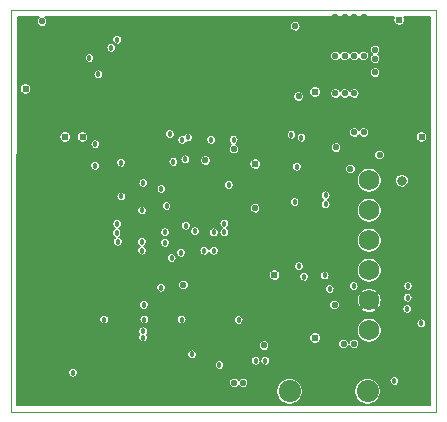
<source format=gbr>
%TF.GenerationSoftware,KiCad,Pcbnew,(5.1.4)-1*%
%TF.CreationDate,2019-10-25T20:45:33-07:00*%
%TF.ProjectId,base,62617365-2e6b-4696-9361-645f70636258,rev?*%
%TF.SameCoordinates,Original*%
%TF.FileFunction,Copper,L3,Inr*%
%TF.FilePolarity,Positive*%
%FSLAX46Y46*%
G04 Gerber Fmt 4.6, Leading zero omitted, Abs format (unit mm)*
G04 Created by KiCad (PCBNEW (5.1.4)-1) date 2019-10-25 20:45:33*
%MOMM*%
%LPD*%
G04 APERTURE LIST*
%ADD10C,0.050000*%
%ADD11C,1.870000*%
%ADD12C,1.727200*%
%ADD13C,0.457000*%
%ADD14C,0.533400*%
%ADD15C,0.609600*%
%ADD16C,0.800000*%
%ADD17C,0.457200*%
%ADD18C,0.127000*%
G04 APERTURE END LIST*
D10*
X166500000Y-93500000D02*
X130500000Y-93500000D01*
X130500000Y-93500000D02*
X130500000Y-127500000D01*
X166500000Y-127500000D02*
X166500000Y-93500000D01*
X130500000Y-127500000D02*
X166500000Y-127500000D01*
D11*
X154091100Y-125776100D03*
X160691100Y-125776100D03*
D12*
X160820100Y-120624600D03*
X160820100Y-118084600D03*
X160820100Y-115544600D03*
X160820100Y-113004600D03*
X160820100Y-110464600D03*
X160820100Y-107924600D03*
D13*
X137629900Y-106685080D03*
D14*
X161709100Y-105765600D03*
X159550100Y-121767600D03*
X158661100Y-121767600D03*
D15*
X156248100Y-121259600D03*
D14*
X159246100Y-106958600D03*
D15*
X156248100Y-100431600D03*
D14*
X158026100Y-105130600D03*
X161328100Y-96875600D03*
X161328100Y-97637600D03*
X159569100Y-100558600D03*
X154851100Y-100812600D03*
X154571100Y-94869600D03*
D15*
X165265100Y-104241600D03*
X163369100Y-94326600D03*
X135089900Y-104241600D03*
D14*
X145094100Y-116771400D03*
X151171100Y-110271400D03*
X146971100Y-106234900D03*
X149380100Y-105270400D03*
D15*
X152809100Y-115938400D03*
X131737100Y-100177600D03*
D13*
X135750000Y-124200000D03*
X141700000Y-120700000D03*
X141675000Y-121225000D03*
X148150000Y-123550000D03*
X149771100Y-119735600D03*
X145834100Y-122656600D03*
X164084000Y-117856000D03*
X164050000Y-118808500D03*
D15*
X151188420Y-106542840D03*
D13*
X141587220Y-110467140D03*
X141597380Y-113865660D03*
X141578895Y-113121979D03*
X139843485Y-109283701D03*
X139827000Y-106420920D03*
D14*
X151930100Y-121894600D03*
X157899100Y-118465600D03*
X156248100Y-104114600D03*
X157969100Y-103860600D03*
X157969100Y-94081600D03*
X160369100Y-100558600D03*
X158769100Y-103860600D03*
X161836100Y-100177600D03*
X159569100Y-94081600D03*
X162725100Y-100177600D03*
X158769100Y-94081600D03*
X160369100Y-94081600D03*
X134150100Y-94462600D03*
D15*
X150142100Y-115938400D03*
D13*
X139900000Y-102800000D03*
X144645889Y-112300000D03*
X157250000Y-118200000D03*
X143200000Y-119650000D03*
X163969700Y-120523000D03*
X136692640Y-124541280D03*
X134790180Y-124513340D03*
X133941820Y-119067580D03*
X135658860Y-118668800D03*
X151048720Y-108198920D03*
X155117800Y-118584980D03*
X142831820Y-110586520D03*
X142524480Y-114081560D03*
X139847320Y-109867700D03*
X139867640Y-107340400D03*
X139849860Y-108242100D03*
X141955520Y-103146860D03*
X146006820Y-101625400D03*
X147198080Y-99661980D03*
X143002000Y-97726500D03*
X162966400Y-124899420D03*
X151218900Y-123182380D03*
X152036780Y-123174760D03*
D14*
X149390100Y-125069600D03*
X150152100Y-125069600D03*
X157969100Y-100558600D03*
X158769100Y-100558600D03*
X160369100Y-103860600D03*
D13*
X143200000Y-117000000D03*
D16*
X163600000Y-107950000D03*
D14*
X159569100Y-103860600D03*
D13*
X145492232Y-104283107D03*
D14*
X160369100Y-97383600D03*
D17*
X157137100Y-109956600D03*
D14*
X159569100Y-97383600D03*
D17*
X157137100Y-109194600D03*
D14*
X158769100Y-97383600D03*
X157969100Y-97383600D03*
D13*
X155100000Y-104300000D03*
X154897921Y-115180563D03*
X157065813Y-115968969D03*
X155321000Y-116078000D03*
X157484823Y-117106610D03*
D15*
X136563100Y-104241600D03*
D14*
X133134100Y-94462600D03*
D17*
X147671100Y-112321400D03*
D13*
X143950000Y-104000000D03*
X144250000Y-106350000D03*
X145000000Y-104500000D03*
X145271100Y-106144400D03*
D17*
X148571100Y-112321400D03*
D13*
X149350000Y-104486308D03*
X147450000Y-104486308D03*
X154700000Y-106750000D03*
D17*
X148571100Y-111571400D03*
D14*
X161328100Y-98780600D03*
D13*
X154250000Y-104050000D03*
D17*
X148950000Y-108300000D03*
D13*
X154521501Y-109747657D03*
D17*
X146871100Y-113871400D03*
X144900000Y-114050000D03*
D13*
X146078722Y-112221278D03*
D17*
X143671100Y-110096400D03*
D13*
X139550000Y-113100000D03*
X137150000Y-97550000D03*
X139450000Y-112350000D03*
X139000000Y-96700000D03*
X139500000Y-111600000D03*
X139500000Y-96000000D03*
D17*
X147671100Y-113871400D03*
D13*
X143231000Y-108650000D03*
X141709219Y-108150000D03*
X143550000Y-113200000D03*
X143550000Y-112300000D03*
X137900000Y-98950000D03*
X137650000Y-104850000D03*
X141800000Y-119700000D03*
X138400000Y-119700000D03*
X144950000Y-119700000D03*
X164119560Y-116855240D03*
X159517080Y-116865400D03*
X145300000Y-111750000D03*
X144100000Y-114500000D03*
X141750000Y-118450000D03*
X165249860Y-120027700D03*
D18*
G36*
X132842652Y-94107470D02*
G01*
X132778970Y-94171152D01*
X132728935Y-94246035D01*
X132694470Y-94329240D01*
X132676900Y-94417570D01*
X132676900Y-94507630D01*
X132694470Y-94595960D01*
X132728935Y-94679165D01*
X132778970Y-94754048D01*
X132842652Y-94817730D01*
X132917535Y-94867765D01*
X133000740Y-94902230D01*
X133089070Y-94919800D01*
X133179130Y-94919800D01*
X133267460Y-94902230D01*
X133350665Y-94867765D01*
X133415311Y-94824570D01*
X154113900Y-94824570D01*
X154113900Y-94914630D01*
X154131470Y-95002960D01*
X154165935Y-95086165D01*
X154215970Y-95161048D01*
X154279652Y-95224730D01*
X154354535Y-95274765D01*
X154437740Y-95309230D01*
X154526070Y-95326800D01*
X154616130Y-95326800D01*
X154704460Y-95309230D01*
X154787665Y-95274765D01*
X154862548Y-95224730D01*
X154926230Y-95161048D01*
X154976265Y-95086165D01*
X155010730Y-95002960D01*
X155028300Y-94914630D01*
X155028300Y-94824570D01*
X155010730Y-94736240D01*
X154976265Y-94653035D01*
X154926230Y-94578152D01*
X154862548Y-94514470D01*
X154787665Y-94464435D01*
X154704460Y-94429970D01*
X154616130Y-94412400D01*
X154526070Y-94412400D01*
X154437740Y-94429970D01*
X154354535Y-94464435D01*
X154279652Y-94514470D01*
X154215970Y-94578152D01*
X154165935Y-94653035D01*
X154131470Y-94736240D01*
X154113900Y-94824570D01*
X133415311Y-94824570D01*
X133425548Y-94817730D01*
X133489230Y-94754048D01*
X133539265Y-94679165D01*
X133573730Y-94595960D01*
X133591300Y-94507630D01*
X133591300Y-94417570D01*
X133573730Y-94329240D01*
X133539265Y-94246035D01*
X133489230Y-94171152D01*
X133425548Y-94107470D01*
X133359742Y-94063500D01*
X162949205Y-94063500D01*
X162930170Y-94091987D01*
X162892834Y-94182126D01*
X162873800Y-94277817D01*
X162873800Y-94375383D01*
X162892834Y-94471074D01*
X162930170Y-94561213D01*
X162984375Y-94642336D01*
X163053364Y-94711325D01*
X163134487Y-94765530D01*
X163224626Y-94802866D01*
X163320317Y-94821900D01*
X163417883Y-94821900D01*
X163513574Y-94802866D01*
X163603713Y-94765530D01*
X163684836Y-94711325D01*
X163753825Y-94642336D01*
X163808030Y-94561213D01*
X163845366Y-94471074D01*
X163864400Y-94375383D01*
X163864400Y-94277817D01*
X163845366Y-94182126D01*
X163808030Y-94091987D01*
X163788995Y-94063500D01*
X165963600Y-94063500D01*
X165963600Y-126911100D01*
X131038648Y-126911100D01*
X131039588Y-125665248D01*
X152965600Y-125665248D01*
X152965600Y-125886952D01*
X153008852Y-126104396D01*
X153093695Y-126309224D01*
X153216867Y-126493565D01*
X153373635Y-126650333D01*
X153557976Y-126773505D01*
X153762804Y-126858348D01*
X153980248Y-126901600D01*
X154201952Y-126901600D01*
X154419396Y-126858348D01*
X154624224Y-126773505D01*
X154808565Y-126650333D01*
X154965333Y-126493565D01*
X155088505Y-126309224D01*
X155173348Y-126104396D01*
X155216600Y-125886952D01*
X155216600Y-125665248D01*
X159565600Y-125665248D01*
X159565600Y-125886952D01*
X159608852Y-126104396D01*
X159693695Y-126309224D01*
X159816867Y-126493565D01*
X159973635Y-126650333D01*
X160157976Y-126773505D01*
X160362804Y-126858348D01*
X160580248Y-126901600D01*
X160801952Y-126901600D01*
X161019396Y-126858348D01*
X161224224Y-126773505D01*
X161408565Y-126650333D01*
X161565333Y-126493565D01*
X161688505Y-126309224D01*
X161773348Y-126104396D01*
X161816600Y-125886952D01*
X161816600Y-125665248D01*
X161773348Y-125447804D01*
X161688505Y-125242976D01*
X161565333Y-125058635D01*
X161408565Y-124901867D01*
X161343141Y-124858152D01*
X162547400Y-124858152D01*
X162547400Y-124940688D01*
X162563502Y-125021638D01*
X162595087Y-125097891D01*
X162640942Y-125166517D01*
X162699303Y-125224878D01*
X162767929Y-125270733D01*
X162844182Y-125302318D01*
X162925132Y-125318420D01*
X163007668Y-125318420D01*
X163088618Y-125302318D01*
X163164871Y-125270733D01*
X163233497Y-125224878D01*
X163291858Y-125166517D01*
X163337713Y-125097891D01*
X163369298Y-125021638D01*
X163385400Y-124940688D01*
X163385400Y-124858152D01*
X163369298Y-124777202D01*
X163337713Y-124700949D01*
X163291858Y-124632323D01*
X163233497Y-124573962D01*
X163164871Y-124528107D01*
X163088618Y-124496522D01*
X163007668Y-124480420D01*
X162925132Y-124480420D01*
X162844182Y-124496522D01*
X162767929Y-124528107D01*
X162699303Y-124573962D01*
X162640942Y-124632323D01*
X162595087Y-124700949D01*
X162563502Y-124777202D01*
X162547400Y-124858152D01*
X161343141Y-124858152D01*
X161224224Y-124778695D01*
X161019396Y-124693852D01*
X160801952Y-124650600D01*
X160580248Y-124650600D01*
X160362804Y-124693852D01*
X160157976Y-124778695D01*
X159973635Y-124901867D01*
X159816867Y-125058635D01*
X159693695Y-125242976D01*
X159608852Y-125447804D01*
X159565600Y-125665248D01*
X155216600Y-125665248D01*
X155173348Y-125447804D01*
X155088505Y-125242976D01*
X154965333Y-125058635D01*
X154808565Y-124901867D01*
X154624224Y-124778695D01*
X154419396Y-124693852D01*
X154201952Y-124650600D01*
X153980248Y-124650600D01*
X153762804Y-124693852D01*
X153557976Y-124778695D01*
X153373635Y-124901867D01*
X153216867Y-125058635D01*
X153093695Y-125242976D01*
X153008852Y-125447804D01*
X152965600Y-125665248D01*
X131039588Y-125665248D01*
X131040072Y-125024570D01*
X148932900Y-125024570D01*
X148932900Y-125114630D01*
X148950470Y-125202960D01*
X148984935Y-125286165D01*
X149034970Y-125361048D01*
X149098652Y-125424730D01*
X149173535Y-125474765D01*
X149256740Y-125509230D01*
X149345070Y-125526800D01*
X149435130Y-125526800D01*
X149523460Y-125509230D01*
X149606665Y-125474765D01*
X149681548Y-125424730D01*
X149745230Y-125361048D01*
X149771100Y-125322331D01*
X149796970Y-125361048D01*
X149860652Y-125424730D01*
X149935535Y-125474765D01*
X150018740Y-125509230D01*
X150107070Y-125526800D01*
X150197130Y-125526800D01*
X150285460Y-125509230D01*
X150368665Y-125474765D01*
X150443548Y-125424730D01*
X150507230Y-125361048D01*
X150557265Y-125286165D01*
X150591730Y-125202960D01*
X150609300Y-125114630D01*
X150609300Y-125024570D01*
X150591730Y-124936240D01*
X150557265Y-124853035D01*
X150507230Y-124778152D01*
X150443548Y-124714470D01*
X150368665Y-124664435D01*
X150285460Y-124629970D01*
X150197130Y-124612400D01*
X150107070Y-124612400D01*
X150018740Y-124629970D01*
X149935535Y-124664435D01*
X149860652Y-124714470D01*
X149796970Y-124778152D01*
X149771100Y-124816869D01*
X149745230Y-124778152D01*
X149681548Y-124714470D01*
X149606665Y-124664435D01*
X149523460Y-124629970D01*
X149435130Y-124612400D01*
X149345070Y-124612400D01*
X149256740Y-124629970D01*
X149173535Y-124664435D01*
X149098652Y-124714470D01*
X149034970Y-124778152D01*
X148984935Y-124853035D01*
X148950470Y-124936240D01*
X148932900Y-125024570D01*
X131040072Y-125024570D01*
X131040726Y-124158732D01*
X135331000Y-124158732D01*
X135331000Y-124241268D01*
X135347102Y-124322218D01*
X135378687Y-124398471D01*
X135424542Y-124467097D01*
X135482903Y-124525458D01*
X135551529Y-124571313D01*
X135627782Y-124602898D01*
X135708732Y-124619000D01*
X135791268Y-124619000D01*
X135872218Y-124602898D01*
X135948471Y-124571313D01*
X136017097Y-124525458D01*
X136075458Y-124467097D01*
X136121313Y-124398471D01*
X136152898Y-124322218D01*
X136169000Y-124241268D01*
X136169000Y-124158732D01*
X136152898Y-124077782D01*
X136121313Y-124001529D01*
X136075458Y-123932903D01*
X136017097Y-123874542D01*
X135948471Y-123828687D01*
X135872218Y-123797102D01*
X135791268Y-123781000D01*
X135708732Y-123781000D01*
X135627782Y-123797102D01*
X135551529Y-123828687D01*
X135482903Y-123874542D01*
X135424542Y-123932903D01*
X135378687Y-124001529D01*
X135347102Y-124077782D01*
X135331000Y-124158732D01*
X131040726Y-124158732D01*
X131041216Y-123508732D01*
X147731000Y-123508732D01*
X147731000Y-123591268D01*
X147747102Y-123672218D01*
X147778687Y-123748471D01*
X147824542Y-123817097D01*
X147882903Y-123875458D01*
X147951529Y-123921313D01*
X148027782Y-123952898D01*
X148108732Y-123969000D01*
X148191268Y-123969000D01*
X148272218Y-123952898D01*
X148348471Y-123921313D01*
X148417097Y-123875458D01*
X148475458Y-123817097D01*
X148521313Y-123748471D01*
X148552898Y-123672218D01*
X148569000Y-123591268D01*
X148569000Y-123508732D01*
X148552898Y-123427782D01*
X148521313Y-123351529D01*
X148475458Y-123282903D01*
X148417097Y-123224542D01*
X148348471Y-123178687D01*
X148272218Y-123147102D01*
X148242105Y-123141112D01*
X150799900Y-123141112D01*
X150799900Y-123223648D01*
X150816002Y-123304598D01*
X150847587Y-123380851D01*
X150893442Y-123449477D01*
X150951803Y-123507838D01*
X151020429Y-123553693D01*
X151096682Y-123585278D01*
X151177632Y-123601380D01*
X151260168Y-123601380D01*
X151341118Y-123585278D01*
X151417371Y-123553693D01*
X151485997Y-123507838D01*
X151544358Y-123449477D01*
X151590213Y-123380851D01*
X151621798Y-123304598D01*
X151628598Y-123270413D01*
X151633882Y-123296978D01*
X151665467Y-123373231D01*
X151711322Y-123441857D01*
X151769683Y-123500218D01*
X151838309Y-123546073D01*
X151914562Y-123577658D01*
X151995512Y-123593760D01*
X152078048Y-123593760D01*
X152158998Y-123577658D01*
X152235251Y-123546073D01*
X152303877Y-123500218D01*
X152362238Y-123441857D01*
X152408093Y-123373231D01*
X152439678Y-123296978D01*
X152455780Y-123216028D01*
X152455780Y-123133492D01*
X152439678Y-123052542D01*
X152408093Y-122976289D01*
X152362238Y-122907663D01*
X152303877Y-122849302D01*
X152235251Y-122803447D01*
X152158998Y-122771862D01*
X152078048Y-122755760D01*
X151995512Y-122755760D01*
X151914562Y-122771862D01*
X151838309Y-122803447D01*
X151769683Y-122849302D01*
X151711322Y-122907663D01*
X151665467Y-122976289D01*
X151633882Y-123052542D01*
X151627082Y-123086727D01*
X151621798Y-123060162D01*
X151590213Y-122983909D01*
X151544358Y-122915283D01*
X151485997Y-122856922D01*
X151417371Y-122811067D01*
X151341118Y-122779482D01*
X151260168Y-122763380D01*
X151177632Y-122763380D01*
X151096682Y-122779482D01*
X151020429Y-122811067D01*
X150951803Y-122856922D01*
X150893442Y-122915283D01*
X150847587Y-122983909D01*
X150816002Y-123060162D01*
X150799900Y-123141112D01*
X148242105Y-123141112D01*
X148191268Y-123131000D01*
X148108732Y-123131000D01*
X148027782Y-123147102D01*
X147951529Y-123178687D01*
X147882903Y-123224542D01*
X147824542Y-123282903D01*
X147778687Y-123351529D01*
X147747102Y-123427782D01*
X147731000Y-123508732D01*
X131041216Y-123508732D01*
X131041890Y-122615332D01*
X145415100Y-122615332D01*
X145415100Y-122697868D01*
X145431202Y-122778818D01*
X145462787Y-122855071D01*
X145508642Y-122923697D01*
X145567003Y-122982058D01*
X145635629Y-123027913D01*
X145711882Y-123059498D01*
X145792832Y-123075600D01*
X145875368Y-123075600D01*
X145956318Y-123059498D01*
X146032571Y-123027913D01*
X146101197Y-122982058D01*
X146159558Y-122923697D01*
X146205413Y-122855071D01*
X146236998Y-122778818D01*
X146253100Y-122697868D01*
X146253100Y-122615332D01*
X146236998Y-122534382D01*
X146205413Y-122458129D01*
X146159558Y-122389503D01*
X146101197Y-122331142D01*
X146032571Y-122285287D01*
X145956318Y-122253702D01*
X145875368Y-122237600D01*
X145792832Y-122237600D01*
X145711882Y-122253702D01*
X145635629Y-122285287D01*
X145567003Y-122331142D01*
X145508642Y-122389503D01*
X145462787Y-122458129D01*
X145431202Y-122534382D01*
X145415100Y-122615332D01*
X131041890Y-122615332D01*
X131042468Y-121849570D01*
X151472900Y-121849570D01*
X151472900Y-121939630D01*
X151490470Y-122027960D01*
X151524935Y-122111165D01*
X151574970Y-122186048D01*
X151638652Y-122249730D01*
X151713535Y-122299765D01*
X151796740Y-122334230D01*
X151885070Y-122351800D01*
X151975130Y-122351800D01*
X152063460Y-122334230D01*
X152146665Y-122299765D01*
X152221548Y-122249730D01*
X152285230Y-122186048D01*
X152335265Y-122111165D01*
X152369730Y-122027960D01*
X152387300Y-121939630D01*
X152387300Y-121849570D01*
X152369730Y-121761240D01*
X152335265Y-121678035D01*
X152285230Y-121603152D01*
X152221548Y-121539470D01*
X152146665Y-121489435D01*
X152063460Y-121454970D01*
X151975130Y-121437400D01*
X151885070Y-121437400D01*
X151796740Y-121454970D01*
X151713535Y-121489435D01*
X151638652Y-121539470D01*
X151574970Y-121603152D01*
X151524935Y-121678035D01*
X151490470Y-121761240D01*
X151472900Y-121849570D01*
X131042468Y-121849570D01*
X131042971Y-121183732D01*
X141256000Y-121183732D01*
X141256000Y-121266268D01*
X141272102Y-121347218D01*
X141303687Y-121423471D01*
X141349542Y-121492097D01*
X141407903Y-121550458D01*
X141476529Y-121596313D01*
X141552782Y-121627898D01*
X141633732Y-121644000D01*
X141716268Y-121644000D01*
X141797218Y-121627898D01*
X141873471Y-121596313D01*
X141942097Y-121550458D01*
X142000458Y-121492097D01*
X142046313Y-121423471D01*
X142077898Y-121347218D01*
X142094000Y-121266268D01*
X142094000Y-121210817D01*
X155752800Y-121210817D01*
X155752800Y-121308383D01*
X155771834Y-121404074D01*
X155809170Y-121494213D01*
X155863375Y-121575336D01*
X155932364Y-121644325D01*
X156013487Y-121698530D01*
X156103626Y-121735866D01*
X156199317Y-121754900D01*
X156296883Y-121754900D01*
X156392574Y-121735866D01*
X156424674Y-121722570D01*
X158203900Y-121722570D01*
X158203900Y-121812630D01*
X158221470Y-121900960D01*
X158255935Y-121984165D01*
X158305970Y-122059048D01*
X158369652Y-122122730D01*
X158444535Y-122172765D01*
X158527740Y-122207230D01*
X158616070Y-122224800D01*
X158706130Y-122224800D01*
X158794460Y-122207230D01*
X158877665Y-122172765D01*
X158952548Y-122122730D01*
X159016230Y-122059048D01*
X159066265Y-121984165D01*
X159100730Y-121900960D01*
X159105600Y-121876477D01*
X159110470Y-121900960D01*
X159144935Y-121984165D01*
X159194970Y-122059048D01*
X159258652Y-122122730D01*
X159333535Y-122172765D01*
X159416740Y-122207230D01*
X159505070Y-122224800D01*
X159595130Y-122224800D01*
X159683460Y-122207230D01*
X159766665Y-122172765D01*
X159841548Y-122122730D01*
X159905230Y-122059048D01*
X159955265Y-121984165D01*
X159989730Y-121900960D01*
X160007300Y-121812630D01*
X160007300Y-121722570D01*
X159989730Y-121634240D01*
X159955265Y-121551035D01*
X159905230Y-121476152D01*
X159841548Y-121412470D01*
X159766665Y-121362435D01*
X159683460Y-121327970D01*
X159595130Y-121310400D01*
X159505070Y-121310400D01*
X159416740Y-121327970D01*
X159333535Y-121362435D01*
X159258652Y-121412470D01*
X159194970Y-121476152D01*
X159144935Y-121551035D01*
X159110470Y-121634240D01*
X159105600Y-121658723D01*
X159100730Y-121634240D01*
X159066265Y-121551035D01*
X159016230Y-121476152D01*
X158952548Y-121412470D01*
X158877665Y-121362435D01*
X158794460Y-121327970D01*
X158706130Y-121310400D01*
X158616070Y-121310400D01*
X158527740Y-121327970D01*
X158444535Y-121362435D01*
X158369652Y-121412470D01*
X158305970Y-121476152D01*
X158255935Y-121551035D01*
X158221470Y-121634240D01*
X158203900Y-121722570D01*
X156424674Y-121722570D01*
X156482713Y-121698530D01*
X156563836Y-121644325D01*
X156632825Y-121575336D01*
X156687030Y-121494213D01*
X156724366Y-121404074D01*
X156743400Y-121308383D01*
X156743400Y-121210817D01*
X156724366Y-121115126D01*
X156687030Y-121024987D01*
X156632825Y-120943864D01*
X156563836Y-120874875D01*
X156482713Y-120820670D01*
X156392574Y-120783334D01*
X156296883Y-120764300D01*
X156199317Y-120764300D01*
X156103626Y-120783334D01*
X156013487Y-120820670D01*
X155932364Y-120874875D01*
X155863375Y-120943864D01*
X155809170Y-121024987D01*
X155771834Y-121115126D01*
X155752800Y-121210817D01*
X142094000Y-121210817D01*
X142094000Y-121183732D01*
X142077898Y-121102782D01*
X142046313Y-121026529D01*
X142014154Y-120978401D01*
X142025458Y-120967097D01*
X142071313Y-120898471D01*
X142102898Y-120822218D01*
X142119000Y-120741268D01*
X142119000Y-120658732D01*
X142102898Y-120577782D01*
X142079288Y-120520780D01*
X159766000Y-120520780D01*
X159766000Y-120728420D01*
X159806509Y-120932070D01*
X159885969Y-121123903D01*
X160001327Y-121296549D01*
X160148151Y-121443373D01*
X160320797Y-121558731D01*
X160512630Y-121638191D01*
X160716280Y-121678700D01*
X160923920Y-121678700D01*
X161127570Y-121638191D01*
X161319403Y-121558731D01*
X161492049Y-121443373D01*
X161638873Y-121296549D01*
X161754231Y-121123903D01*
X161833691Y-120932070D01*
X161874200Y-120728420D01*
X161874200Y-120520780D01*
X161833691Y-120317130D01*
X161754231Y-120125297D01*
X161661445Y-119986432D01*
X164830860Y-119986432D01*
X164830860Y-120068968D01*
X164846962Y-120149918D01*
X164878547Y-120226171D01*
X164924402Y-120294797D01*
X164982763Y-120353158D01*
X165051389Y-120399013D01*
X165127642Y-120430598D01*
X165208592Y-120446700D01*
X165291128Y-120446700D01*
X165372078Y-120430598D01*
X165448331Y-120399013D01*
X165516957Y-120353158D01*
X165575318Y-120294797D01*
X165621173Y-120226171D01*
X165652758Y-120149918D01*
X165668860Y-120068968D01*
X165668860Y-119986432D01*
X165652758Y-119905482D01*
X165621173Y-119829229D01*
X165575318Y-119760603D01*
X165516957Y-119702242D01*
X165448331Y-119656387D01*
X165372078Y-119624802D01*
X165291128Y-119608700D01*
X165208592Y-119608700D01*
X165127642Y-119624802D01*
X165051389Y-119656387D01*
X164982763Y-119702242D01*
X164924402Y-119760603D01*
X164878547Y-119829229D01*
X164846962Y-119905482D01*
X164830860Y-119986432D01*
X161661445Y-119986432D01*
X161638873Y-119952651D01*
X161492049Y-119805827D01*
X161319403Y-119690469D01*
X161127570Y-119611009D01*
X160923920Y-119570500D01*
X160716280Y-119570500D01*
X160512630Y-119611009D01*
X160320797Y-119690469D01*
X160148151Y-119805827D01*
X160001327Y-119952651D01*
X159885969Y-120125297D01*
X159806509Y-120317130D01*
X159766000Y-120520780D01*
X142079288Y-120520780D01*
X142071313Y-120501529D01*
X142025458Y-120432903D01*
X141967097Y-120374542D01*
X141898471Y-120328687D01*
X141822218Y-120297102D01*
X141741268Y-120281000D01*
X141658732Y-120281000D01*
X141577782Y-120297102D01*
X141501529Y-120328687D01*
X141432903Y-120374542D01*
X141374542Y-120432903D01*
X141328687Y-120501529D01*
X141297102Y-120577782D01*
X141281000Y-120658732D01*
X141281000Y-120741268D01*
X141297102Y-120822218D01*
X141328687Y-120898471D01*
X141360846Y-120946599D01*
X141349542Y-120957903D01*
X141303687Y-121026529D01*
X141272102Y-121102782D01*
X141256000Y-121183732D01*
X131042971Y-121183732D01*
X131044123Y-119658732D01*
X137981000Y-119658732D01*
X137981000Y-119741268D01*
X137997102Y-119822218D01*
X138028687Y-119898471D01*
X138074542Y-119967097D01*
X138132903Y-120025458D01*
X138201529Y-120071313D01*
X138277782Y-120102898D01*
X138358732Y-120119000D01*
X138441268Y-120119000D01*
X138522218Y-120102898D01*
X138598471Y-120071313D01*
X138667097Y-120025458D01*
X138725458Y-119967097D01*
X138771313Y-119898471D01*
X138802898Y-119822218D01*
X138819000Y-119741268D01*
X138819000Y-119658732D01*
X141381000Y-119658732D01*
X141381000Y-119741268D01*
X141397102Y-119822218D01*
X141428687Y-119898471D01*
X141474542Y-119967097D01*
X141532903Y-120025458D01*
X141601529Y-120071313D01*
X141677782Y-120102898D01*
X141758732Y-120119000D01*
X141841268Y-120119000D01*
X141922218Y-120102898D01*
X141998471Y-120071313D01*
X142067097Y-120025458D01*
X142125458Y-119967097D01*
X142171313Y-119898471D01*
X142202898Y-119822218D01*
X142219000Y-119741268D01*
X142219000Y-119658732D01*
X144531000Y-119658732D01*
X144531000Y-119741268D01*
X144547102Y-119822218D01*
X144578687Y-119898471D01*
X144624542Y-119967097D01*
X144682903Y-120025458D01*
X144751529Y-120071313D01*
X144827782Y-120102898D01*
X144908732Y-120119000D01*
X144991268Y-120119000D01*
X145072218Y-120102898D01*
X145148471Y-120071313D01*
X145217097Y-120025458D01*
X145275458Y-119967097D01*
X145321313Y-119898471D01*
X145352898Y-119822218D01*
X145369000Y-119741268D01*
X145369000Y-119694332D01*
X149352100Y-119694332D01*
X149352100Y-119776868D01*
X149368202Y-119857818D01*
X149399787Y-119934071D01*
X149445642Y-120002697D01*
X149504003Y-120061058D01*
X149572629Y-120106913D01*
X149648882Y-120138498D01*
X149729832Y-120154600D01*
X149812368Y-120154600D01*
X149893318Y-120138498D01*
X149969571Y-120106913D01*
X150038197Y-120061058D01*
X150096558Y-120002697D01*
X150142413Y-119934071D01*
X150173998Y-119857818D01*
X150190100Y-119776868D01*
X150190100Y-119694332D01*
X150173998Y-119613382D01*
X150142413Y-119537129D01*
X150096558Y-119468503D01*
X150038197Y-119410142D01*
X149969571Y-119364287D01*
X149893318Y-119332702D01*
X149812368Y-119316600D01*
X149729832Y-119316600D01*
X149648882Y-119332702D01*
X149572629Y-119364287D01*
X149504003Y-119410142D01*
X149445642Y-119468503D01*
X149399787Y-119537129D01*
X149368202Y-119613382D01*
X149352100Y-119694332D01*
X145369000Y-119694332D01*
X145369000Y-119658732D01*
X145352898Y-119577782D01*
X145321313Y-119501529D01*
X145275458Y-119432903D01*
X145217097Y-119374542D01*
X145148471Y-119328687D01*
X145072218Y-119297102D01*
X144991268Y-119281000D01*
X144908732Y-119281000D01*
X144827782Y-119297102D01*
X144751529Y-119328687D01*
X144682903Y-119374542D01*
X144624542Y-119432903D01*
X144578687Y-119501529D01*
X144547102Y-119577782D01*
X144531000Y-119658732D01*
X142219000Y-119658732D01*
X142202898Y-119577782D01*
X142171313Y-119501529D01*
X142125458Y-119432903D01*
X142067097Y-119374542D01*
X141998471Y-119328687D01*
X141922218Y-119297102D01*
X141841268Y-119281000D01*
X141758732Y-119281000D01*
X141677782Y-119297102D01*
X141601529Y-119328687D01*
X141532903Y-119374542D01*
X141474542Y-119432903D01*
X141428687Y-119501529D01*
X141397102Y-119577782D01*
X141381000Y-119658732D01*
X138819000Y-119658732D01*
X138802898Y-119577782D01*
X138771313Y-119501529D01*
X138725458Y-119432903D01*
X138667097Y-119374542D01*
X138598471Y-119328687D01*
X138522218Y-119297102D01*
X138441268Y-119281000D01*
X138358732Y-119281000D01*
X138277782Y-119297102D01*
X138201529Y-119328687D01*
X138132903Y-119374542D01*
X138074542Y-119432903D01*
X138028687Y-119501529D01*
X137997102Y-119577782D01*
X137981000Y-119658732D01*
X131044123Y-119658732D01*
X131045066Y-118408732D01*
X141331000Y-118408732D01*
X141331000Y-118491268D01*
X141347102Y-118572218D01*
X141378687Y-118648471D01*
X141424542Y-118717097D01*
X141482903Y-118775458D01*
X141551529Y-118821313D01*
X141627782Y-118852898D01*
X141708732Y-118869000D01*
X141791268Y-118869000D01*
X141872218Y-118852898D01*
X141948471Y-118821313D01*
X142017097Y-118775458D01*
X142075458Y-118717097D01*
X142121313Y-118648471D01*
X142152898Y-118572218D01*
X142169000Y-118491268D01*
X142169000Y-118420570D01*
X157441900Y-118420570D01*
X157441900Y-118510630D01*
X157459470Y-118598960D01*
X157493935Y-118682165D01*
X157543970Y-118757048D01*
X157607652Y-118820730D01*
X157682535Y-118870765D01*
X157765740Y-118905230D01*
X157854070Y-118922800D01*
X157944130Y-118922800D01*
X158032460Y-118905230D01*
X158115665Y-118870765D01*
X158169326Y-118834910D01*
X160141632Y-118834910D01*
X160239332Y-118970384D01*
X160423299Y-119066666D01*
X160622515Y-119125207D01*
X160829324Y-119143759D01*
X161035778Y-119121608D01*
X161233944Y-119059605D01*
X161400868Y-118970384D01*
X161498568Y-118834910D01*
X161430890Y-118767232D01*
X163631000Y-118767232D01*
X163631000Y-118849768D01*
X163647102Y-118930718D01*
X163678687Y-119006971D01*
X163724542Y-119075597D01*
X163782903Y-119133958D01*
X163851529Y-119179813D01*
X163927782Y-119211398D01*
X164008732Y-119227500D01*
X164091268Y-119227500D01*
X164172218Y-119211398D01*
X164248471Y-119179813D01*
X164317097Y-119133958D01*
X164375458Y-119075597D01*
X164421313Y-119006971D01*
X164452898Y-118930718D01*
X164469000Y-118849768D01*
X164469000Y-118767232D01*
X164452898Y-118686282D01*
X164421313Y-118610029D01*
X164375458Y-118541403D01*
X164317097Y-118483042D01*
X164248471Y-118437187D01*
X164172218Y-118405602D01*
X164091268Y-118389500D01*
X164008732Y-118389500D01*
X163927782Y-118405602D01*
X163851529Y-118437187D01*
X163782903Y-118483042D01*
X163724542Y-118541403D01*
X163678687Y-118610029D01*
X163647102Y-118686282D01*
X163631000Y-118767232D01*
X161430890Y-118767232D01*
X160820100Y-118156442D01*
X160141632Y-118834910D01*
X158169326Y-118834910D01*
X158190548Y-118820730D01*
X158254230Y-118757048D01*
X158304265Y-118682165D01*
X158338730Y-118598960D01*
X158356300Y-118510630D01*
X158356300Y-118420570D01*
X158338730Y-118332240D01*
X158304265Y-118249035D01*
X158254230Y-118174152D01*
X158190548Y-118110470D01*
X158165636Y-118093824D01*
X159760941Y-118093824D01*
X159783092Y-118300278D01*
X159845095Y-118498444D01*
X159934316Y-118665368D01*
X160069790Y-118763068D01*
X160748258Y-118084600D01*
X160891942Y-118084600D01*
X161570410Y-118763068D01*
X161705884Y-118665368D01*
X161802166Y-118481401D01*
X161860707Y-118282185D01*
X161879259Y-118075376D01*
X161857108Y-117868922D01*
X161840153Y-117814732D01*
X163665000Y-117814732D01*
X163665000Y-117897268D01*
X163681102Y-117978218D01*
X163712687Y-118054471D01*
X163758542Y-118123097D01*
X163816903Y-118181458D01*
X163885529Y-118227313D01*
X163961782Y-118258898D01*
X164042732Y-118275000D01*
X164125268Y-118275000D01*
X164206218Y-118258898D01*
X164282471Y-118227313D01*
X164351097Y-118181458D01*
X164409458Y-118123097D01*
X164455313Y-118054471D01*
X164486898Y-117978218D01*
X164503000Y-117897268D01*
X164503000Y-117814732D01*
X164486898Y-117733782D01*
X164455313Y-117657529D01*
X164409458Y-117588903D01*
X164351097Y-117530542D01*
X164282471Y-117484687D01*
X164206218Y-117453102D01*
X164125268Y-117437000D01*
X164042732Y-117437000D01*
X163961782Y-117453102D01*
X163885529Y-117484687D01*
X163816903Y-117530542D01*
X163758542Y-117588903D01*
X163712687Y-117657529D01*
X163681102Y-117733782D01*
X163665000Y-117814732D01*
X161840153Y-117814732D01*
X161795105Y-117670756D01*
X161705884Y-117503832D01*
X161570410Y-117406132D01*
X160891942Y-118084600D01*
X160748258Y-118084600D01*
X160069790Y-117406132D01*
X159934316Y-117503832D01*
X159838034Y-117687799D01*
X159779493Y-117887015D01*
X159760941Y-118093824D01*
X158165636Y-118093824D01*
X158115665Y-118060435D01*
X158032460Y-118025970D01*
X157944130Y-118008400D01*
X157854070Y-118008400D01*
X157765740Y-118025970D01*
X157682535Y-118060435D01*
X157607652Y-118110470D01*
X157543970Y-118174152D01*
X157493935Y-118249035D01*
X157459470Y-118332240D01*
X157441900Y-118420570D01*
X142169000Y-118420570D01*
X142169000Y-118408732D01*
X142152898Y-118327782D01*
X142121313Y-118251529D01*
X142075458Y-118182903D01*
X142017097Y-118124542D01*
X141948471Y-118078687D01*
X141872218Y-118047102D01*
X141791268Y-118031000D01*
X141708732Y-118031000D01*
X141627782Y-118047102D01*
X141551529Y-118078687D01*
X141482903Y-118124542D01*
X141424542Y-118182903D01*
X141378687Y-118251529D01*
X141347102Y-118327782D01*
X141331000Y-118408732D01*
X131045066Y-118408732D01*
X131046161Y-116958732D01*
X142781000Y-116958732D01*
X142781000Y-117041268D01*
X142797102Y-117122218D01*
X142828687Y-117198471D01*
X142874542Y-117267097D01*
X142932903Y-117325458D01*
X143001529Y-117371313D01*
X143077782Y-117402898D01*
X143158732Y-117419000D01*
X143241268Y-117419000D01*
X143322218Y-117402898D01*
X143398471Y-117371313D01*
X143467097Y-117325458D01*
X143525458Y-117267097D01*
X143571313Y-117198471D01*
X143602898Y-117122218D01*
X143619000Y-117041268D01*
X143619000Y-116958732D01*
X143602898Y-116877782D01*
X143571313Y-116801529D01*
X143525458Y-116732903D01*
X143518925Y-116726370D01*
X144636900Y-116726370D01*
X144636900Y-116816430D01*
X144654470Y-116904760D01*
X144688935Y-116987965D01*
X144738970Y-117062848D01*
X144802652Y-117126530D01*
X144877535Y-117176565D01*
X144960740Y-117211030D01*
X145049070Y-117228600D01*
X145139130Y-117228600D01*
X145227460Y-117211030D01*
X145310665Y-117176565D01*
X145385548Y-117126530D01*
X145446736Y-117065342D01*
X157065823Y-117065342D01*
X157065823Y-117147878D01*
X157081925Y-117228828D01*
X157113510Y-117305081D01*
X157159365Y-117373707D01*
X157217726Y-117432068D01*
X157286352Y-117477923D01*
X157362605Y-117509508D01*
X157443555Y-117525610D01*
X157526091Y-117525610D01*
X157607041Y-117509508D01*
X157683294Y-117477923D01*
X157751920Y-117432068D01*
X157810281Y-117373707D01*
X157836618Y-117334290D01*
X160141632Y-117334290D01*
X160820100Y-118012758D01*
X161498568Y-117334290D01*
X161400868Y-117198816D01*
X161216901Y-117102534D01*
X161017685Y-117043993D01*
X160810876Y-117025441D01*
X160604422Y-117047592D01*
X160406256Y-117109595D01*
X160239332Y-117198816D01*
X160141632Y-117334290D01*
X157836618Y-117334290D01*
X157856136Y-117305081D01*
X157887721Y-117228828D01*
X157903823Y-117147878D01*
X157903823Y-117065342D01*
X157887721Y-116984392D01*
X157856136Y-116908139D01*
X157810281Y-116839513D01*
X157794900Y-116824132D01*
X159098080Y-116824132D01*
X159098080Y-116906668D01*
X159114182Y-116987618D01*
X159145767Y-117063871D01*
X159191622Y-117132497D01*
X159249983Y-117190858D01*
X159318609Y-117236713D01*
X159394862Y-117268298D01*
X159475812Y-117284400D01*
X159558348Y-117284400D01*
X159639298Y-117268298D01*
X159715551Y-117236713D01*
X159784177Y-117190858D01*
X159842538Y-117132497D01*
X159888393Y-117063871D01*
X159919978Y-116987618D01*
X159936080Y-116906668D01*
X159936080Y-116824132D01*
X159934060Y-116813972D01*
X163700560Y-116813972D01*
X163700560Y-116896508D01*
X163716662Y-116977458D01*
X163748247Y-117053711D01*
X163794102Y-117122337D01*
X163852463Y-117180698D01*
X163921089Y-117226553D01*
X163997342Y-117258138D01*
X164078292Y-117274240D01*
X164160828Y-117274240D01*
X164241778Y-117258138D01*
X164318031Y-117226553D01*
X164386657Y-117180698D01*
X164445018Y-117122337D01*
X164490873Y-117053711D01*
X164522458Y-116977458D01*
X164538560Y-116896508D01*
X164538560Y-116813972D01*
X164522458Y-116733022D01*
X164490873Y-116656769D01*
X164445018Y-116588143D01*
X164386657Y-116529782D01*
X164318031Y-116483927D01*
X164241778Y-116452342D01*
X164160828Y-116436240D01*
X164078292Y-116436240D01*
X163997342Y-116452342D01*
X163921089Y-116483927D01*
X163852463Y-116529782D01*
X163794102Y-116588143D01*
X163748247Y-116656769D01*
X163716662Y-116733022D01*
X163700560Y-116813972D01*
X159934060Y-116813972D01*
X159919978Y-116743182D01*
X159888393Y-116666929D01*
X159842538Y-116598303D01*
X159784177Y-116539942D01*
X159715551Y-116494087D01*
X159639298Y-116462502D01*
X159558348Y-116446400D01*
X159475812Y-116446400D01*
X159394862Y-116462502D01*
X159318609Y-116494087D01*
X159249983Y-116539942D01*
X159191622Y-116598303D01*
X159145767Y-116666929D01*
X159114182Y-116743182D01*
X159098080Y-116824132D01*
X157794900Y-116824132D01*
X157751920Y-116781152D01*
X157683294Y-116735297D01*
X157607041Y-116703712D01*
X157526091Y-116687610D01*
X157443555Y-116687610D01*
X157362605Y-116703712D01*
X157286352Y-116735297D01*
X157217726Y-116781152D01*
X157159365Y-116839513D01*
X157113510Y-116908139D01*
X157081925Y-116984392D01*
X157065823Y-117065342D01*
X145446736Y-117065342D01*
X145449230Y-117062848D01*
X145499265Y-116987965D01*
X145533730Y-116904760D01*
X145551300Y-116816430D01*
X145551300Y-116726370D01*
X145533730Y-116638040D01*
X145499265Y-116554835D01*
X145449230Y-116479952D01*
X145385548Y-116416270D01*
X145310665Y-116366235D01*
X145227460Y-116331770D01*
X145139130Y-116314200D01*
X145049070Y-116314200D01*
X144960740Y-116331770D01*
X144877535Y-116366235D01*
X144802652Y-116416270D01*
X144738970Y-116479952D01*
X144688935Y-116554835D01*
X144654470Y-116638040D01*
X144636900Y-116726370D01*
X143518925Y-116726370D01*
X143467097Y-116674542D01*
X143398471Y-116628687D01*
X143322218Y-116597102D01*
X143241268Y-116581000D01*
X143158732Y-116581000D01*
X143077782Y-116597102D01*
X143001529Y-116628687D01*
X142932903Y-116674542D01*
X142874542Y-116732903D01*
X142828687Y-116801529D01*
X142797102Y-116877782D01*
X142781000Y-116958732D01*
X131046161Y-116958732D01*
X131046968Y-115889617D01*
X152313800Y-115889617D01*
X152313800Y-115987183D01*
X152332834Y-116082874D01*
X152370170Y-116173013D01*
X152424375Y-116254136D01*
X152493364Y-116323125D01*
X152574487Y-116377330D01*
X152664626Y-116414666D01*
X152760317Y-116433700D01*
X152857883Y-116433700D01*
X152953574Y-116414666D01*
X153043713Y-116377330D01*
X153124836Y-116323125D01*
X153193825Y-116254136D01*
X153248030Y-116173013D01*
X153285366Y-116082874D01*
X153294544Y-116036732D01*
X154902000Y-116036732D01*
X154902000Y-116119268D01*
X154918102Y-116200218D01*
X154949687Y-116276471D01*
X154995542Y-116345097D01*
X155053903Y-116403458D01*
X155122529Y-116449313D01*
X155198782Y-116480898D01*
X155279732Y-116497000D01*
X155362268Y-116497000D01*
X155443218Y-116480898D01*
X155519471Y-116449313D01*
X155588097Y-116403458D01*
X155646458Y-116345097D01*
X155692313Y-116276471D01*
X155723898Y-116200218D01*
X155740000Y-116119268D01*
X155740000Y-116036732D01*
X155723898Y-115955782D01*
X155712267Y-115927701D01*
X156646813Y-115927701D01*
X156646813Y-116010237D01*
X156662915Y-116091187D01*
X156694500Y-116167440D01*
X156740355Y-116236066D01*
X156798716Y-116294427D01*
X156867342Y-116340282D01*
X156943595Y-116371867D01*
X157024545Y-116387969D01*
X157107081Y-116387969D01*
X157188031Y-116371867D01*
X157264284Y-116340282D01*
X157332910Y-116294427D01*
X157391271Y-116236066D01*
X157437126Y-116167440D01*
X157468711Y-116091187D01*
X157484813Y-116010237D01*
X157484813Y-115927701D01*
X157468711Y-115846751D01*
X157437126Y-115770498D01*
X157391271Y-115701872D01*
X157332910Y-115643511D01*
X157264284Y-115597656D01*
X157188031Y-115566071D01*
X157107081Y-115549969D01*
X157024545Y-115549969D01*
X156943595Y-115566071D01*
X156867342Y-115597656D01*
X156798716Y-115643511D01*
X156740355Y-115701872D01*
X156694500Y-115770498D01*
X156662915Y-115846751D01*
X156646813Y-115927701D01*
X155712267Y-115927701D01*
X155692313Y-115879529D01*
X155646458Y-115810903D01*
X155588097Y-115752542D01*
X155519471Y-115706687D01*
X155443218Y-115675102D01*
X155362268Y-115659000D01*
X155279732Y-115659000D01*
X155198782Y-115675102D01*
X155122529Y-115706687D01*
X155053903Y-115752542D01*
X154995542Y-115810903D01*
X154949687Y-115879529D01*
X154918102Y-115955782D01*
X154902000Y-116036732D01*
X153294544Y-116036732D01*
X153304400Y-115987183D01*
X153304400Y-115889617D01*
X153285366Y-115793926D01*
X153248030Y-115703787D01*
X153193825Y-115622664D01*
X153124836Y-115553675D01*
X153043713Y-115499470D01*
X152953574Y-115462134D01*
X152857883Y-115443100D01*
X152760317Y-115443100D01*
X152664626Y-115462134D01*
X152574487Y-115499470D01*
X152493364Y-115553675D01*
X152424375Y-115622664D01*
X152370170Y-115703787D01*
X152332834Y-115793926D01*
X152313800Y-115889617D01*
X131046968Y-115889617D01*
X131047534Y-115139295D01*
X154478921Y-115139295D01*
X154478921Y-115221831D01*
X154495023Y-115302781D01*
X154526608Y-115379034D01*
X154572463Y-115447660D01*
X154630824Y-115506021D01*
X154699450Y-115551876D01*
X154775703Y-115583461D01*
X154856653Y-115599563D01*
X154939189Y-115599563D01*
X155020139Y-115583461D01*
X155096392Y-115551876D01*
X155165018Y-115506021D01*
X155223379Y-115447660D01*
X155227976Y-115440780D01*
X159766000Y-115440780D01*
X159766000Y-115648420D01*
X159806509Y-115852070D01*
X159885969Y-116043903D01*
X160001327Y-116216549D01*
X160148151Y-116363373D01*
X160320797Y-116478731D01*
X160512630Y-116558191D01*
X160716280Y-116598700D01*
X160923920Y-116598700D01*
X161127570Y-116558191D01*
X161319403Y-116478731D01*
X161492049Y-116363373D01*
X161638873Y-116216549D01*
X161754231Y-116043903D01*
X161833691Y-115852070D01*
X161874200Y-115648420D01*
X161874200Y-115440780D01*
X161833691Y-115237130D01*
X161754231Y-115045297D01*
X161638873Y-114872651D01*
X161492049Y-114725827D01*
X161319403Y-114610469D01*
X161127570Y-114531009D01*
X160923920Y-114490500D01*
X160716280Y-114490500D01*
X160512630Y-114531009D01*
X160320797Y-114610469D01*
X160148151Y-114725827D01*
X160001327Y-114872651D01*
X159885969Y-115045297D01*
X159806509Y-115237130D01*
X159766000Y-115440780D01*
X155227976Y-115440780D01*
X155269234Y-115379034D01*
X155300819Y-115302781D01*
X155316921Y-115221831D01*
X155316921Y-115139295D01*
X155300819Y-115058345D01*
X155269234Y-114982092D01*
X155223379Y-114913466D01*
X155165018Y-114855105D01*
X155096392Y-114809250D01*
X155020139Y-114777665D01*
X154939189Y-114761563D01*
X154856653Y-114761563D01*
X154775703Y-114777665D01*
X154699450Y-114809250D01*
X154630824Y-114855105D01*
X154572463Y-114913466D01*
X154526608Y-114982092D01*
X154495023Y-115058345D01*
X154478921Y-115139295D01*
X131047534Y-115139295D01*
X131048049Y-114458732D01*
X143681000Y-114458732D01*
X143681000Y-114541268D01*
X143697102Y-114622218D01*
X143728687Y-114698471D01*
X143774542Y-114767097D01*
X143832903Y-114825458D01*
X143901529Y-114871313D01*
X143977782Y-114902898D01*
X144058732Y-114919000D01*
X144141268Y-114919000D01*
X144222218Y-114902898D01*
X144298471Y-114871313D01*
X144367097Y-114825458D01*
X144425458Y-114767097D01*
X144471313Y-114698471D01*
X144502898Y-114622218D01*
X144519000Y-114541268D01*
X144519000Y-114458732D01*
X144502898Y-114377782D01*
X144471313Y-114301529D01*
X144425458Y-114232903D01*
X144367097Y-114174542D01*
X144298471Y-114128687D01*
X144222218Y-114097102D01*
X144141268Y-114081000D01*
X144058732Y-114081000D01*
X143977782Y-114097102D01*
X143901529Y-114128687D01*
X143832903Y-114174542D01*
X143774542Y-114232903D01*
X143728687Y-114301529D01*
X143697102Y-114377782D01*
X143681000Y-114458732D01*
X131048049Y-114458732D01*
X131049673Y-112308732D01*
X139031000Y-112308732D01*
X139031000Y-112391268D01*
X139047102Y-112472218D01*
X139078687Y-112548471D01*
X139124542Y-112617097D01*
X139182903Y-112675458D01*
X139251529Y-112721313D01*
X139320074Y-112749705D01*
X139282903Y-112774542D01*
X139224542Y-112832903D01*
X139178687Y-112901529D01*
X139147102Y-112977782D01*
X139131000Y-113058732D01*
X139131000Y-113141268D01*
X139147102Y-113222218D01*
X139178687Y-113298471D01*
X139224542Y-113367097D01*
X139282903Y-113425458D01*
X139351529Y-113471313D01*
X139427782Y-113502898D01*
X139508732Y-113519000D01*
X139591268Y-113519000D01*
X139672218Y-113502898D01*
X139748471Y-113471313D01*
X139817097Y-113425458D01*
X139875458Y-113367097D01*
X139921313Y-113298471D01*
X139952898Y-113222218D01*
X139969000Y-113141268D01*
X139969000Y-113080711D01*
X141159895Y-113080711D01*
X141159895Y-113163247D01*
X141175997Y-113244197D01*
X141207582Y-113320450D01*
X141253437Y-113389076D01*
X141311798Y-113447437D01*
X141380424Y-113493292D01*
X141392810Y-113498422D01*
X141330283Y-113540202D01*
X141271922Y-113598563D01*
X141226067Y-113667189D01*
X141194482Y-113743442D01*
X141178380Y-113824392D01*
X141178380Y-113906928D01*
X141194482Y-113987878D01*
X141226067Y-114064131D01*
X141271922Y-114132757D01*
X141330283Y-114191118D01*
X141398909Y-114236973D01*
X141475162Y-114268558D01*
X141556112Y-114284660D01*
X141638648Y-114284660D01*
X141719598Y-114268558D01*
X141795851Y-114236973D01*
X141864477Y-114191118D01*
X141922838Y-114132757D01*
X141968693Y-114064131D01*
X141991644Y-114008722D01*
X144480900Y-114008722D01*
X144480900Y-114091278D01*
X144497006Y-114172247D01*
X144528598Y-114248518D01*
X144574464Y-114317161D01*
X144632839Y-114375536D01*
X144701482Y-114421402D01*
X144777753Y-114452994D01*
X144858722Y-114469100D01*
X144941278Y-114469100D01*
X145022247Y-114452994D01*
X145098518Y-114421402D01*
X145167161Y-114375536D01*
X145225536Y-114317161D01*
X145271402Y-114248518D01*
X145302994Y-114172247D01*
X145319100Y-114091278D01*
X145319100Y-114008722D01*
X145302994Y-113927753D01*
X145271402Y-113851482D01*
X145257130Y-113830122D01*
X146452000Y-113830122D01*
X146452000Y-113912678D01*
X146468106Y-113993647D01*
X146499698Y-114069918D01*
X146545564Y-114138561D01*
X146603939Y-114196936D01*
X146672582Y-114242802D01*
X146748853Y-114274394D01*
X146829822Y-114290500D01*
X146912378Y-114290500D01*
X146993347Y-114274394D01*
X147069618Y-114242802D01*
X147138261Y-114196936D01*
X147196636Y-114138561D01*
X147242502Y-114069918D01*
X147271100Y-114000875D01*
X147299698Y-114069918D01*
X147345564Y-114138561D01*
X147403939Y-114196936D01*
X147472582Y-114242802D01*
X147548853Y-114274394D01*
X147629822Y-114290500D01*
X147712378Y-114290500D01*
X147793347Y-114274394D01*
X147869618Y-114242802D01*
X147938261Y-114196936D01*
X147996636Y-114138561D01*
X148042502Y-114069918D01*
X148074094Y-113993647D01*
X148090200Y-113912678D01*
X148090200Y-113830122D01*
X148074094Y-113749153D01*
X148042502Y-113672882D01*
X147996636Y-113604239D01*
X147938261Y-113545864D01*
X147869618Y-113499998D01*
X147793347Y-113468406D01*
X147712378Y-113452300D01*
X147629822Y-113452300D01*
X147548853Y-113468406D01*
X147472582Y-113499998D01*
X147403939Y-113545864D01*
X147345564Y-113604239D01*
X147299698Y-113672882D01*
X147271100Y-113741925D01*
X147242502Y-113672882D01*
X147196636Y-113604239D01*
X147138261Y-113545864D01*
X147069618Y-113499998D01*
X146993347Y-113468406D01*
X146912378Y-113452300D01*
X146829822Y-113452300D01*
X146748853Y-113468406D01*
X146672582Y-113499998D01*
X146603939Y-113545864D01*
X146545564Y-113604239D01*
X146499698Y-113672882D01*
X146468106Y-113749153D01*
X146452000Y-113830122D01*
X145257130Y-113830122D01*
X145225536Y-113782839D01*
X145167161Y-113724464D01*
X145098518Y-113678598D01*
X145022247Y-113647006D01*
X144941278Y-113630900D01*
X144858722Y-113630900D01*
X144777753Y-113647006D01*
X144701482Y-113678598D01*
X144632839Y-113724464D01*
X144574464Y-113782839D01*
X144528598Y-113851482D01*
X144497006Y-113927753D01*
X144480900Y-114008722D01*
X141991644Y-114008722D01*
X142000278Y-113987878D01*
X142016380Y-113906928D01*
X142016380Y-113824392D01*
X142000278Y-113743442D01*
X141968693Y-113667189D01*
X141922838Y-113598563D01*
X141864477Y-113540202D01*
X141795851Y-113494347D01*
X141783465Y-113489217D01*
X141845992Y-113447437D01*
X141904353Y-113389076D01*
X141950208Y-113320450D01*
X141981793Y-113244197D01*
X141997895Y-113163247D01*
X141997895Y-113158732D01*
X143131000Y-113158732D01*
X143131000Y-113241268D01*
X143147102Y-113322218D01*
X143178687Y-113398471D01*
X143224542Y-113467097D01*
X143282903Y-113525458D01*
X143351529Y-113571313D01*
X143427782Y-113602898D01*
X143508732Y-113619000D01*
X143591268Y-113619000D01*
X143672218Y-113602898D01*
X143748471Y-113571313D01*
X143817097Y-113525458D01*
X143875458Y-113467097D01*
X143921313Y-113398471D01*
X143952898Y-113322218D01*
X143969000Y-113241268D01*
X143969000Y-113158732D01*
X143952898Y-113077782D01*
X143921313Y-113001529D01*
X143875458Y-112932903D01*
X143843335Y-112900780D01*
X159766000Y-112900780D01*
X159766000Y-113108420D01*
X159806509Y-113312070D01*
X159885969Y-113503903D01*
X160001327Y-113676549D01*
X160148151Y-113823373D01*
X160320797Y-113938731D01*
X160512630Y-114018191D01*
X160716280Y-114058700D01*
X160923920Y-114058700D01*
X161127570Y-114018191D01*
X161319403Y-113938731D01*
X161492049Y-113823373D01*
X161638873Y-113676549D01*
X161754231Y-113503903D01*
X161833691Y-113312070D01*
X161874200Y-113108420D01*
X161874200Y-112900780D01*
X161833691Y-112697130D01*
X161754231Y-112505297D01*
X161638873Y-112332651D01*
X161492049Y-112185827D01*
X161319403Y-112070469D01*
X161127570Y-111991009D01*
X160923920Y-111950500D01*
X160716280Y-111950500D01*
X160512630Y-111991009D01*
X160320797Y-112070469D01*
X160148151Y-112185827D01*
X160001327Y-112332651D01*
X159885969Y-112505297D01*
X159806509Y-112697130D01*
X159766000Y-112900780D01*
X143843335Y-112900780D01*
X143817097Y-112874542D01*
X143748471Y-112828687D01*
X143672218Y-112797102D01*
X143591268Y-112781000D01*
X143508732Y-112781000D01*
X143427782Y-112797102D01*
X143351529Y-112828687D01*
X143282903Y-112874542D01*
X143224542Y-112932903D01*
X143178687Y-113001529D01*
X143147102Y-113077782D01*
X143131000Y-113158732D01*
X141997895Y-113158732D01*
X141997895Y-113080711D01*
X141981793Y-112999761D01*
X141950208Y-112923508D01*
X141904353Y-112854882D01*
X141845992Y-112796521D01*
X141777366Y-112750666D01*
X141701113Y-112719081D01*
X141620163Y-112702979D01*
X141537627Y-112702979D01*
X141456677Y-112719081D01*
X141380424Y-112750666D01*
X141311798Y-112796521D01*
X141253437Y-112854882D01*
X141207582Y-112923508D01*
X141175997Y-112999761D01*
X141159895Y-113080711D01*
X139969000Y-113080711D01*
X139969000Y-113058732D01*
X139952898Y-112977782D01*
X139921313Y-112901529D01*
X139875458Y-112832903D01*
X139817097Y-112774542D01*
X139748471Y-112728687D01*
X139679926Y-112700295D01*
X139717097Y-112675458D01*
X139775458Y-112617097D01*
X139821313Y-112548471D01*
X139852898Y-112472218D01*
X139869000Y-112391268D01*
X139869000Y-112308732D01*
X139859055Y-112258732D01*
X143131000Y-112258732D01*
X143131000Y-112341268D01*
X143147102Y-112422218D01*
X143178687Y-112498471D01*
X143224542Y-112567097D01*
X143282903Y-112625458D01*
X143351529Y-112671313D01*
X143427782Y-112702898D01*
X143508732Y-112719000D01*
X143591268Y-112719000D01*
X143672218Y-112702898D01*
X143748471Y-112671313D01*
X143817097Y-112625458D01*
X143875458Y-112567097D01*
X143921313Y-112498471D01*
X143952898Y-112422218D01*
X143969000Y-112341268D01*
X143969000Y-112258732D01*
X143953342Y-112180010D01*
X145659722Y-112180010D01*
X145659722Y-112262546D01*
X145675824Y-112343496D01*
X145707409Y-112419749D01*
X145753264Y-112488375D01*
X145811625Y-112546736D01*
X145880251Y-112592591D01*
X145956504Y-112624176D01*
X146037454Y-112640278D01*
X146119990Y-112640278D01*
X146200940Y-112624176D01*
X146277193Y-112592591D01*
X146345819Y-112546736D01*
X146404180Y-112488375D01*
X146450035Y-112419749D01*
X146481620Y-112343496D01*
X146494225Y-112280122D01*
X147252000Y-112280122D01*
X147252000Y-112362678D01*
X147268106Y-112443647D01*
X147299698Y-112519918D01*
X147345564Y-112588561D01*
X147403939Y-112646936D01*
X147472582Y-112692802D01*
X147548853Y-112724394D01*
X147629822Y-112740500D01*
X147712378Y-112740500D01*
X147793347Y-112724394D01*
X147869618Y-112692802D01*
X147938261Y-112646936D01*
X147996636Y-112588561D01*
X148042502Y-112519918D01*
X148074094Y-112443647D01*
X148090200Y-112362678D01*
X148090200Y-112280122D01*
X148074094Y-112199153D01*
X148042502Y-112122882D01*
X147996636Y-112054239D01*
X147938261Y-111995864D01*
X147869618Y-111949998D01*
X147793347Y-111918406D01*
X147712378Y-111902300D01*
X147629822Y-111902300D01*
X147548853Y-111918406D01*
X147472582Y-111949998D01*
X147403939Y-111995864D01*
X147345564Y-112054239D01*
X147299698Y-112122882D01*
X147268106Y-112199153D01*
X147252000Y-112280122D01*
X146494225Y-112280122D01*
X146497722Y-112262546D01*
X146497722Y-112180010D01*
X146481620Y-112099060D01*
X146450035Y-112022807D01*
X146404180Y-111954181D01*
X146345819Y-111895820D01*
X146277193Y-111849965D01*
X146200940Y-111818380D01*
X146119990Y-111802278D01*
X146037454Y-111802278D01*
X145956504Y-111818380D01*
X145880251Y-111849965D01*
X145811625Y-111895820D01*
X145753264Y-111954181D01*
X145707409Y-112022807D01*
X145675824Y-112099060D01*
X145659722Y-112180010D01*
X143953342Y-112180010D01*
X143952898Y-112177782D01*
X143921313Y-112101529D01*
X143875458Y-112032903D01*
X143817097Y-111974542D01*
X143748471Y-111928687D01*
X143672218Y-111897102D01*
X143591268Y-111881000D01*
X143508732Y-111881000D01*
X143427782Y-111897102D01*
X143351529Y-111928687D01*
X143282903Y-111974542D01*
X143224542Y-112032903D01*
X143178687Y-112101529D01*
X143147102Y-112177782D01*
X143131000Y-112258732D01*
X139859055Y-112258732D01*
X139852898Y-112227782D01*
X139821313Y-112151529D01*
X139775458Y-112082903D01*
X139717097Y-112024542D01*
X139660792Y-111986920D01*
X139698471Y-111971313D01*
X139767097Y-111925458D01*
X139825458Y-111867097D01*
X139871313Y-111798471D01*
X139902898Y-111722218D01*
X139905580Y-111708732D01*
X144881000Y-111708732D01*
X144881000Y-111791268D01*
X144897102Y-111872218D01*
X144928687Y-111948471D01*
X144974542Y-112017097D01*
X145032903Y-112075458D01*
X145101529Y-112121313D01*
X145177782Y-112152898D01*
X145258732Y-112169000D01*
X145341268Y-112169000D01*
X145422218Y-112152898D01*
X145498471Y-112121313D01*
X145567097Y-112075458D01*
X145625458Y-112017097D01*
X145671313Y-111948471D01*
X145702898Y-111872218D01*
X145719000Y-111791268D01*
X145719000Y-111708732D01*
X145702898Y-111627782D01*
X145671313Y-111551529D01*
X145657010Y-111530122D01*
X148152000Y-111530122D01*
X148152000Y-111612678D01*
X148168106Y-111693647D01*
X148199698Y-111769918D01*
X148245564Y-111838561D01*
X148303939Y-111896936D01*
X148372582Y-111942802D01*
X148381268Y-111946400D01*
X148372582Y-111949998D01*
X148303939Y-111995864D01*
X148245564Y-112054239D01*
X148199698Y-112122882D01*
X148168106Y-112199153D01*
X148152000Y-112280122D01*
X148152000Y-112362678D01*
X148168106Y-112443647D01*
X148199698Y-112519918D01*
X148245564Y-112588561D01*
X148303939Y-112646936D01*
X148372582Y-112692802D01*
X148448853Y-112724394D01*
X148529822Y-112740500D01*
X148612378Y-112740500D01*
X148693347Y-112724394D01*
X148769618Y-112692802D01*
X148838261Y-112646936D01*
X148896636Y-112588561D01*
X148942502Y-112519918D01*
X148974094Y-112443647D01*
X148990200Y-112362678D01*
X148990200Y-112280122D01*
X148974094Y-112199153D01*
X148942502Y-112122882D01*
X148896636Y-112054239D01*
X148838261Y-111995864D01*
X148769618Y-111949998D01*
X148760932Y-111946400D01*
X148769618Y-111942802D01*
X148838261Y-111896936D01*
X148896636Y-111838561D01*
X148942502Y-111769918D01*
X148974094Y-111693647D01*
X148990200Y-111612678D01*
X148990200Y-111530122D01*
X148974094Y-111449153D01*
X148942502Y-111372882D01*
X148896636Y-111304239D01*
X148838261Y-111245864D01*
X148769618Y-111199998D01*
X148693347Y-111168406D01*
X148612378Y-111152300D01*
X148529822Y-111152300D01*
X148448853Y-111168406D01*
X148372582Y-111199998D01*
X148303939Y-111245864D01*
X148245564Y-111304239D01*
X148199698Y-111372882D01*
X148168106Y-111449153D01*
X148152000Y-111530122D01*
X145657010Y-111530122D01*
X145625458Y-111482903D01*
X145567097Y-111424542D01*
X145498471Y-111378687D01*
X145422218Y-111347102D01*
X145341268Y-111331000D01*
X145258732Y-111331000D01*
X145177782Y-111347102D01*
X145101529Y-111378687D01*
X145032903Y-111424542D01*
X144974542Y-111482903D01*
X144928687Y-111551529D01*
X144897102Y-111627782D01*
X144881000Y-111708732D01*
X139905580Y-111708732D01*
X139919000Y-111641268D01*
X139919000Y-111558732D01*
X139902898Y-111477782D01*
X139871313Y-111401529D01*
X139825458Y-111332903D01*
X139767097Y-111274542D01*
X139698471Y-111228687D01*
X139622218Y-111197102D01*
X139541268Y-111181000D01*
X139458732Y-111181000D01*
X139377782Y-111197102D01*
X139301529Y-111228687D01*
X139232903Y-111274542D01*
X139174542Y-111332903D01*
X139128687Y-111401529D01*
X139097102Y-111477782D01*
X139081000Y-111558732D01*
X139081000Y-111641268D01*
X139097102Y-111722218D01*
X139128687Y-111798471D01*
X139174542Y-111867097D01*
X139232903Y-111925458D01*
X139289208Y-111963080D01*
X139251529Y-111978687D01*
X139182903Y-112024542D01*
X139124542Y-112082903D01*
X139078687Y-112151529D01*
X139047102Y-112227782D01*
X139031000Y-112308732D01*
X131049673Y-112308732D01*
X131051094Y-110425872D01*
X141168220Y-110425872D01*
X141168220Y-110508408D01*
X141184322Y-110589358D01*
X141215907Y-110665611D01*
X141261762Y-110734237D01*
X141320123Y-110792598D01*
X141388749Y-110838453D01*
X141465002Y-110870038D01*
X141545952Y-110886140D01*
X141628488Y-110886140D01*
X141709438Y-110870038D01*
X141785691Y-110838453D01*
X141854317Y-110792598D01*
X141912678Y-110734237D01*
X141958533Y-110665611D01*
X141990118Y-110589358D01*
X142006220Y-110508408D01*
X142006220Y-110425872D01*
X141990118Y-110344922D01*
X141958533Y-110268669D01*
X141912678Y-110200043D01*
X141854317Y-110141682D01*
X141785691Y-110095827D01*
X141709438Y-110064242D01*
X141663589Y-110055122D01*
X143252000Y-110055122D01*
X143252000Y-110137678D01*
X143268106Y-110218647D01*
X143299698Y-110294918D01*
X143345564Y-110363561D01*
X143403939Y-110421936D01*
X143472582Y-110467802D01*
X143548853Y-110499394D01*
X143629822Y-110515500D01*
X143712378Y-110515500D01*
X143793347Y-110499394D01*
X143869618Y-110467802D01*
X143938261Y-110421936D01*
X143996636Y-110363561D01*
X144042502Y-110294918D01*
X144070895Y-110226370D01*
X150713900Y-110226370D01*
X150713900Y-110316430D01*
X150731470Y-110404760D01*
X150765935Y-110487965D01*
X150815970Y-110562848D01*
X150879652Y-110626530D01*
X150954535Y-110676565D01*
X151037740Y-110711030D01*
X151126070Y-110728600D01*
X151216130Y-110728600D01*
X151304460Y-110711030D01*
X151387665Y-110676565D01*
X151462548Y-110626530D01*
X151526230Y-110562848D01*
X151576265Y-110487965D01*
X151610730Y-110404760D01*
X151628300Y-110316430D01*
X151628300Y-110226370D01*
X151610730Y-110138040D01*
X151576265Y-110054835D01*
X151526230Y-109979952D01*
X151462548Y-109916270D01*
X151387665Y-109866235D01*
X151304460Y-109831770D01*
X151216130Y-109814200D01*
X151126070Y-109814200D01*
X151037740Y-109831770D01*
X150954535Y-109866235D01*
X150879652Y-109916270D01*
X150815970Y-109979952D01*
X150765935Y-110054835D01*
X150731470Y-110138040D01*
X150713900Y-110226370D01*
X144070895Y-110226370D01*
X144074094Y-110218647D01*
X144090200Y-110137678D01*
X144090200Y-110055122D01*
X144074094Y-109974153D01*
X144042502Y-109897882D01*
X143996636Y-109829239D01*
X143938261Y-109770864D01*
X143869618Y-109724998D01*
X143824692Y-109706389D01*
X154102501Y-109706389D01*
X154102501Y-109788925D01*
X154118603Y-109869875D01*
X154150188Y-109946128D01*
X154196043Y-110014754D01*
X154254404Y-110073115D01*
X154323030Y-110118970D01*
X154399283Y-110150555D01*
X154480233Y-110166657D01*
X154562769Y-110166657D01*
X154643719Y-110150555D01*
X154719972Y-110118970D01*
X154788598Y-110073115D01*
X154846959Y-110014754D01*
X154892814Y-109946128D01*
X154924399Y-109869875D01*
X154940501Y-109788925D01*
X154940501Y-109706389D01*
X154924399Y-109625439D01*
X154892814Y-109549186D01*
X154846959Y-109480560D01*
X154788598Y-109422199D01*
X154719972Y-109376344D01*
X154643719Y-109344759D01*
X154562769Y-109328657D01*
X154480233Y-109328657D01*
X154399283Y-109344759D01*
X154323030Y-109376344D01*
X154254404Y-109422199D01*
X154196043Y-109480560D01*
X154150188Y-109549186D01*
X154118603Y-109625439D01*
X154102501Y-109706389D01*
X143824692Y-109706389D01*
X143793347Y-109693406D01*
X143712378Y-109677300D01*
X143629822Y-109677300D01*
X143548853Y-109693406D01*
X143472582Y-109724998D01*
X143403939Y-109770864D01*
X143345564Y-109829239D01*
X143299698Y-109897882D01*
X143268106Y-109974153D01*
X143252000Y-110055122D01*
X141663589Y-110055122D01*
X141628488Y-110048140D01*
X141545952Y-110048140D01*
X141465002Y-110064242D01*
X141388749Y-110095827D01*
X141320123Y-110141682D01*
X141261762Y-110200043D01*
X141215907Y-110268669D01*
X141184322Y-110344922D01*
X141168220Y-110425872D01*
X131051094Y-110425872D01*
X131051988Y-109242433D01*
X139424485Y-109242433D01*
X139424485Y-109324969D01*
X139440587Y-109405919D01*
X139472172Y-109482172D01*
X139518027Y-109550798D01*
X139576388Y-109609159D01*
X139645014Y-109655014D01*
X139721267Y-109686599D01*
X139802217Y-109702701D01*
X139884753Y-109702701D01*
X139965703Y-109686599D01*
X140041956Y-109655014D01*
X140110582Y-109609159D01*
X140168943Y-109550798D01*
X140214798Y-109482172D01*
X140246383Y-109405919D01*
X140262485Y-109324969D01*
X140262485Y-109242433D01*
X140246383Y-109161483D01*
X140243003Y-109153322D01*
X156718000Y-109153322D01*
X156718000Y-109235878D01*
X156734106Y-109316847D01*
X156765698Y-109393118D01*
X156811564Y-109461761D01*
X156869939Y-109520136D01*
X156938582Y-109566002D01*
X156961754Y-109575600D01*
X156938582Y-109585198D01*
X156869939Y-109631064D01*
X156811564Y-109689439D01*
X156765698Y-109758082D01*
X156734106Y-109834353D01*
X156718000Y-109915322D01*
X156718000Y-109997878D01*
X156734106Y-110078847D01*
X156765698Y-110155118D01*
X156811564Y-110223761D01*
X156869939Y-110282136D01*
X156938582Y-110328002D01*
X157014853Y-110359594D01*
X157095822Y-110375700D01*
X157178378Y-110375700D01*
X157253384Y-110360780D01*
X159766000Y-110360780D01*
X159766000Y-110568420D01*
X159806509Y-110772070D01*
X159885969Y-110963903D01*
X160001327Y-111136549D01*
X160148151Y-111283373D01*
X160320797Y-111398731D01*
X160512630Y-111478191D01*
X160716280Y-111518700D01*
X160923920Y-111518700D01*
X161127570Y-111478191D01*
X161319403Y-111398731D01*
X161492049Y-111283373D01*
X161638873Y-111136549D01*
X161754231Y-110963903D01*
X161833691Y-110772070D01*
X161874200Y-110568420D01*
X161874200Y-110360780D01*
X161833691Y-110157130D01*
X161754231Y-109965297D01*
X161638873Y-109792651D01*
X161492049Y-109645827D01*
X161319403Y-109530469D01*
X161127570Y-109451009D01*
X160923920Y-109410500D01*
X160716280Y-109410500D01*
X160512630Y-109451009D01*
X160320797Y-109530469D01*
X160148151Y-109645827D01*
X160001327Y-109792651D01*
X159885969Y-109965297D01*
X159806509Y-110157130D01*
X159766000Y-110360780D01*
X157253384Y-110360780D01*
X157259347Y-110359594D01*
X157335618Y-110328002D01*
X157404261Y-110282136D01*
X157462636Y-110223761D01*
X157508502Y-110155118D01*
X157540094Y-110078847D01*
X157556200Y-109997878D01*
X157556200Y-109915322D01*
X157540094Y-109834353D01*
X157508502Y-109758082D01*
X157462636Y-109689439D01*
X157404261Y-109631064D01*
X157335618Y-109585198D01*
X157312446Y-109575600D01*
X157335618Y-109566002D01*
X157404261Y-109520136D01*
X157462636Y-109461761D01*
X157508502Y-109393118D01*
X157540094Y-109316847D01*
X157556200Y-109235878D01*
X157556200Y-109153322D01*
X157540094Y-109072353D01*
X157508502Y-108996082D01*
X157462636Y-108927439D01*
X157404261Y-108869064D01*
X157335618Y-108823198D01*
X157259347Y-108791606D01*
X157178378Y-108775500D01*
X157095822Y-108775500D01*
X157014853Y-108791606D01*
X156938582Y-108823198D01*
X156869939Y-108869064D01*
X156811564Y-108927439D01*
X156765698Y-108996082D01*
X156734106Y-109072353D01*
X156718000Y-109153322D01*
X140243003Y-109153322D01*
X140214798Y-109085230D01*
X140168943Y-109016604D01*
X140110582Y-108958243D01*
X140041956Y-108912388D01*
X139965703Y-108880803D01*
X139884753Y-108864701D01*
X139802217Y-108864701D01*
X139721267Y-108880803D01*
X139645014Y-108912388D01*
X139576388Y-108958243D01*
X139518027Y-109016604D01*
X139472172Y-109085230D01*
X139440587Y-109161483D01*
X139424485Y-109242433D01*
X131051988Y-109242433D01*
X131052466Y-108608732D01*
X142812000Y-108608732D01*
X142812000Y-108691268D01*
X142828102Y-108772218D01*
X142859687Y-108848471D01*
X142905542Y-108917097D01*
X142963903Y-108975458D01*
X143032529Y-109021313D01*
X143108782Y-109052898D01*
X143189732Y-109069000D01*
X143272268Y-109069000D01*
X143353218Y-109052898D01*
X143429471Y-109021313D01*
X143498097Y-108975458D01*
X143556458Y-108917097D01*
X143602313Y-108848471D01*
X143633898Y-108772218D01*
X143650000Y-108691268D01*
X143650000Y-108608732D01*
X143633898Y-108527782D01*
X143602313Y-108451529D01*
X143556458Y-108382903D01*
X143498097Y-108324542D01*
X143429471Y-108278687D01*
X143381272Y-108258722D01*
X148530900Y-108258722D01*
X148530900Y-108341278D01*
X148547006Y-108422247D01*
X148578598Y-108498518D01*
X148624464Y-108567161D01*
X148682839Y-108625536D01*
X148751482Y-108671402D01*
X148827753Y-108702994D01*
X148908722Y-108719100D01*
X148991278Y-108719100D01*
X149072247Y-108702994D01*
X149148518Y-108671402D01*
X149217161Y-108625536D01*
X149275536Y-108567161D01*
X149321402Y-108498518D01*
X149352994Y-108422247D01*
X149369100Y-108341278D01*
X149369100Y-108258722D01*
X149352994Y-108177753D01*
X149321402Y-108101482D01*
X149275536Y-108032839D01*
X149217161Y-107974464D01*
X149148518Y-107928598D01*
X149072247Y-107897006D01*
X148991278Y-107880900D01*
X148908722Y-107880900D01*
X148827753Y-107897006D01*
X148751482Y-107928598D01*
X148682839Y-107974464D01*
X148624464Y-108032839D01*
X148578598Y-108101482D01*
X148547006Y-108177753D01*
X148530900Y-108258722D01*
X143381272Y-108258722D01*
X143353218Y-108247102D01*
X143272268Y-108231000D01*
X143189732Y-108231000D01*
X143108782Y-108247102D01*
X143032529Y-108278687D01*
X142963903Y-108324542D01*
X142905542Y-108382903D01*
X142859687Y-108451529D01*
X142828102Y-108527782D01*
X142812000Y-108608732D01*
X131052466Y-108608732D01*
X131052844Y-108108732D01*
X141290219Y-108108732D01*
X141290219Y-108191268D01*
X141306321Y-108272218D01*
X141337906Y-108348471D01*
X141383761Y-108417097D01*
X141442122Y-108475458D01*
X141510748Y-108521313D01*
X141587001Y-108552898D01*
X141667951Y-108569000D01*
X141750487Y-108569000D01*
X141831437Y-108552898D01*
X141907690Y-108521313D01*
X141976316Y-108475458D01*
X142034677Y-108417097D01*
X142080532Y-108348471D01*
X142112117Y-108272218D01*
X142128219Y-108191268D01*
X142128219Y-108108732D01*
X142112117Y-108027782D01*
X142080532Y-107951529D01*
X142034677Y-107882903D01*
X141976316Y-107824542D01*
X141970686Y-107820780D01*
X159766000Y-107820780D01*
X159766000Y-108028420D01*
X159806509Y-108232070D01*
X159885969Y-108423903D01*
X160001327Y-108596549D01*
X160148151Y-108743373D01*
X160320797Y-108858731D01*
X160512630Y-108938191D01*
X160716280Y-108978700D01*
X160923920Y-108978700D01*
X161127570Y-108938191D01*
X161319403Y-108858731D01*
X161492049Y-108743373D01*
X161638873Y-108596549D01*
X161754231Y-108423903D01*
X161833691Y-108232070D01*
X161874200Y-108028420D01*
X161874200Y-107891841D01*
X163009500Y-107891841D01*
X163009500Y-108008159D01*
X163032193Y-108122242D01*
X163076706Y-108229707D01*
X163141329Y-108326422D01*
X163223578Y-108408671D01*
X163320293Y-108473294D01*
X163427758Y-108517807D01*
X163541841Y-108540500D01*
X163658159Y-108540500D01*
X163772242Y-108517807D01*
X163879707Y-108473294D01*
X163976422Y-108408671D01*
X164058671Y-108326422D01*
X164123294Y-108229707D01*
X164167807Y-108122242D01*
X164190500Y-108008159D01*
X164190500Y-107891841D01*
X164167807Y-107777758D01*
X164123294Y-107670293D01*
X164058671Y-107573578D01*
X163976422Y-107491329D01*
X163879707Y-107426706D01*
X163772242Y-107382193D01*
X163658159Y-107359500D01*
X163541841Y-107359500D01*
X163427758Y-107382193D01*
X163320293Y-107426706D01*
X163223578Y-107491329D01*
X163141329Y-107573578D01*
X163076706Y-107670293D01*
X163032193Y-107777758D01*
X163009500Y-107891841D01*
X161874200Y-107891841D01*
X161874200Y-107820780D01*
X161833691Y-107617130D01*
X161754231Y-107425297D01*
X161638873Y-107252651D01*
X161492049Y-107105827D01*
X161319403Y-106990469D01*
X161127570Y-106911009D01*
X160923920Y-106870500D01*
X160716280Y-106870500D01*
X160512630Y-106911009D01*
X160320797Y-106990469D01*
X160148151Y-107105827D01*
X160001327Y-107252651D01*
X159885969Y-107425297D01*
X159806509Y-107617130D01*
X159766000Y-107820780D01*
X141970686Y-107820780D01*
X141907690Y-107778687D01*
X141831437Y-107747102D01*
X141750487Y-107731000D01*
X141667951Y-107731000D01*
X141587001Y-107747102D01*
X141510748Y-107778687D01*
X141442122Y-107824542D01*
X141383761Y-107882903D01*
X141337906Y-107951529D01*
X141306321Y-108027782D01*
X141290219Y-108108732D01*
X131052844Y-108108732D01*
X131053951Y-106643812D01*
X137210900Y-106643812D01*
X137210900Y-106726348D01*
X137227002Y-106807298D01*
X137258587Y-106883551D01*
X137304442Y-106952177D01*
X137362803Y-107010538D01*
X137431429Y-107056393D01*
X137507682Y-107087978D01*
X137588632Y-107104080D01*
X137671168Y-107104080D01*
X137752118Y-107087978D01*
X137828371Y-107056393D01*
X137896997Y-107010538D01*
X137955358Y-106952177D01*
X138001213Y-106883551D01*
X138032798Y-106807298D01*
X138048900Y-106726348D01*
X138048900Y-106643812D01*
X138032798Y-106562862D01*
X138001213Y-106486609D01*
X137955358Y-106417983D01*
X137917027Y-106379652D01*
X139408000Y-106379652D01*
X139408000Y-106462188D01*
X139424102Y-106543138D01*
X139455687Y-106619391D01*
X139501542Y-106688017D01*
X139559903Y-106746378D01*
X139628529Y-106792233D01*
X139704782Y-106823818D01*
X139785732Y-106839920D01*
X139868268Y-106839920D01*
X139949218Y-106823818D01*
X140025471Y-106792233D01*
X140094097Y-106746378D01*
X140152458Y-106688017D01*
X140198313Y-106619391D01*
X140229898Y-106543138D01*
X140246000Y-106462188D01*
X140246000Y-106379652D01*
X140231894Y-106308732D01*
X143831000Y-106308732D01*
X143831000Y-106391268D01*
X143847102Y-106472218D01*
X143878687Y-106548471D01*
X143924542Y-106617097D01*
X143982903Y-106675458D01*
X144051529Y-106721313D01*
X144127782Y-106752898D01*
X144208732Y-106769000D01*
X144291268Y-106769000D01*
X144372218Y-106752898D01*
X144448471Y-106721313D01*
X144517097Y-106675458D01*
X144575458Y-106617097D01*
X144621313Y-106548471D01*
X144652898Y-106472218D01*
X144669000Y-106391268D01*
X144669000Y-106308732D01*
X144652898Y-106227782D01*
X144621313Y-106151529D01*
X144588975Y-106103132D01*
X144852100Y-106103132D01*
X144852100Y-106185668D01*
X144868202Y-106266618D01*
X144899787Y-106342871D01*
X144945642Y-106411497D01*
X145004003Y-106469858D01*
X145072629Y-106515713D01*
X145148882Y-106547298D01*
X145229832Y-106563400D01*
X145312368Y-106563400D01*
X145393318Y-106547298D01*
X145469571Y-106515713D01*
X145538197Y-106469858D01*
X145596558Y-106411497D01*
X145642413Y-106342871D01*
X145673998Y-106266618D01*
X145689264Y-106189870D01*
X146513900Y-106189870D01*
X146513900Y-106279930D01*
X146531470Y-106368260D01*
X146565935Y-106451465D01*
X146615970Y-106526348D01*
X146679652Y-106590030D01*
X146754535Y-106640065D01*
X146837740Y-106674530D01*
X146926070Y-106692100D01*
X147016130Y-106692100D01*
X147104460Y-106674530D01*
X147187665Y-106640065D01*
X147262548Y-106590030D01*
X147326230Y-106526348D01*
X147347806Y-106494057D01*
X150693120Y-106494057D01*
X150693120Y-106591623D01*
X150712154Y-106687314D01*
X150749490Y-106777453D01*
X150803695Y-106858576D01*
X150872684Y-106927565D01*
X150953807Y-106981770D01*
X151043946Y-107019106D01*
X151139637Y-107038140D01*
X151237203Y-107038140D01*
X151332894Y-107019106D01*
X151423033Y-106981770D01*
X151504156Y-106927565D01*
X151573145Y-106858576D01*
X151627350Y-106777453D01*
X151655814Y-106708732D01*
X154281000Y-106708732D01*
X154281000Y-106791268D01*
X154297102Y-106872218D01*
X154328687Y-106948471D01*
X154374542Y-107017097D01*
X154432903Y-107075458D01*
X154501529Y-107121313D01*
X154577782Y-107152898D01*
X154658732Y-107169000D01*
X154741268Y-107169000D01*
X154822218Y-107152898D01*
X154898471Y-107121313D01*
X154967097Y-107075458D01*
X155025458Y-107017097D01*
X155071313Y-106948471D01*
X155085769Y-106913570D01*
X158788900Y-106913570D01*
X158788900Y-107003630D01*
X158806470Y-107091960D01*
X158840935Y-107175165D01*
X158890970Y-107250048D01*
X158954652Y-107313730D01*
X159029535Y-107363765D01*
X159112740Y-107398230D01*
X159201070Y-107415800D01*
X159291130Y-107415800D01*
X159379460Y-107398230D01*
X159462665Y-107363765D01*
X159537548Y-107313730D01*
X159601230Y-107250048D01*
X159651265Y-107175165D01*
X159685730Y-107091960D01*
X159703300Y-107003630D01*
X159703300Y-106913570D01*
X159685730Y-106825240D01*
X159651265Y-106742035D01*
X159601230Y-106667152D01*
X159537548Y-106603470D01*
X159462665Y-106553435D01*
X159379460Y-106518970D01*
X159291130Y-106501400D01*
X159201070Y-106501400D01*
X159112740Y-106518970D01*
X159029535Y-106553435D01*
X158954652Y-106603470D01*
X158890970Y-106667152D01*
X158840935Y-106742035D01*
X158806470Y-106825240D01*
X158788900Y-106913570D01*
X155085769Y-106913570D01*
X155102898Y-106872218D01*
X155119000Y-106791268D01*
X155119000Y-106708732D01*
X155102898Y-106627782D01*
X155071313Y-106551529D01*
X155025458Y-106482903D01*
X154967097Y-106424542D01*
X154898471Y-106378687D01*
X154822218Y-106347102D01*
X154741268Y-106331000D01*
X154658732Y-106331000D01*
X154577782Y-106347102D01*
X154501529Y-106378687D01*
X154432903Y-106424542D01*
X154374542Y-106482903D01*
X154328687Y-106551529D01*
X154297102Y-106627782D01*
X154281000Y-106708732D01*
X151655814Y-106708732D01*
X151664686Y-106687314D01*
X151683720Y-106591623D01*
X151683720Y-106494057D01*
X151664686Y-106398366D01*
X151627350Y-106308227D01*
X151573145Y-106227104D01*
X151504156Y-106158115D01*
X151423033Y-106103910D01*
X151332894Y-106066574D01*
X151237203Y-106047540D01*
X151139637Y-106047540D01*
X151043946Y-106066574D01*
X150953807Y-106103910D01*
X150872684Y-106158115D01*
X150803695Y-106227104D01*
X150749490Y-106308227D01*
X150712154Y-106398366D01*
X150693120Y-106494057D01*
X147347806Y-106494057D01*
X147376265Y-106451465D01*
X147410730Y-106368260D01*
X147428300Y-106279930D01*
X147428300Y-106189870D01*
X147410730Y-106101540D01*
X147376265Y-106018335D01*
X147326230Y-105943452D01*
X147262548Y-105879770D01*
X147187665Y-105829735D01*
X147104460Y-105795270D01*
X147016130Y-105777700D01*
X146926070Y-105777700D01*
X146837740Y-105795270D01*
X146754535Y-105829735D01*
X146679652Y-105879770D01*
X146615970Y-105943452D01*
X146565935Y-106018335D01*
X146531470Y-106101540D01*
X146513900Y-106189870D01*
X145689264Y-106189870D01*
X145690100Y-106185668D01*
X145690100Y-106103132D01*
X145673998Y-106022182D01*
X145642413Y-105945929D01*
X145596558Y-105877303D01*
X145538197Y-105818942D01*
X145469571Y-105773087D01*
X145393318Y-105741502D01*
X145312368Y-105725400D01*
X145229832Y-105725400D01*
X145148882Y-105741502D01*
X145072629Y-105773087D01*
X145004003Y-105818942D01*
X144945642Y-105877303D01*
X144899787Y-105945929D01*
X144868202Y-106022182D01*
X144852100Y-106103132D01*
X144588975Y-106103132D01*
X144575458Y-106082903D01*
X144517097Y-106024542D01*
X144448471Y-105978687D01*
X144372218Y-105947102D01*
X144291268Y-105931000D01*
X144208732Y-105931000D01*
X144127782Y-105947102D01*
X144051529Y-105978687D01*
X143982903Y-106024542D01*
X143924542Y-106082903D01*
X143878687Y-106151529D01*
X143847102Y-106227782D01*
X143831000Y-106308732D01*
X140231894Y-106308732D01*
X140229898Y-106298702D01*
X140198313Y-106222449D01*
X140152458Y-106153823D01*
X140094097Y-106095462D01*
X140025471Y-106049607D01*
X139949218Y-106018022D01*
X139868268Y-106001920D01*
X139785732Y-106001920D01*
X139704782Y-106018022D01*
X139628529Y-106049607D01*
X139559903Y-106095462D01*
X139501542Y-106153823D01*
X139455687Y-106222449D01*
X139424102Y-106298702D01*
X139408000Y-106379652D01*
X137917027Y-106379652D01*
X137896997Y-106359622D01*
X137828371Y-106313767D01*
X137752118Y-106282182D01*
X137671168Y-106266080D01*
X137588632Y-106266080D01*
X137507682Y-106282182D01*
X137431429Y-106313767D01*
X137362803Y-106359622D01*
X137304442Y-106417983D01*
X137258587Y-106486609D01*
X137227002Y-106562862D01*
X137210900Y-106643812D01*
X131053951Y-106643812D01*
X131055336Y-104808732D01*
X137231000Y-104808732D01*
X137231000Y-104891268D01*
X137247102Y-104972218D01*
X137278687Y-105048471D01*
X137324542Y-105117097D01*
X137382903Y-105175458D01*
X137451529Y-105221313D01*
X137527782Y-105252898D01*
X137608732Y-105269000D01*
X137691268Y-105269000D01*
X137772218Y-105252898D01*
X137838676Y-105225370D01*
X148922900Y-105225370D01*
X148922900Y-105315430D01*
X148940470Y-105403760D01*
X148974935Y-105486965D01*
X149024970Y-105561848D01*
X149088652Y-105625530D01*
X149163535Y-105675565D01*
X149246740Y-105710030D01*
X149335070Y-105727600D01*
X149425130Y-105727600D01*
X149460472Y-105720570D01*
X161251900Y-105720570D01*
X161251900Y-105810630D01*
X161269470Y-105898960D01*
X161303935Y-105982165D01*
X161353970Y-106057048D01*
X161417652Y-106120730D01*
X161492535Y-106170765D01*
X161575740Y-106205230D01*
X161664070Y-106222800D01*
X161754130Y-106222800D01*
X161842460Y-106205230D01*
X161925665Y-106170765D01*
X162000548Y-106120730D01*
X162064230Y-106057048D01*
X162114265Y-105982165D01*
X162148730Y-105898960D01*
X162166300Y-105810630D01*
X162166300Y-105720570D01*
X162148730Y-105632240D01*
X162114265Y-105549035D01*
X162064230Y-105474152D01*
X162000548Y-105410470D01*
X161925665Y-105360435D01*
X161842460Y-105325970D01*
X161754130Y-105308400D01*
X161664070Y-105308400D01*
X161575740Y-105325970D01*
X161492535Y-105360435D01*
X161417652Y-105410470D01*
X161353970Y-105474152D01*
X161303935Y-105549035D01*
X161269470Y-105632240D01*
X161251900Y-105720570D01*
X149460472Y-105720570D01*
X149513460Y-105710030D01*
X149596665Y-105675565D01*
X149671548Y-105625530D01*
X149735230Y-105561848D01*
X149785265Y-105486965D01*
X149819730Y-105403760D01*
X149837300Y-105315430D01*
X149837300Y-105225370D01*
X149819730Y-105137040D01*
X149798411Y-105085570D01*
X157568900Y-105085570D01*
X157568900Y-105175630D01*
X157586470Y-105263960D01*
X157620935Y-105347165D01*
X157670970Y-105422048D01*
X157734652Y-105485730D01*
X157809535Y-105535765D01*
X157892740Y-105570230D01*
X157981070Y-105587800D01*
X158071130Y-105587800D01*
X158159460Y-105570230D01*
X158242665Y-105535765D01*
X158317548Y-105485730D01*
X158381230Y-105422048D01*
X158431265Y-105347165D01*
X158465730Y-105263960D01*
X158483300Y-105175630D01*
X158483300Y-105085570D01*
X158465730Y-104997240D01*
X158431265Y-104914035D01*
X158381230Y-104839152D01*
X158317548Y-104775470D01*
X158242665Y-104725435D01*
X158159460Y-104690970D01*
X158071130Y-104673400D01*
X157981070Y-104673400D01*
X157892740Y-104690970D01*
X157809535Y-104725435D01*
X157734652Y-104775470D01*
X157670970Y-104839152D01*
X157620935Y-104914035D01*
X157586470Y-104997240D01*
X157568900Y-105085570D01*
X149798411Y-105085570D01*
X149785265Y-105053835D01*
X149735230Y-104978952D01*
X149671548Y-104915270D01*
X149596665Y-104865235D01*
X149559880Y-104849998D01*
X149617097Y-104811766D01*
X149675458Y-104753405D01*
X149721313Y-104684779D01*
X149752898Y-104608526D01*
X149769000Y-104527576D01*
X149769000Y-104445040D01*
X149752898Y-104364090D01*
X149721313Y-104287837D01*
X149675458Y-104219211D01*
X149617097Y-104160850D01*
X149548471Y-104114995D01*
X149472218Y-104083410D01*
X149391268Y-104067308D01*
X149308732Y-104067308D01*
X149227782Y-104083410D01*
X149151529Y-104114995D01*
X149082903Y-104160850D01*
X149024542Y-104219211D01*
X148978687Y-104287837D01*
X148947102Y-104364090D01*
X148931000Y-104445040D01*
X148931000Y-104527576D01*
X148947102Y-104608526D01*
X148978687Y-104684779D01*
X149024542Y-104753405D01*
X149082903Y-104811766D01*
X149151529Y-104857621D01*
X149166723Y-104863915D01*
X149163535Y-104865235D01*
X149088652Y-104915270D01*
X149024970Y-104978952D01*
X148974935Y-105053835D01*
X148940470Y-105137040D01*
X148922900Y-105225370D01*
X137838676Y-105225370D01*
X137848471Y-105221313D01*
X137917097Y-105175458D01*
X137975458Y-105117097D01*
X138021313Y-105048471D01*
X138052898Y-104972218D01*
X138069000Y-104891268D01*
X138069000Y-104808732D01*
X138052898Y-104727782D01*
X138021313Y-104651529D01*
X137975458Y-104582903D01*
X137917097Y-104524542D01*
X137848471Y-104478687D01*
X137800296Y-104458732D01*
X144581000Y-104458732D01*
X144581000Y-104541268D01*
X144597102Y-104622218D01*
X144628687Y-104698471D01*
X144674542Y-104767097D01*
X144732903Y-104825458D01*
X144801529Y-104871313D01*
X144877782Y-104902898D01*
X144958732Y-104919000D01*
X145041268Y-104919000D01*
X145122218Y-104902898D01*
X145198471Y-104871313D01*
X145267097Y-104825458D01*
X145325458Y-104767097D01*
X145371313Y-104698471D01*
X145375985Y-104687193D01*
X145450964Y-104702107D01*
X145533500Y-104702107D01*
X145614450Y-104686005D01*
X145690703Y-104654420D01*
X145759329Y-104608565D01*
X145817690Y-104550204D01*
X145863545Y-104481578D01*
X145878679Y-104445040D01*
X147031000Y-104445040D01*
X147031000Y-104527576D01*
X147047102Y-104608526D01*
X147078687Y-104684779D01*
X147124542Y-104753405D01*
X147182903Y-104811766D01*
X147251529Y-104857621D01*
X147327782Y-104889206D01*
X147408732Y-104905308D01*
X147491268Y-104905308D01*
X147572218Y-104889206D01*
X147648471Y-104857621D01*
X147717097Y-104811766D01*
X147775458Y-104753405D01*
X147821313Y-104684779D01*
X147852898Y-104608526D01*
X147869000Y-104527576D01*
X147869000Y-104445040D01*
X147852898Y-104364090D01*
X147821313Y-104287837D01*
X147775458Y-104219211D01*
X147717097Y-104160850D01*
X147648471Y-104114995D01*
X147572218Y-104083410D01*
X147491268Y-104067308D01*
X147408732Y-104067308D01*
X147327782Y-104083410D01*
X147251529Y-104114995D01*
X147182903Y-104160850D01*
X147124542Y-104219211D01*
X147078687Y-104287837D01*
X147047102Y-104364090D01*
X147031000Y-104445040D01*
X145878679Y-104445040D01*
X145895130Y-104405325D01*
X145911232Y-104324375D01*
X145911232Y-104241839D01*
X145895130Y-104160889D01*
X145863545Y-104084636D01*
X145817690Y-104016010D01*
X145810412Y-104008732D01*
X153831000Y-104008732D01*
X153831000Y-104091268D01*
X153847102Y-104172218D01*
X153878687Y-104248471D01*
X153924542Y-104317097D01*
X153982903Y-104375458D01*
X154051529Y-104421313D01*
X154127782Y-104452898D01*
X154208732Y-104469000D01*
X154291268Y-104469000D01*
X154372218Y-104452898D01*
X154448471Y-104421313D01*
X154517097Y-104375458D01*
X154575458Y-104317097D01*
X154614456Y-104258732D01*
X154681000Y-104258732D01*
X154681000Y-104341268D01*
X154697102Y-104422218D01*
X154728687Y-104498471D01*
X154774542Y-104567097D01*
X154832903Y-104625458D01*
X154901529Y-104671313D01*
X154977782Y-104702898D01*
X155058732Y-104719000D01*
X155141268Y-104719000D01*
X155222218Y-104702898D01*
X155298471Y-104671313D01*
X155367097Y-104625458D01*
X155425458Y-104567097D01*
X155471313Y-104498471D01*
X155502898Y-104422218D01*
X155519000Y-104341268D01*
X155519000Y-104258732D01*
X155502898Y-104177782D01*
X155471313Y-104101529D01*
X155425458Y-104032903D01*
X155367097Y-103974542D01*
X155298471Y-103928687D01*
X155222218Y-103897102D01*
X155141268Y-103881000D01*
X155058732Y-103881000D01*
X154977782Y-103897102D01*
X154901529Y-103928687D01*
X154832903Y-103974542D01*
X154774542Y-104032903D01*
X154728687Y-104101529D01*
X154697102Y-104177782D01*
X154681000Y-104258732D01*
X154614456Y-104258732D01*
X154621313Y-104248471D01*
X154652898Y-104172218D01*
X154669000Y-104091268D01*
X154669000Y-104008732D01*
X154652898Y-103927782D01*
X154621313Y-103851529D01*
X154597286Y-103815570D01*
X159111900Y-103815570D01*
X159111900Y-103905630D01*
X159129470Y-103993960D01*
X159163935Y-104077165D01*
X159213970Y-104152048D01*
X159277652Y-104215730D01*
X159352535Y-104265765D01*
X159435740Y-104300230D01*
X159524070Y-104317800D01*
X159614130Y-104317800D01*
X159702460Y-104300230D01*
X159785665Y-104265765D01*
X159860548Y-104215730D01*
X159924230Y-104152048D01*
X159969100Y-104084895D01*
X160013970Y-104152048D01*
X160077652Y-104215730D01*
X160152535Y-104265765D01*
X160235740Y-104300230D01*
X160324070Y-104317800D01*
X160414130Y-104317800D01*
X160502460Y-104300230D01*
X160585665Y-104265765D01*
X160660548Y-104215730D01*
X160683461Y-104192817D01*
X164769800Y-104192817D01*
X164769800Y-104290383D01*
X164788834Y-104386074D01*
X164826170Y-104476213D01*
X164880375Y-104557336D01*
X164949364Y-104626325D01*
X165030487Y-104680530D01*
X165120626Y-104717866D01*
X165216317Y-104736900D01*
X165313883Y-104736900D01*
X165409574Y-104717866D01*
X165499713Y-104680530D01*
X165580836Y-104626325D01*
X165649825Y-104557336D01*
X165704030Y-104476213D01*
X165741366Y-104386074D01*
X165760400Y-104290383D01*
X165760400Y-104192817D01*
X165741366Y-104097126D01*
X165704030Y-104006987D01*
X165649825Y-103925864D01*
X165580836Y-103856875D01*
X165499713Y-103802670D01*
X165409574Y-103765334D01*
X165313883Y-103746300D01*
X165216317Y-103746300D01*
X165120626Y-103765334D01*
X165030487Y-103802670D01*
X164949364Y-103856875D01*
X164880375Y-103925864D01*
X164826170Y-104006987D01*
X164788834Y-104097126D01*
X164769800Y-104192817D01*
X160683461Y-104192817D01*
X160724230Y-104152048D01*
X160774265Y-104077165D01*
X160808730Y-103993960D01*
X160826300Y-103905630D01*
X160826300Y-103815570D01*
X160808730Y-103727240D01*
X160774265Y-103644035D01*
X160724230Y-103569152D01*
X160660548Y-103505470D01*
X160585665Y-103455435D01*
X160502460Y-103420970D01*
X160414130Y-103403400D01*
X160324070Y-103403400D01*
X160235740Y-103420970D01*
X160152535Y-103455435D01*
X160077652Y-103505470D01*
X160013970Y-103569152D01*
X159969100Y-103636305D01*
X159924230Y-103569152D01*
X159860548Y-103505470D01*
X159785665Y-103455435D01*
X159702460Y-103420970D01*
X159614130Y-103403400D01*
X159524070Y-103403400D01*
X159435740Y-103420970D01*
X159352535Y-103455435D01*
X159277652Y-103505470D01*
X159213970Y-103569152D01*
X159163935Y-103644035D01*
X159129470Y-103727240D01*
X159111900Y-103815570D01*
X154597286Y-103815570D01*
X154575458Y-103782903D01*
X154517097Y-103724542D01*
X154448471Y-103678687D01*
X154372218Y-103647102D01*
X154291268Y-103631000D01*
X154208732Y-103631000D01*
X154127782Y-103647102D01*
X154051529Y-103678687D01*
X153982903Y-103724542D01*
X153924542Y-103782903D01*
X153878687Y-103851529D01*
X153847102Y-103927782D01*
X153831000Y-104008732D01*
X145810412Y-104008732D01*
X145759329Y-103957649D01*
X145690703Y-103911794D01*
X145614450Y-103880209D01*
X145533500Y-103864107D01*
X145450964Y-103864107D01*
X145370014Y-103880209D01*
X145293761Y-103911794D01*
X145225135Y-103957649D01*
X145166774Y-104016010D01*
X145120919Y-104084636D01*
X145116247Y-104095914D01*
X145041268Y-104081000D01*
X144958732Y-104081000D01*
X144877782Y-104097102D01*
X144801529Y-104128687D01*
X144732903Y-104174542D01*
X144674542Y-104232903D01*
X144628687Y-104301529D01*
X144597102Y-104377782D01*
X144581000Y-104458732D01*
X137800296Y-104458732D01*
X137772218Y-104447102D01*
X137691268Y-104431000D01*
X137608732Y-104431000D01*
X137527782Y-104447102D01*
X137451529Y-104478687D01*
X137382903Y-104524542D01*
X137324542Y-104582903D01*
X137278687Y-104651529D01*
X137247102Y-104727782D01*
X137231000Y-104808732D01*
X131055336Y-104808732D01*
X131055802Y-104192817D01*
X134594600Y-104192817D01*
X134594600Y-104290383D01*
X134613634Y-104386074D01*
X134650970Y-104476213D01*
X134705175Y-104557336D01*
X134774164Y-104626325D01*
X134855287Y-104680530D01*
X134945426Y-104717866D01*
X135041117Y-104736900D01*
X135138683Y-104736900D01*
X135234374Y-104717866D01*
X135324513Y-104680530D01*
X135405636Y-104626325D01*
X135474625Y-104557336D01*
X135528830Y-104476213D01*
X135566166Y-104386074D01*
X135585200Y-104290383D01*
X135585200Y-104192817D01*
X136067800Y-104192817D01*
X136067800Y-104290383D01*
X136086834Y-104386074D01*
X136124170Y-104476213D01*
X136178375Y-104557336D01*
X136247364Y-104626325D01*
X136328487Y-104680530D01*
X136418626Y-104717866D01*
X136514317Y-104736900D01*
X136611883Y-104736900D01*
X136707574Y-104717866D01*
X136797713Y-104680530D01*
X136878836Y-104626325D01*
X136947825Y-104557336D01*
X137002030Y-104476213D01*
X137039366Y-104386074D01*
X137058400Y-104290383D01*
X137058400Y-104192817D01*
X137039366Y-104097126D01*
X137002030Y-104006987D01*
X136969787Y-103958732D01*
X143531000Y-103958732D01*
X143531000Y-104041268D01*
X143547102Y-104122218D01*
X143578687Y-104198471D01*
X143624542Y-104267097D01*
X143682903Y-104325458D01*
X143751529Y-104371313D01*
X143827782Y-104402898D01*
X143908732Y-104419000D01*
X143991268Y-104419000D01*
X144072218Y-104402898D01*
X144148471Y-104371313D01*
X144217097Y-104325458D01*
X144275458Y-104267097D01*
X144321313Y-104198471D01*
X144352898Y-104122218D01*
X144369000Y-104041268D01*
X144369000Y-103958732D01*
X144352898Y-103877782D01*
X144321313Y-103801529D01*
X144275458Y-103732903D01*
X144217097Y-103674542D01*
X144148471Y-103628687D01*
X144072218Y-103597102D01*
X143991268Y-103581000D01*
X143908732Y-103581000D01*
X143827782Y-103597102D01*
X143751529Y-103628687D01*
X143682903Y-103674542D01*
X143624542Y-103732903D01*
X143578687Y-103801529D01*
X143547102Y-103877782D01*
X143531000Y-103958732D01*
X136969787Y-103958732D01*
X136947825Y-103925864D01*
X136878836Y-103856875D01*
X136797713Y-103802670D01*
X136707574Y-103765334D01*
X136611883Y-103746300D01*
X136514317Y-103746300D01*
X136418626Y-103765334D01*
X136328487Y-103802670D01*
X136247364Y-103856875D01*
X136178375Y-103925864D01*
X136124170Y-104006987D01*
X136086834Y-104097126D01*
X136067800Y-104192817D01*
X135585200Y-104192817D01*
X135566166Y-104097126D01*
X135528830Y-104006987D01*
X135474625Y-103925864D01*
X135405636Y-103856875D01*
X135324513Y-103802670D01*
X135234374Y-103765334D01*
X135138683Y-103746300D01*
X135041117Y-103746300D01*
X134945426Y-103765334D01*
X134855287Y-103802670D01*
X134774164Y-103856875D01*
X134705175Y-103925864D01*
X134650970Y-104006987D01*
X134613634Y-104097126D01*
X134594600Y-104192817D01*
X131055802Y-104192817D01*
X131058388Y-100767570D01*
X154393900Y-100767570D01*
X154393900Y-100857630D01*
X154411470Y-100945960D01*
X154445935Y-101029165D01*
X154495970Y-101104048D01*
X154559652Y-101167730D01*
X154634535Y-101217765D01*
X154717740Y-101252230D01*
X154806070Y-101269800D01*
X154896130Y-101269800D01*
X154984460Y-101252230D01*
X155067665Y-101217765D01*
X155142548Y-101167730D01*
X155206230Y-101104048D01*
X155256265Y-101029165D01*
X155290730Y-100945960D01*
X155308300Y-100857630D01*
X155308300Y-100767570D01*
X155290730Y-100679240D01*
X155256265Y-100596035D01*
X155206230Y-100521152D01*
X155142548Y-100457470D01*
X155067665Y-100407435D01*
X155008233Y-100382817D01*
X155752800Y-100382817D01*
X155752800Y-100480383D01*
X155771834Y-100576074D01*
X155809170Y-100666213D01*
X155863375Y-100747336D01*
X155932364Y-100816325D01*
X156013487Y-100870530D01*
X156103626Y-100907866D01*
X156199317Y-100926900D01*
X156296883Y-100926900D01*
X156392574Y-100907866D01*
X156482713Y-100870530D01*
X156563836Y-100816325D01*
X156632825Y-100747336D01*
X156687030Y-100666213D01*
X156724366Y-100576074D01*
X156736798Y-100513570D01*
X157511900Y-100513570D01*
X157511900Y-100603630D01*
X157529470Y-100691960D01*
X157563935Y-100775165D01*
X157613970Y-100850048D01*
X157677652Y-100913730D01*
X157752535Y-100963765D01*
X157835740Y-100998230D01*
X157924070Y-101015800D01*
X158014130Y-101015800D01*
X158102460Y-100998230D01*
X158185665Y-100963765D01*
X158260548Y-100913730D01*
X158324230Y-100850048D01*
X158369100Y-100782895D01*
X158413970Y-100850048D01*
X158477652Y-100913730D01*
X158552535Y-100963765D01*
X158635740Y-100998230D01*
X158724070Y-101015800D01*
X158814130Y-101015800D01*
X158902460Y-100998230D01*
X158985665Y-100963765D01*
X159060548Y-100913730D01*
X159124230Y-100850048D01*
X159169100Y-100782895D01*
X159213970Y-100850048D01*
X159277652Y-100913730D01*
X159352535Y-100963765D01*
X159435740Y-100998230D01*
X159524070Y-101015800D01*
X159614130Y-101015800D01*
X159702460Y-100998230D01*
X159785665Y-100963765D01*
X159860548Y-100913730D01*
X159924230Y-100850048D01*
X159974265Y-100775165D01*
X160008730Y-100691960D01*
X160026300Y-100603630D01*
X160026300Y-100513570D01*
X160008730Y-100425240D01*
X159974265Y-100342035D01*
X159924230Y-100267152D01*
X159860548Y-100203470D01*
X159785665Y-100153435D01*
X159702460Y-100118970D01*
X159614130Y-100101400D01*
X159524070Y-100101400D01*
X159435740Y-100118970D01*
X159352535Y-100153435D01*
X159277652Y-100203470D01*
X159213970Y-100267152D01*
X159169100Y-100334305D01*
X159124230Y-100267152D01*
X159060548Y-100203470D01*
X158985665Y-100153435D01*
X158902460Y-100118970D01*
X158814130Y-100101400D01*
X158724070Y-100101400D01*
X158635740Y-100118970D01*
X158552535Y-100153435D01*
X158477652Y-100203470D01*
X158413970Y-100267152D01*
X158369100Y-100334305D01*
X158324230Y-100267152D01*
X158260548Y-100203470D01*
X158185665Y-100153435D01*
X158102460Y-100118970D01*
X158014130Y-100101400D01*
X157924070Y-100101400D01*
X157835740Y-100118970D01*
X157752535Y-100153435D01*
X157677652Y-100203470D01*
X157613970Y-100267152D01*
X157563935Y-100342035D01*
X157529470Y-100425240D01*
X157511900Y-100513570D01*
X156736798Y-100513570D01*
X156743400Y-100480383D01*
X156743400Y-100382817D01*
X156724366Y-100287126D01*
X156687030Y-100196987D01*
X156632825Y-100115864D01*
X156563836Y-100046875D01*
X156482713Y-99992670D01*
X156392574Y-99955334D01*
X156296883Y-99936300D01*
X156199317Y-99936300D01*
X156103626Y-99955334D01*
X156013487Y-99992670D01*
X155932364Y-100046875D01*
X155863375Y-100115864D01*
X155809170Y-100196987D01*
X155771834Y-100287126D01*
X155752800Y-100382817D01*
X155008233Y-100382817D01*
X154984460Y-100372970D01*
X154896130Y-100355400D01*
X154806070Y-100355400D01*
X154717740Y-100372970D01*
X154634535Y-100407435D01*
X154559652Y-100457470D01*
X154495970Y-100521152D01*
X154445935Y-100596035D01*
X154411470Y-100679240D01*
X154393900Y-100767570D01*
X131058388Y-100767570D01*
X131058871Y-100128817D01*
X131241800Y-100128817D01*
X131241800Y-100226383D01*
X131260834Y-100322074D01*
X131298170Y-100412213D01*
X131352375Y-100493336D01*
X131421364Y-100562325D01*
X131502487Y-100616530D01*
X131592626Y-100653866D01*
X131688317Y-100672900D01*
X131785883Y-100672900D01*
X131881574Y-100653866D01*
X131971713Y-100616530D01*
X132052836Y-100562325D01*
X132121825Y-100493336D01*
X132176030Y-100412213D01*
X132213366Y-100322074D01*
X132232400Y-100226383D01*
X132232400Y-100128817D01*
X132213366Y-100033126D01*
X132176030Y-99942987D01*
X132121825Y-99861864D01*
X132052836Y-99792875D01*
X131971713Y-99738670D01*
X131881574Y-99701334D01*
X131785883Y-99682300D01*
X131688317Y-99682300D01*
X131592626Y-99701334D01*
X131502487Y-99738670D01*
X131421364Y-99792875D01*
X131352375Y-99861864D01*
X131298170Y-99942987D01*
X131260834Y-100033126D01*
X131241800Y-100128817D01*
X131058871Y-100128817D01*
X131059792Y-98908732D01*
X137481000Y-98908732D01*
X137481000Y-98991268D01*
X137497102Y-99072218D01*
X137528687Y-99148471D01*
X137574542Y-99217097D01*
X137632903Y-99275458D01*
X137701529Y-99321313D01*
X137777782Y-99352898D01*
X137858732Y-99369000D01*
X137941268Y-99369000D01*
X138022218Y-99352898D01*
X138098471Y-99321313D01*
X138167097Y-99275458D01*
X138225458Y-99217097D01*
X138271313Y-99148471D01*
X138302898Y-99072218D01*
X138319000Y-98991268D01*
X138319000Y-98908732D01*
X138302898Y-98827782D01*
X138271313Y-98751529D01*
X138260650Y-98735570D01*
X160870900Y-98735570D01*
X160870900Y-98825630D01*
X160888470Y-98913960D01*
X160922935Y-98997165D01*
X160972970Y-99072048D01*
X161036652Y-99135730D01*
X161111535Y-99185765D01*
X161194740Y-99220230D01*
X161283070Y-99237800D01*
X161373130Y-99237800D01*
X161461460Y-99220230D01*
X161544665Y-99185765D01*
X161619548Y-99135730D01*
X161683230Y-99072048D01*
X161733265Y-98997165D01*
X161767730Y-98913960D01*
X161785300Y-98825630D01*
X161785300Y-98735570D01*
X161767730Y-98647240D01*
X161733265Y-98564035D01*
X161683230Y-98489152D01*
X161619548Y-98425470D01*
X161544665Y-98375435D01*
X161461460Y-98340970D01*
X161373130Y-98323400D01*
X161283070Y-98323400D01*
X161194740Y-98340970D01*
X161111535Y-98375435D01*
X161036652Y-98425470D01*
X160972970Y-98489152D01*
X160922935Y-98564035D01*
X160888470Y-98647240D01*
X160870900Y-98735570D01*
X138260650Y-98735570D01*
X138225458Y-98682903D01*
X138167097Y-98624542D01*
X138098471Y-98578687D01*
X138022218Y-98547102D01*
X137941268Y-98531000D01*
X137858732Y-98531000D01*
X137777782Y-98547102D01*
X137701529Y-98578687D01*
X137632903Y-98624542D01*
X137574542Y-98682903D01*
X137528687Y-98751529D01*
X137497102Y-98827782D01*
X137481000Y-98908732D01*
X131059792Y-98908732D01*
X131060849Y-97508732D01*
X136731000Y-97508732D01*
X136731000Y-97591268D01*
X136747102Y-97672218D01*
X136778687Y-97748471D01*
X136824542Y-97817097D01*
X136882903Y-97875458D01*
X136951529Y-97921313D01*
X137027782Y-97952898D01*
X137108732Y-97969000D01*
X137191268Y-97969000D01*
X137272218Y-97952898D01*
X137348471Y-97921313D01*
X137417097Y-97875458D01*
X137475458Y-97817097D01*
X137521313Y-97748471D01*
X137552898Y-97672218D01*
X137569000Y-97591268D01*
X137569000Y-97508732D01*
X137552898Y-97427782D01*
X137521313Y-97351529D01*
X137512654Y-97338570D01*
X157511900Y-97338570D01*
X157511900Y-97428630D01*
X157529470Y-97516960D01*
X157563935Y-97600165D01*
X157613970Y-97675048D01*
X157677652Y-97738730D01*
X157752535Y-97788765D01*
X157835740Y-97823230D01*
X157924070Y-97840800D01*
X158014130Y-97840800D01*
X158102460Y-97823230D01*
X158185665Y-97788765D01*
X158260548Y-97738730D01*
X158324230Y-97675048D01*
X158369100Y-97607895D01*
X158413970Y-97675048D01*
X158477652Y-97738730D01*
X158552535Y-97788765D01*
X158635740Y-97823230D01*
X158724070Y-97840800D01*
X158814130Y-97840800D01*
X158902460Y-97823230D01*
X158985665Y-97788765D01*
X159060548Y-97738730D01*
X159124230Y-97675048D01*
X159169100Y-97607895D01*
X159213970Y-97675048D01*
X159277652Y-97738730D01*
X159352535Y-97788765D01*
X159435740Y-97823230D01*
X159524070Y-97840800D01*
X159614130Y-97840800D01*
X159702460Y-97823230D01*
X159785665Y-97788765D01*
X159860548Y-97738730D01*
X159924230Y-97675048D01*
X159969100Y-97607895D01*
X160013970Y-97675048D01*
X160077652Y-97738730D01*
X160152535Y-97788765D01*
X160235740Y-97823230D01*
X160324070Y-97840800D01*
X160414130Y-97840800D01*
X160502460Y-97823230D01*
X160585665Y-97788765D01*
X160660548Y-97738730D01*
X160724230Y-97675048D01*
X160774265Y-97600165D01*
X160808730Y-97516960D01*
X160826300Y-97428630D01*
X160826300Y-97338570D01*
X160808730Y-97250240D01*
X160774265Y-97167035D01*
X160724230Y-97092152D01*
X160660548Y-97028470D01*
X160585665Y-96978435D01*
X160502460Y-96943970D01*
X160414130Y-96926400D01*
X160324070Y-96926400D01*
X160235740Y-96943970D01*
X160152535Y-96978435D01*
X160077652Y-97028470D01*
X160013970Y-97092152D01*
X159969100Y-97159305D01*
X159924230Y-97092152D01*
X159860548Y-97028470D01*
X159785665Y-96978435D01*
X159702460Y-96943970D01*
X159614130Y-96926400D01*
X159524070Y-96926400D01*
X159435740Y-96943970D01*
X159352535Y-96978435D01*
X159277652Y-97028470D01*
X159213970Y-97092152D01*
X159169100Y-97159305D01*
X159124230Y-97092152D01*
X159060548Y-97028470D01*
X158985665Y-96978435D01*
X158902460Y-96943970D01*
X158814130Y-96926400D01*
X158724070Y-96926400D01*
X158635740Y-96943970D01*
X158552535Y-96978435D01*
X158477652Y-97028470D01*
X158413970Y-97092152D01*
X158369100Y-97159305D01*
X158324230Y-97092152D01*
X158260548Y-97028470D01*
X158185665Y-96978435D01*
X158102460Y-96943970D01*
X158014130Y-96926400D01*
X157924070Y-96926400D01*
X157835740Y-96943970D01*
X157752535Y-96978435D01*
X157677652Y-97028470D01*
X157613970Y-97092152D01*
X157563935Y-97167035D01*
X157529470Y-97250240D01*
X157511900Y-97338570D01*
X137512654Y-97338570D01*
X137475458Y-97282903D01*
X137417097Y-97224542D01*
X137348471Y-97178687D01*
X137272218Y-97147102D01*
X137191268Y-97131000D01*
X137108732Y-97131000D01*
X137027782Y-97147102D01*
X136951529Y-97178687D01*
X136882903Y-97224542D01*
X136824542Y-97282903D01*
X136778687Y-97351529D01*
X136747102Y-97427782D01*
X136731000Y-97508732D01*
X131060849Y-97508732D01*
X131061491Y-96658732D01*
X138581000Y-96658732D01*
X138581000Y-96741268D01*
X138597102Y-96822218D01*
X138628687Y-96898471D01*
X138674542Y-96967097D01*
X138732903Y-97025458D01*
X138801529Y-97071313D01*
X138877782Y-97102898D01*
X138958732Y-97119000D01*
X139041268Y-97119000D01*
X139122218Y-97102898D01*
X139198471Y-97071313D01*
X139267097Y-97025458D01*
X139325458Y-96967097D01*
X139371313Y-96898471D01*
X139399438Y-96830570D01*
X160870900Y-96830570D01*
X160870900Y-96920630D01*
X160888470Y-97008960D01*
X160922935Y-97092165D01*
X160972970Y-97167048D01*
X161036652Y-97230730D01*
X161075369Y-97256600D01*
X161036652Y-97282470D01*
X160972970Y-97346152D01*
X160922935Y-97421035D01*
X160888470Y-97504240D01*
X160870900Y-97592570D01*
X160870900Y-97682630D01*
X160888470Y-97770960D01*
X160922935Y-97854165D01*
X160972970Y-97929048D01*
X161036652Y-97992730D01*
X161111535Y-98042765D01*
X161194740Y-98077230D01*
X161283070Y-98094800D01*
X161373130Y-98094800D01*
X161461460Y-98077230D01*
X161544665Y-98042765D01*
X161619548Y-97992730D01*
X161683230Y-97929048D01*
X161733265Y-97854165D01*
X161767730Y-97770960D01*
X161785300Y-97682630D01*
X161785300Y-97592570D01*
X161767730Y-97504240D01*
X161733265Y-97421035D01*
X161683230Y-97346152D01*
X161619548Y-97282470D01*
X161580831Y-97256600D01*
X161619548Y-97230730D01*
X161683230Y-97167048D01*
X161733265Y-97092165D01*
X161767730Y-97008960D01*
X161785300Y-96920630D01*
X161785300Y-96830570D01*
X161767730Y-96742240D01*
X161733265Y-96659035D01*
X161683230Y-96584152D01*
X161619548Y-96520470D01*
X161544665Y-96470435D01*
X161461460Y-96435970D01*
X161373130Y-96418400D01*
X161283070Y-96418400D01*
X161194740Y-96435970D01*
X161111535Y-96470435D01*
X161036652Y-96520470D01*
X160972970Y-96584152D01*
X160922935Y-96659035D01*
X160888470Y-96742240D01*
X160870900Y-96830570D01*
X139399438Y-96830570D01*
X139402898Y-96822218D01*
X139419000Y-96741268D01*
X139419000Y-96658732D01*
X139402898Y-96577782D01*
X139371313Y-96501529D01*
X139325458Y-96432903D01*
X139267097Y-96374542D01*
X139198471Y-96328687D01*
X139122218Y-96297102D01*
X139041268Y-96281000D01*
X138958732Y-96281000D01*
X138877782Y-96297102D01*
X138801529Y-96328687D01*
X138732903Y-96374542D01*
X138674542Y-96432903D01*
X138628687Y-96501529D01*
X138597102Y-96577782D01*
X138581000Y-96658732D01*
X131061491Y-96658732D01*
X131062019Y-95958732D01*
X139081000Y-95958732D01*
X139081000Y-96041268D01*
X139097102Y-96122218D01*
X139128687Y-96198471D01*
X139174542Y-96267097D01*
X139232903Y-96325458D01*
X139301529Y-96371313D01*
X139377782Y-96402898D01*
X139458732Y-96419000D01*
X139541268Y-96419000D01*
X139622218Y-96402898D01*
X139698471Y-96371313D01*
X139767097Y-96325458D01*
X139825458Y-96267097D01*
X139871313Y-96198471D01*
X139902898Y-96122218D01*
X139919000Y-96041268D01*
X139919000Y-95958732D01*
X139902898Y-95877782D01*
X139871313Y-95801529D01*
X139825458Y-95732903D01*
X139767097Y-95674542D01*
X139698471Y-95628687D01*
X139622218Y-95597102D01*
X139541268Y-95581000D01*
X139458732Y-95581000D01*
X139377782Y-95597102D01*
X139301529Y-95628687D01*
X139232903Y-95674542D01*
X139174542Y-95732903D01*
X139128687Y-95801529D01*
X139097102Y-95877782D01*
X139081000Y-95958732D01*
X131062019Y-95958732D01*
X131063452Y-94063500D01*
X132908458Y-94063500D01*
X132842652Y-94107470D01*
X132842652Y-94107470D01*
G37*
X132842652Y-94107470D02*
X132778970Y-94171152D01*
X132728935Y-94246035D01*
X132694470Y-94329240D01*
X132676900Y-94417570D01*
X132676900Y-94507630D01*
X132694470Y-94595960D01*
X132728935Y-94679165D01*
X132778970Y-94754048D01*
X132842652Y-94817730D01*
X132917535Y-94867765D01*
X133000740Y-94902230D01*
X133089070Y-94919800D01*
X133179130Y-94919800D01*
X133267460Y-94902230D01*
X133350665Y-94867765D01*
X133415311Y-94824570D01*
X154113900Y-94824570D01*
X154113900Y-94914630D01*
X154131470Y-95002960D01*
X154165935Y-95086165D01*
X154215970Y-95161048D01*
X154279652Y-95224730D01*
X154354535Y-95274765D01*
X154437740Y-95309230D01*
X154526070Y-95326800D01*
X154616130Y-95326800D01*
X154704460Y-95309230D01*
X154787665Y-95274765D01*
X154862548Y-95224730D01*
X154926230Y-95161048D01*
X154976265Y-95086165D01*
X155010730Y-95002960D01*
X155028300Y-94914630D01*
X155028300Y-94824570D01*
X155010730Y-94736240D01*
X154976265Y-94653035D01*
X154926230Y-94578152D01*
X154862548Y-94514470D01*
X154787665Y-94464435D01*
X154704460Y-94429970D01*
X154616130Y-94412400D01*
X154526070Y-94412400D01*
X154437740Y-94429970D01*
X154354535Y-94464435D01*
X154279652Y-94514470D01*
X154215970Y-94578152D01*
X154165935Y-94653035D01*
X154131470Y-94736240D01*
X154113900Y-94824570D01*
X133415311Y-94824570D01*
X133425548Y-94817730D01*
X133489230Y-94754048D01*
X133539265Y-94679165D01*
X133573730Y-94595960D01*
X133591300Y-94507630D01*
X133591300Y-94417570D01*
X133573730Y-94329240D01*
X133539265Y-94246035D01*
X133489230Y-94171152D01*
X133425548Y-94107470D01*
X133359742Y-94063500D01*
X162949205Y-94063500D01*
X162930170Y-94091987D01*
X162892834Y-94182126D01*
X162873800Y-94277817D01*
X162873800Y-94375383D01*
X162892834Y-94471074D01*
X162930170Y-94561213D01*
X162984375Y-94642336D01*
X163053364Y-94711325D01*
X163134487Y-94765530D01*
X163224626Y-94802866D01*
X163320317Y-94821900D01*
X163417883Y-94821900D01*
X163513574Y-94802866D01*
X163603713Y-94765530D01*
X163684836Y-94711325D01*
X163753825Y-94642336D01*
X163808030Y-94561213D01*
X163845366Y-94471074D01*
X163864400Y-94375383D01*
X163864400Y-94277817D01*
X163845366Y-94182126D01*
X163808030Y-94091987D01*
X163788995Y-94063500D01*
X165963600Y-94063500D01*
X165963600Y-126911100D01*
X131038648Y-126911100D01*
X131039588Y-125665248D01*
X152965600Y-125665248D01*
X152965600Y-125886952D01*
X153008852Y-126104396D01*
X153093695Y-126309224D01*
X153216867Y-126493565D01*
X153373635Y-126650333D01*
X153557976Y-126773505D01*
X153762804Y-126858348D01*
X153980248Y-126901600D01*
X154201952Y-126901600D01*
X154419396Y-126858348D01*
X154624224Y-126773505D01*
X154808565Y-126650333D01*
X154965333Y-126493565D01*
X155088505Y-126309224D01*
X155173348Y-126104396D01*
X155216600Y-125886952D01*
X155216600Y-125665248D01*
X159565600Y-125665248D01*
X159565600Y-125886952D01*
X159608852Y-126104396D01*
X159693695Y-126309224D01*
X159816867Y-126493565D01*
X159973635Y-126650333D01*
X160157976Y-126773505D01*
X160362804Y-126858348D01*
X160580248Y-126901600D01*
X160801952Y-126901600D01*
X161019396Y-126858348D01*
X161224224Y-126773505D01*
X161408565Y-126650333D01*
X161565333Y-126493565D01*
X161688505Y-126309224D01*
X161773348Y-126104396D01*
X161816600Y-125886952D01*
X161816600Y-125665248D01*
X161773348Y-125447804D01*
X161688505Y-125242976D01*
X161565333Y-125058635D01*
X161408565Y-124901867D01*
X161343141Y-124858152D01*
X162547400Y-124858152D01*
X162547400Y-124940688D01*
X162563502Y-125021638D01*
X162595087Y-125097891D01*
X162640942Y-125166517D01*
X162699303Y-125224878D01*
X162767929Y-125270733D01*
X162844182Y-125302318D01*
X162925132Y-125318420D01*
X163007668Y-125318420D01*
X163088618Y-125302318D01*
X163164871Y-125270733D01*
X163233497Y-125224878D01*
X163291858Y-125166517D01*
X163337713Y-125097891D01*
X163369298Y-125021638D01*
X163385400Y-124940688D01*
X163385400Y-124858152D01*
X163369298Y-124777202D01*
X163337713Y-124700949D01*
X163291858Y-124632323D01*
X163233497Y-124573962D01*
X163164871Y-124528107D01*
X163088618Y-124496522D01*
X163007668Y-124480420D01*
X162925132Y-124480420D01*
X162844182Y-124496522D01*
X162767929Y-124528107D01*
X162699303Y-124573962D01*
X162640942Y-124632323D01*
X162595087Y-124700949D01*
X162563502Y-124777202D01*
X162547400Y-124858152D01*
X161343141Y-124858152D01*
X161224224Y-124778695D01*
X161019396Y-124693852D01*
X160801952Y-124650600D01*
X160580248Y-124650600D01*
X160362804Y-124693852D01*
X160157976Y-124778695D01*
X159973635Y-124901867D01*
X159816867Y-125058635D01*
X159693695Y-125242976D01*
X159608852Y-125447804D01*
X159565600Y-125665248D01*
X155216600Y-125665248D01*
X155173348Y-125447804D01*
X155088505Y-125242976D01*
X154965333Y-125058635D01*
X154808565Y-124901867D01*
X154624224Y-124778695D01*
X154419396Y-124693852D01*
X154201952Y-124650600D01*
X153980248Y-124650600D01*
X153762804Y-124693852D01*
X153557976Y-124778695D01*
X153373635Y-124901867D01*
X153216867Y-125058635D01*
X153093695Y-125242976D01*
X153008852Y-125447804D01*
X152965600Y-125665248D01*
X131039588Y-125665248D01*
X131040072Y-125024570D01*
X148932900Y-125024570D01*
X148932900Y-125114630D01*
X148950470Y-125202960D01*
X148984935Y-125286165D01*
X149034970Y-125361048D01*
X149098652Y-125424730D01*
X149173535Y-125474765D01*
X149256740Y-125509230D01*
X149345070Y-125526800D01*
X149435130Y-125526800D01*
X149523460Y-125509230D01*
X149606665Y-125474765D01*
X149681548Y-125424730D01*
X149745230Y-125361048D01*
X149771100Y-125322331D01*
X149796970Y-125361048D01*
X149860652Y-125424730D01*
X149935535Y-125474765D01*
X150018740Y-125509230D01*
X150107070Y-125526800D01*
X150197130Y-125526800D01*
X150285460Y-125509230D01*
X150368665Y-125474765D01*
X150443548Y-125424730D01*
X150507230Y-125361048D01*
X150557265Y-125286165D01*
X150591730Y-125202960D01*
X150609300Y-125114630D01*
X150609300Y-125024570D01*
X150591730Y-124936240D01*
X150557265Y-124853035D01*
X150507230Y-124778152D01*
X150443548Y-124714470D01*
X150368665Y-124664435D01*
X150285460Y-124629970D01*
X150197130Y-124612400D01*
X150107070Y-124612400D01*
X150018740Y-124629970D01*
X149935535Y-124664435D01*
X149860652Y-124714470D01*
X149796970Y-124778152D01*
X149771100Y-124816869D01*
X149745230Y-124778152D01*
X149681548Y-124714470D01*
X149606665Y-124664435D01*
X149523460Y-124629970D01*
X149435130Y-124612400D01*
X149345070Y-124612400D01*
X149256740Y-124629970D01*
X149173535Y-124664435D01*
X149098652Y-124714470D01*
X149034970Y-124778152D01*
X148984935Y-124853035D01*
X148950470Y-124936240D01*
X148932900Y-125024570D01*
X131040072Y-125024570D01*
X131040726Y-124158732D01*
X135331000Y-124158732D01*
X135331000Y-124241268D01*
X135347102Y-124322218D01*
X135378687Y-124398471D01*
X135424542Y-124467097D01*
X135482903Y-124525458D01*
X135551529Y-124571313D01*
X135627782Y-124602898D01*
X135708732Y-124619000D01*
X135791268Y-124619000D01*
X135872218Y-124602898D01*
X135948471Y-124571313D01*
X136017097Y-124525458D01*
X136075458Y-124467097D01*
X136121313Y-124398471D01*
X136152898Y-124322218D01*
X136169000Y-124241268D01*
X136169000Y-124158732D01*
X136152898Y-124077782D01*
X136121313Y-124001529D01*
X136075458Y-123932903D01*
X136017097Y-123874542D01*
X135948471Y-123828687D01*
X135872218Y-123797102D01*
X135791268Y-123781000D01*
X135708732Y-123781000D01*
X135627782Y-123797102D01*
X135551529Y-123828687D01*
X135482903Y-123874542D01*
X135424542Y-123932903D01*
X135378687Y-124001529D01*
X135347102Y-124077782D01*
X135331000Y-124158732D01*
X131040726Y-124158732D01*
X131041216Y-123508732D01*
X147731000Y-123508732D01*
X147731000Y-123591268D01*
X147747102Y-123672218D01*
X147778687Y-123748471D01*
X147824542Y-123817097D01*
X147882903Y-123875458D01*
X147951529Y-123921313D01*
X148027782Y-123952898D01*
X148108732Y-123969000D01*
X148191268Y-123969000D01*
X148272218Y-123952898D01*
X148348471Y-123921313D01*
X148417097Y-123875458D01*
X148475458Y-123817097D01*
X148521313Y-123748471D01*
X148552898Y-123672218D01*
X148569000Y-123591268D01*
X148569000Y-123508732D01*
X148552898Y-123427782D01*
X148521313Y-123351529D01*
X148475458Y-123282903D01*
X148417097Y-123224542D01*
X148348471Y-123178687D01*
X148272218Y-123147102D01*
X148242105Y-123141112D01*
X150799900Y-123141112D01*
X150799900Y-123223648D01*
X150816002Y-123304598D01*
X150847587Y-123380851D01*
X150893442Y-123449477D01*
X150951803Y-123507838D01*
X151020429Y-123553693D01*
X151096682Y-123585278D01*
X151177632Y-123601380D01*
X151260168Y-123601380D01*
X151341118Y-123585278D01*
X151417371Y-123553693D01*
X151485997Y-123507838D01*
X151544358Y-123449477D01*
X151590213Y-123380851D01*
X151621798Y-123304598D01*
X151628598Y-123270413D01*
X151633882Y-123296978D01*
X151665467Y-123373231D01*
X151711322Y-123441857D01*
X151769683Y-123500218D01*
X151838309Y-123546073D01*
X151914562Y-123577658D01*
X151995512Y-123593760D01*
X152078048Y-123593760D01*
X152158998Y-123577658D01*
X152235251Y-123546073D01*
X152303877Y-123500218D01*
X152362238Y-123441857D01*
X152408093Y-123373231D01*
X152439678Y-123296978D01*
X152455780Y-123216028D01*
X152455780Y-123133492D01*
X152439678Y-123052542D01*
X152408093Y-122976289D01*
X152362238Y-122907663D01*
X152303877Y-122849302D01*
X152235251Y-122803447D01*
X152158998Y-122771862D01*
X152078048Y-122755760D01*
X151995512Y-122755760D01*
X151914562Y-122771862D01*
X151838309Y-122803447D01*
X151769683Y-122849302D01*
X151711322Y-122907663D01*
X151665467Y-122976289D01*
X151633882Y-123052542D01*
X151627082Y-123086727D01*
X151621798Y-123060162D01*
X151590213Y-122983909D01*
X151544358Y-122915283D01*
X151485997Y-122856922D01*
X151417371Y-122811067D01*
X151341118Y-122779482D01*
X151260168Y-122763380D01*
X151177632Y-122763380D01*
X151096682Y-122779482D01*
X151020429Y-122811067D01*
X150951803Y-122856922D01*
X150893442Y-122915283D01*
X150847587Y-122983909D01*
X150816002Y-123060162D01*
X150799900Y-123141112D01*
X148242105Y-123141112D01*
X148191268Y-123131000D01*
X148108732Y-123131000D01*
X148027782Y-123147102D01*
X147951529Y-123178687D01*
X147882903Y-123224542D01*
X147824542Y-123282903D01*
X147778687Y-123351529D01*
X147747102Y-123427782D01*
X147731000Y-123508732D01*
X131041216Y-123508732D01*
X131041890Y-122615332D01*
X145415100Y-122615332D01*
X145415100Y-122697868D01*
X145431202Y-122778818D01*
X145462787Y-122855071D01*
X145508642Y-122923697D01*
X145567003Y-122982058D01*
X145635629Y-123027913D01*
X145711882Y-123059498D01*
X145792832Y-123075600D01*
X145875368Y-123075600D01*
X145956318Y-123059498D01*
X146032571Y-123027913D01*
X146101197Y-122982058D01*
X146159558Y-122923697D01*
X146205413Y-122855071D01*
X146236998Y-122778818D01*
X146253100Y-122697868D01*
X146253100Y-122615332D01*
X146236998Y-122534382D01*
X146205413Y-122458129D01*
X146159558Y-122389503D01*
X146101197Y-122331142D01*
X146032571Y-122285287D01*
X145956318Y-122253702D01*
X145875368Y-122237600D01*
X145792832Y-122237600D01*
X145711882Y-122253702D01*
X145635629Y-122285287D01*
X145567003Y-122331142D01*
X145508642Y-122389503D01*
X145462787Y-122458129D01*
X145431202Y-122534382D01*
X145415100Y-122615332D01*
X131041890Y-122615332D01*
X131042468Y-121849570D01*
X151472900Y-121849570D01*
X151472900Y-121939630D01*
X151490470Y-122027960D01*
X151524935Y-122111165D01*
X151574970Y-122186048D01*
X151638652Y-122249730D01*
X151713535Y-122299765D01*
X151796740Y-122334230D01*
X151885070Y-122351800D01*
X151975130Y-122351800D01*
X152063460Y-122334230D01*
X152146665Y-122299765D01*
X152221548Y-122249730D01*
X152285230Y-122186048D01*
X152335265Y-122111165D01*
X152369730Y-122027960D01*
X152387300Y-121939630D01*
X152387300Y-121849570D01*
X152369730Y-121761240D01*
X152335265Y-121678035D01*
X152285230Y-121603152D01*
X152221548Y-121539470D01*
X152146665Y-121489435D01*
X152063460Y-121454970D01*
X151975130Y-121437400D01*
X151885070Y-121437400D01*
X151796740Y-121454970D01*
X151713535Y-121489435D01*
X151638652Y-121539470D01*
X151574970Y-121603152D01*
X151524935Y-121678035D01*
X151490470Y-121761240D01*
X151472900Y-121849570D01*
X131042468Y-121849570D01*
X131042971Y-121183732D01*
X141256000Y-121183732D01*
X141256000Y-121266268D01*
X141272102Y-121347218D01*
X141303687Y-121423471D01*
X141349542Y-121492097D01*
X141407903Y-121550458D01*
X141476529Y-121596313D01*
X141552782Y-121627898D01*
X141633732Y-121644000D01*
X141716268Y-121644000D01*
X141797218Y-121627898D01*
X141873471Y-121596313D01*
X141942097Y-121550458D01*
X142000458Y-121492097D01*
X142046313Y-121423471D01*
X142077898Y-121347218D01*
X142094000Y-121266268D01*
X142094000Y-121210817D01*
X155752800Y-121210817D01*
X155752800Y-121308383D01*
X155771834Y-121404074D01*
X155809170Y-121494213D01*
X155863375Y-121575336D01*
X155932364Y-121644325D01*
X156013487Y-121698530D01*
X156103626Y-121735866D01*
X156199317Y-121754900D01*
X156296883Y-121754900D01*
X156392574Y-121735866D01*
X156424674Y-121722570D01*
X158203900Y-121722570D01*
X158203900Y-121812630D01*
X158221470Y-121900960D01*
X158255935Y-121984165D01*
X158305970Y-122059048D01*
X158369652Y-122122730D01*
X158444535Y-122172765D01*
X158527740Y-122207230D01*
X158616070Y-122224800D01*
X158706130Y-122224800D01*
X158794460Y-122207230D01*
X158877665Y-122172765D01*
X158952548Y-122122730D01*
X159016230Y-122059048D01*
X159066265Y-121984165D01*
X159100730Y-121900960D01*
X159105600Y-121876477D01*
X159110470Y-121900960D01*
X159144935Y-121984165D01*
X159194970Y-122059048D01*
X159258652Y-122122730D01*
X159333535Y-122172765D01*
X159416740Y-122207230D01*
X159505070Y-122224800D01*
X159595130Y-122224800D01*
X159683460Y-122207230D01*
X159766665Y-122172765D01*
X159841548Y-122122730D01*
X159905230Y-122059048D01*
X159955265Y-121984165D01*
X159989730Y-121900960D01*
X160007300Y-121812630D01*
X160007300Y-121722570D01*
X159989730Y-121634240D01*
X159955265Y-121551035D01*
X159905230Y-121476152D01*
X159841548Y-121412470D01*
X159766665Y-121362435D01*
X159683460Y-121327970D01*
X159595130Y-121310400D01*
X159505070Y-121310400D01*
X159416740Y-121327970D01*
X159333535Y-121362435D01*
X159258652Y-121412470D01*
X159194970Y-121476152D01*
X159144935Y-121551035D01*
X159110470Y-121634240D01*
X159105600Y-121658723D01*
X159100730Y-121634240D01*
X159066265Y-121551035D01*
X159016230Y-121476152D01*
X158952548Y-121412470D01*
X158877665Y-121362435D01*
X158794460Y-121327970D01*
X158706130Y-121310400D01*
X158616070Y-121310400D01*
X158527740Y-121327970D01*
X158444535Y-121362435D01*
X158369652Y-121412470D01*
X158305970Y-121476152D01*
X158255935Y-121551035D01*
X158221470Y-121634240D01*
X158203900Y-121722570D01*
X156424674Y-121722570D01*
X156482713Y-121698530D01*
X156563836Y-121644325D01*
X156632825Y-121575336D01*
X156687030Y-121494213D01*
X156724366Y-121404074D01*
X156743400Y-121308383D01*
X156743400Y-121210817D01*
X156724366Y-121115126D01*
X156687030Y-121024987D01*
X156632825Y-120943864D01*
X156563836Y-120874875D01*
X156482713Y-120820670D01*
X156392574Y-120783334D01*
X156296883Y-120764300D01*
X156199317Y-120764300D01*
X156103626Y-120783334D01*
X156013487Y-120820670D01*
X155932364Y-120874875D01*
X155863375Y-120943864D01*
X155809170Y-121024987D01*
X155771834Y-121115126D01*
X155752800Y-121210817D01*
X142094000Y-121210817D01*
X142094000Y-121183732D01*
X142077898Y-121102782D01*
X142046313Y-121026529D01*
X142014154Y-120978401D01*
X142025458Y-120967097D01*
X142071313Y-120898471D01*
X142102898Y-120822218D01*
X142119000Y-120741268D01*
X142119000Y-120658732D01*
X142102898Y-120577782D01*
X142079288Y-120520780D01*
X159766000Y-120520780D01*
X159766000Y-120728420D01*
X159806509Y-120932070D01*
X159885969Y-121123903D01*
X160001327Y-121296549D01*
X160148151Y-121443373D01*
X160320797Y-121558731D01*
X160512630Y-121638191D01*
X160716280Y-121678700D01*
X160923920Y-121678700D01*
X161127570Y-121638191D01*
X161319403Y-121558731D01*
X161492049Y-121443373D01*
X161638873Y-121296549D01*
X161754231Y-121123903D01*
X161833691Y-120932070D01*
X161874200Y-120728420D01*
X161874200Y-120520780D01*
X161833691Y-120317130D01*
X161754231Y-120125297D01*
X161661445Y-119986432D01*
X164830860Y-119986432D01*
X164830860Y-120068968D01*
X164846962Y-120149918D01*
X164878547Y-120226171D01*
X164924402Y-120294797D01*
X164982763Y-120353158D01*
X165051389Y-120399013D01*
X165127642Y-120430598D01*
X165208592Y-120446700D01*
X165291128Y-120446700D01*
X165372078Y-120430598D01*
X165448331Y-120399013D01*
X165516957Y-120353158D01*
X165575318Y-120294797D01*
X165621173Y-120226171D01*
X165652758Y-120149918D01*
X165668860Y-120068968D01*
X165668860Y-119986432D01*
X165652758Y-119905482D01*
X165621173Y-119829229D01*
X165575318Y-119760603D01*
X165516957Y-119702242D01*
X165448331Y-119656387D01*
X165372078Y-119624802D01*
X165291128Y-119608700D01*
X165208592Y-119608700D01*
X165127642Y-119624802D01*
X165051389Y-119656387D01*
X164982763Y-119702242D01*
X164924402Y-119760603D01*
X164878547Y-119829229D01*
X164846962Y-119905482D01*
X164830860Y-119986432D01*
X161661445Y-119986432D01*
X161638873Y-119952651D01*
X161492049Y-119805827D01*
X161319403Y-119690469D01*
X161127570Y-119611009D01*
X160923920Y-119570500D01*
X160716280Y-119570500D01*
X160512630Y-119611009D01*
X160320797Y-119690469D01*
X160148151Y-119805827D01*
X160001327Y-119952651D01*
X159885969Y-120125297D01*
X159806509Y-120317130D01*
X159766000Y-120520780D01*
X142079288Y-120520780D01*
X142071313Y-120501529D01*
X142025458Y-120432903D01*
X141967097Y-120374542D01*
X141898471Y-120328687D01*
X141822218Y-120297102D01*
X141741268Y-120281000D01*
X141658732Y-120281000D01*
X141577782Y-120297102D01*
X141501529Y-120328687D01*
X141432903Y-120374542D01*
X141374542Y-120432903D01*
X141328687Y-120501529D01*
X141297102Y-120577782D01*
X141281000Y-120658732D01*
X141281000Y-120741268D01*
X141297102Y-120822218D01*
X141328687Y-120898471D01*
X141360846Y-120946599D01*
X141349542Y-120957903D01*
X141303687Y-121026529D01*
X141272102Y-121102782D01*
X141256000Y-121183732D01*
X131042971Y-121183732D01*
X131044123Y-119658732D01*
X137981000Y-119658732D01*
X137981000Y-119741268D01*
X137997102Y-119822218D01*
X138028687Y-119898471D01*
X138074542Y-119967097D01*
X138132903Y-120025458D01*
X138201529Y-120071313D01*
X138277782Y-120102898D01*
X138358732Y-120119000D01*
X138441268Y-120119000D01*
X138522218Y-120102898D01*
X138598471Y-120071313D01*
X138667097Y-120025458D01*
X138725458Y-119967097D01*
X138771313Y-119898471D01*
X138802898Y-119822218D01*
X138819000Y-119741268D01*
X138819000Y-119658732D01*
X141381000Y-119658732D01*
X141381000Y-119741268D01*
X141397102Y-119822218D01*
X141428687Y-119898471D01*
X141474542Y-119967097D01*
X141532903Y-120025458D01*
X141601529Y-120071313D01*
X141677782Y-120102898D01*
X141758732Y-120119000D01*
X141841268Y-120119000D01*
X141922218Y-120102898D01*
X141998471Y-120071313D01*
X142067097Y-120025458D01*
X142125458Y-119967097D01*
X142171313Y-119898471D01*
X142202898Y-119822218D01*
X142219000Y-119741268D01*
X142219000Y-119658732D01*
X144531000Y-119658732D01*
X144531000Y-119741268D01*
X144547102Y-119822218D01*
X144578687Y-119898471D01*
X144624542Y-119967097D01*
X144682903Y-120025458D01*
X144751529Y-120071313D01*
X144827782Y-120102898D01*
X144908732Y-120119000D01*
X144991268Y-120119000D01*
X145072218Y-120102898D01*
X145148471Y-120071313D01*
X145217097Y-120025458D01*
X145275458Y-119967097D01*
X145321313Y-119898471D01*
X145352898Y-119822218D01*
X145369000Y-119741268D01*
X145369000Y-119694332D01*
X149352100Y-119694332D01*
X149352100Y-119776868D01*
X149368202Y-119857818D01*
X149399787Y-119934071D01*
X149445642Y-120002697D01*
X149504003Y-120061058D01*
X149572629Y-120106913D01*
X149648882Y-120138498D01*
X149729832Y-120154600D01*
X149812368Y-120154600D01*
X149893318Y-120138498D01*
X149969571Y-120106913D01*
X150038197Y-120061058D01*
X150096558Y-120002697D01*
X150142413Y-119934071D01*
X150173998Y-119857818D01*
X150190100Y-119776868D01*
X150190100Y-119694332D01*
X150173998Y-119613382D01*
X150142413Y-119537129D01*
X150096558Y-119468503D01*
X150038197Y-119410142D01*
X149969571Y-119364287D01*
X149893318Y-119332702D01*
X149812368Y-119316600D01*
X149729832Y-119316600D01*
X149648882Y-119332702D01*
X149572629Y-119364287D01*
X149504003Y-119410142D01*
X149445642Y-119468503D01*
X149399787Y-119537129D01*
X149368202Y-119613382D01*
X149352100Y-119694332D01*
X145369000Y-119694332D01*
X145369000Y-119658732D01*
X145352898Y-119577782D01*
X145321313Y-119501529D01*
X145275458Y-119432903D01*
X145217097Y-119374542D01*
X145148471Y-119328687D01*
X145072218Y-119297102D01*
X144991268Y-119281000D01*
X144908732Y-119281000D01*
X144827782Y-119297102D01*
X144751529Y-119328687D01*
X144682903Y-119374542D01*
X144624542Y-119432903D01*
X144578687Y-119501529D01*
X144547102Y-119577782D01*
X144531000Y-119658732D01*
X142219000Y-119658732D01*
X142202898Y-119577782D01*
X142171313Y-119501529D01*
X142125458Y-119432903D01*
X142067097Y-119374542D01*
X141998471Y-119328687D01*
X141922218Y-119297102D01*
X141841268Y-119281000D01*
X141758732Y-119281000D01*
X141677782Y-119297102D01*
X141601529Y-119328687D01*
X141532903Y-119374542D01*
X141474542Y-119432903D01*
X141428687Y-119501529D01*
X141397102Y-119577782D01*
X141381000Y-119658732D01*
X138819000Y-119658732D01*
X138802898Y-119577782D01*
X138771313Y-119501529D01*
X138725458Y-119432903D01*
X138667097Y-119374542D01*
X138598471Y-119328687D01*
X138522218Y-119297102D01*
X138441268Y-119281000D01*
X138358732Y-119281000D01*
X138277782Y-119297102D01*
X138201529Y-119328687D01*
X138132903Y-119374542D01*
X138074542Y-119432903D01*
X138028687Y-119501529D01*
X137997102Y-119577782D01*
X137981000Y-119658732D01*
X131044123Y-119658732D01*
X131045066Y-118408732D01*
X141331000Y-118408732D01*
X141331000Y-118491268D01*
X141347102Y-118572218D01*
X141378687Y-118648471D01*
X141424542Y-118717097D01*
X141482903Y-118775458D01*
X141551529Y-118821313D01*
X141627782Y-118852898D01*
X141708732Y-118869000D01*
X141791268Y-118869000D01*
X141872218Y-118852898D01*
X141948471Y-118821313D01*
X142017097Y-118775458D01*
X142075458Y-118717097D01*
X142121313Y-118648471D01*
X142152898Y-118572218D01*
X142169000Y-118491268D01*
X142169000Y-118420570D01*
X157441900Y-118420570D01*
X157441900Y-118510630D01*
X157459470Y-118598960D01*
X157493935Y-118682165D01*
X157543970Y-118757048D01*
X157607652Y-118820730D01*
X157682535Y-118870765D01*
X157765740Y-118905230D01*
X157854070Y-118922800D01*
X157944130Y-118922800D01*
X158032460Y-118905230D01*
X158115665Y-118870765D01*
X158169326Y-118834910D01*
X160141632Y-118834910D01*
X160239332Y-118970384D01*
X160423299Y-119066666D01*
X160622515Y-119125207D01*
X160829324Y-119143759D01*
X161035778Y-119121608D01*
X161233944Y-119059605D01*
X161400868Y-118970384D01*
X161498568Y-118834910D01*
X161430890Y-118767232D01*
X163631000Y-118767232D01*
X163631000Y-118849768D01*
X163647102Y-118930718D01*
X163678687Y-119006971D01*
X163724542Y-119075597D01*
X163782903Y-119133958D01*
X163851529Y-119179813D01*
X163927782Y-119211398D01*
X164008732Y-119227500D01*
X164091268Y-119227500D01*
X164172218Y-119211398D01*
X164248471Y-119179813D01*
X164317097Y-119133958D01*
X164375458Y-119075597D01*
X164421313Y-119006971D01*
X164452898Y-118930718D01*
X164469000Y-118849768D01*
X164469000Y-118767232D01*
X164452898Y-118686282D01*
X164421313Y-118610029D01*
X164375458Y-118541403D01*
X164317097Y-118483042D01*
X164248471Y-118437187D01*
X164172218Y-118405602D01*
X164091268Y-118389500D01*
X164008732Y-118389500D01*
X163927782Y-118405602D01*
X163851529Y-118437187D01*
X163782903Y-118483042D01*
X163724542Y-118541403D01*
X163678687Y-118610029D01*
X163647102Y-118686282D01*
X163631000Y-118767232D01*
X161430890Y-118767232D01*
X160820100Y-118156442D01*
X160141632Y-118834910D01*
X158169326Y-118834910D01*
X158190548Y-118820730D01*
X158254230Y-118757048D01*
X158304265Y-118682165D01*
X158338730Y-118598960D01*
X158356300Y-118510630D01*
X158356300Y-118420570D01*
X158338730Y-118332240D01*
X158304265Y-118249035D01*
X158254230Y-118174152D01*
X158190548Y-118110470D01*
X158165636Y-118093824D01*
X159760941Y-118093824D01*
X159783092Y-118300278D01*
X159845095Y-118498444D01*
X159934316Y-118665368D01*
X160069790Y-118763068D01*
X160748258Y-118084600D01*
X160891942Y-118084600D01*
X161570410Y-118763068D01*
X161705884Y-118665368D01*
X161802166Y-118481401D01*
X161860707Y-118282185D01*
X161879259Y-118075376D01*
X161857108Y-117868922D01*
X161840153Y-117814732D01*
X163665000Y-117814732D01*
X163665000Y-117897268D01*
X163681102Y-117978218D01*
X163712687Y-118054471D01*
X163758542Y-118123097D01*
X163816903Y-118181458D01*
X163885529Y-118227313D01*
X163961782Y-118258898D01*
X164042732Y-118275000D01*
X164125268Y-118275000D01*
X164206218Y-118258898D01*
X164282471Y-118227313D01*
X164351097Y-118181458D01*
X164409458Y-118123097D01*
X164455313Y-118054471D01*
X164486898Y-117978218D01*
X164503000Y-117897268D01*
X164503000Y-117814732D01*
X164486898Y-117733782D01*
X164455313Y-117657529D01*
X164409458Y-117588903D01*
X164351097Y-117530542D01*
X164282471Y-117484687D01*
X164206218Y-117453102D01*
X164125268Y-117437000D01*
X164042732Y-117437000D01*
X163961782Y-117453102D01*
X163885529Y-117484687D01*
X163816903Y-117530542D01*
X163758542Y-117588903D01*
X163712687Y-117657529D01*
X163681102Y-117733782D01*
X163665000Y-117814732D01*
X161840153Y-117814732D01*
X161795105Y-117670756D01*
X161705884Y-117503832D01*
X161570410Y-117406132D01*
X160891942Y-118084600D01*
X160748258Y-118084600D01*
X160069790Y-117406132D01*
X159934316Y-117503832D01*
X159838034Y-117687799D01*
X159779493Y-117887015D01*
X159760941Y-118093824D01*
X158165636Y-118093824D01*
X158115665Y-118060435D01*
X158032460Y-118025970D01*
X157944130Y-118008400D01*
X157854070Y-118008400D01*
X157765740Y-118025970D01*
X157682535Y-118060435D01*
X157607652Y-118110470D01*
X157543970Y-118174152D01*
X157493935Y-118249035D01*
X157459470Y-118332240D01*
X157441900Y-118420570D01*
X142169000Y-118420570D01*
X142169000Y-118408732D01*
X142152898Y-118327782D01*
X142121313Y-118251529D01*
X142075458Y-118182903D01*
X142017097Y-118124542D01*
X141948471Y-118078687D01*
X141872218Y-118047102D01*
X141791268Y-118031000D01*
X141708732Y-118031000D01*
X141627782Y-118047102D01*
X141551529Y-118078687D01*
X141482903Y-118124542D01*
X141424542Y-118182903D01*
X141378687Y-118251529D01*
X141347102Y-118327782D01*
X141331000Y-118408732D01*
X131045066Y-118408732D01*
X131046161Y-116958732D01*
X142781000Y-116958732D01*
X142781000Y-117041268D01*
X142797102Y-117122218D01*
X142828687Y-117198471D01*
X142874542Y-117267097D01*
X142932903Y-117325458D01*
X143001529Y-117371313D01*
X143077782Y-117402898D01*
X143158732Y-117419000D01*
X143241268Y-117419000D01*
X143322218Y-117402898D01*
X143398471Y-117371313D01*
X143467097Y-117325458D01*
X143525458Y-117267097D01*
X143571313Y-117198471D01*
X143602898Y-117122218D01*
X143619000Y-117041268D01*
X143619000Y-116958732D01*
X143602898Y-116877782D01*
X143571313Y-116801529D01*
X143525458Y-116732903D01*
X143518925Y-116726370D01*
X144636900Y-116726370D01*
X144636900Y-116816430D01*
X144654470Y-116904760D01*
X144688935Y-116987965D01*
X144738970Y-117062848D01*
X144802652Y-117126530D01*
X144877535Y-117176565D01*
X144960740Y-117211030D01*
X145049070Y-117228600D01*
X145139130Y-117228600D01*
X145227460Y-117211030D01*
X145310665Y-117176565D01*
X145385548Y-117126530D01*
X145446736Y-117065342D01*
X157065823Y-117065342D01*
X157065823Y-117147878D01*
X157081925Y-117228828D01*
X157113510Y-117305081D01*
X157159365Y-117373707D01*
X157217726Y-117432068D01*
X157286352Y-117477923D01*
X157362605Y-117509508D01*
X157443555Y-117525610D01*
X157526091Y-117525610D01*
X157607041Y-117509508D01*
X157683294Y-117477923D01*
X157751920Y-117432068D01*
X157810281Y-117373707D01*
X157836618Y-117334290D01*
X160141632Y-117334290D01*
X160820100Y-118012758D01*
X161498568Y-117334290D01*
X161400868Y-117198816D01*
X161216901Y-117102534D01*
X161017685Y-117043993D01*
X160810876Y-117025441D01*
X160604422Y-117047592D01*
X160406256Y-117109595D01*
X160239332Y-117198816D01*
X160141632Y-117334290D01*
X157836618Y-117334290D01*
X157856136Y-117305081D01*
X157887721Y-117228828D01*
X157903823Y-117147878D01*
X157903823Y-117065342D01*
X157887721Y-116984392D01*
X157856136Y-116908139D01*
X157810281Y-116839513D01*
X157794900Y-116824132D01*
X159098080Y-116824132D01*
X159098080Y-116906668D01*
X159114182Y-116987618D01*
X159145767Y-117063871D01*
X159191622Y-117132497D01*
X159249983Y-117190858D01*
X159318609Y-117236713D01*
X159394862Y-117268298D01*
X159475812Y-117284400D01*
X159558348Y-117284400D01*
X159639298Y-117268298D01*
X159715551Y-117236713D01*
X159784177Y-117190858D01*
X159842538Y-117132497D01*
X159888393Y-117063871D01*
X159919978Y-116987618D01*
X159936080Y-116906668D01*
X159936080Y-116824132D01*
X159934060Y-116813972D01*
X163700560Y-116813972D01*
X163700560Y-116896508D01*
X163716662Y-116977458D01*
X163748247Y-117053711D01*
X163794102Y-117122337D01*
X163852463Y-117180698D01*
X163921089Y-117226553D01*
X163997342Y-117258138D01*
X164078292Y-117274240D01*
X164160828Y-117274240D01*
X164241778Y-117258138D01*
X164318031Y-117226553D01*
X164386657Y-117180698D01*
X164445018Y-117122337D01*
X164490873Y-117053711D01*
X164522458Y-116977458D01*
X164538560Y-116896508D01*
X164538560Y-116813972D01*
X164522458Y-116733022D01*
X164490873Y-116656769D01*
X164445018Y-116588143D01*
X164386657Y-116529782D01*
X164318031Y-116483927D01*
X164241778Y-116452342D01*
X164160828Y-116436240D01*
X164078292Y-116436240D01*
X163997342Y-116452342D01*
X163921089Y-116483927D01*
X163852463Y-116529782D01*
X163794102Y-116588143D01*
X163748247Y-116656769D01*
X163716662Y-116733022D01*
X163700560Y-116813972D01*
X159934060Y-116813972D01*
X159919978Y-116743182D01*
X159888393Y-116666929D01*
X159842538Y-116598303D01*
X159784177Y-116539942D01*
X159715551Y-116494087D01*
X159639298Y-116462502D01*
X159558348Y-116446400D01*
X159475812Y-116446400D01*
X159394862Y-116462502D01*
X159318609Y-116494087D01*
X159249983Y-116539942D01*
X159191622Y-116598303D01*
X159145767Y-116666929D01*
X159114182Y-116743182D01*
X159098080Y-116824132D01*
X157794900Y-116824132D01*
X157751920Y-116781152D01*
X157683294Y-116735297D01*
X157607041Y-116703712D01*
X157526091Y-116687610D01*
X157443555Y-116687610D01*
X157362605Y-116703712D01*
X157286352Y-116735297D01*
X157217726Y-116781152D01*
X157159365Y-116839513D01*
X157113510Y-116908139D01*
X157081925Y-116984392D01*
X157065823Y-117065342D01*
X145446736Y-117065342D01*
X145449230Y-117062848D01*
X145499265Y-116987965D01*
X145533730Y-116904760D01*
X145551300Y-116816430D01*
X145551300Y-116726370D01*
X145533730Y-116638040D01*
X145499265Y-116554835D01*
X145449230Y-116479952D01*
X145385548Y-116416270D01*
X145310665Y-116366235D01*
X145227460Y-116331770D01*
X145139130Y-116314200D01*
X145049070Y-116314200D01*
X144960740Y-116331770D01*
X144877535Y-116366235D01*
X144802652Y-116416270D01*
X144738970Y-116479952D01*
X144688935Y-116554835D01*
X144654470Y-116638040D01*
X144636900Y-116726370D01*
X143518925Y-116726370D01*
X143467097Y-116674542D01*
X143398471Y-116628687D01*
X143322218Y-116597102D01*
X143241268Y-116581000D01*
X143158732Y-116581000D01*
X143077782Y-116597102D01*
X143001529Y-116628687D01*
X142932903Y-116674542D01*
X142874542Y-116732903D01*
X142828687Y-116801529D01*
X142797102Y-116877782D01*
X142781000Y-116958732D01*
X131046161Y-116958732D01*
X131046968Y-115889617D01*
X152313800Y-115889617D01*
X152313800Y-115987183D01*
X152332834Y-116082874D01*
X152370170Y-116173013D01*
X152424375Y-116254136D01*
X152493364Y-116323125D01*
X152574487Y-116377330D01*
X152664626Y-116414666D01*
X152760317Y-116433700D01*
X152857883Y-116433700D01*
X152953574Y-116414666D01*
X153043713Y-116377330D01*
X153124836Y-116323125D01*
X153193825Y-116254136D01*
X153248030Y-116173013D01*
X153285366Y-116082874D01*
X153294544Y-116036732D01*
X154902000Y-116036732D01*
X154902000Y-116119268D01*
X154918102Y-116200218D01*
X154949687Y-116276471D01*
X154995542Y-116345097D01*
X155053903Y-116403458D01*
X155122529Y-116449313D01*
X155198782Y-116480898D01*
X155279732Y-116497000D01*
X155362268Y-116497000D01*
X155443218Y-116480898D01*
X155519471Y-116449313D01*
X155588097Y-116403458D01*
X155646458Y-116345097D01*
X155692313Y-116276471D01*
X155723898Y-116200218D01*
X155740000Y-116119268D01*
X155740000Y-116036732D01*
X155723898Y-115955782D01*
X155712267Y-115927701D01*
X156646813Y-115927701D01*
X156646813Y-116010237D01*
X156662915Y-116091187D01*
X156694500Y-116167440D01*
X156740355Y-116236066D01*
X156798716Y-116294427D01*
X156867342Y-116340282D01*
X156943595Y-116371867D01*
X157024545Y-116387969D01*
X157107081Y-116387969D01*
X157188031Y-116371867D01*
X157264284Y-116340282D01*
X157332910Y-116294427D01*
X157391271Y-116236066D01*
X157437126Y-116167440D01*
X157468711Y-116091187D01*
X157484813Y-116010237D01*
X157484813Y-115927701D01*
X157468711Y-115846751D01*
X157437126Y-115770498D01*
X157391271Y-115701872D01*
X157332910Y-115643511D01*
X157264284Y-115597656D01*
X157188031Y-115566071D01*
X157107081Y-115549969D01*
X157024545Y-115549969D01*
X156943595Y-115566071D01*
X156867342Y-115597656D01*
X156798716Y-115643511D01*
X156740355Y-115701872D01*
X156694500Y-115770498D01*
X156662915Y-115846751D01*
X156646813Y-115927701D01*
X155712267Y-115927701D01*
X155692313Y-115879529D01*
X155646458Y-115810903D01*
X155588097Y-115752542D01*
X155519471Y-115706687D01*
X155443218Y-115675102D01*
X155362268Y-115659000D01*
X155279732Y-115659000D01*
X155198782Y-115675102D01*
X155122529Y-115706687D01*
X155053903Y-115752542D01*
X154995542Y-115810903D01*
X154949687Y-115879529D01*
X154918102Y-115955782D01*
X154902000Y-116036732D01*
X153294544Y-116036732D01*
X153304400Y-115987183D01*
X153304400Y-115889617D01*
X153285366Y-115793926D01*
X153248030Y-115703787D01*
X153193825Y-115622664D01*
X153124836Y-115553675D01*
X153043713Y-115499470D01*
X152953574Y-115462134D01*
X152857883Y-115443100D01*
X152760317Y-115443100D01*
X152664626Y-115462134D01*
X152574487Y-115499470D01*
X152493364Y-115553675D01*
X152424375Y-115622664D01*
X152370170Y-115703787D01*
X152332834Y-115793926D01*
X152313800Y-115889617D01*
X131046968Y-115889617D01*
X131047534Y-115139295D01*
X154478921Y-115139295D01*
X154478921Y-115221831D01*
X154495023Y-115302781D01*
X154526608Y-115379034D01*
X154572463Y-115447660D01*
X154630824Y-115506021D01*
X154699450Y-115551876D01*
X154775703Y-115583461D01*
X154856653Y-115599563D01*
X154939189Y-115599563D01*
X155020139Y-115583461D01*
X155096392Y-115551876D01*
X155165018Y-115506021D01*
X155223379Y-115447660D01*
X155227976Y-115440780D01*
X159766000Y-115440780D01*
X159766000Y-115648420D01*
X159806509Y-115852070D01*
X159885969Y-116043903D01*
X160001327Y-116216549D01*
X160148151Y-116363373D01*
X160320797Y-116478731D01*
X160512630Y-116558191D01*
X160716280Y-116598700D01*
X160923920Y-116598700D01*
X161127570Y-116558191D01*
X161319403Y-116478731D01*
X161492049Y-116363373D01*
X161638873Y-116216549D01*
X161754231Y-116043903D01*
X161833691Y-115852070D01*
X161874200Y-115648420D01*
X161874200Y-115440780D01*
X161833691Y-115237130D01*
X161754231Y-115045297D01*
X161638873Y-114872651D01*
X161492049Y-114725827D01*
X161319403Y-114610469D01*
X161127570Y-114531009D01*
X160923920Y-114490500D01*
X160716280Y-114490500D01*
X160512630Y-114531009D01*
X160320797Y-114610469D01*
X160148151Y-114725827D01*
X160001327Y-114872651D01*
X159885969Y-115045297D01*
X159806509Y-115237130D01*
X159766000Y-115440780D01*
X155227976Y-115440780D01*
X155269234Y-115379034D01*
X155300819Y-115302781D01*
X155316921Y-115221831D01*
X155316921Y-115139295D01*
X155300819Y-115058345D01*
X155269234Y-114982092D01*
X155223379Y-114913466D01*
X155165018Y-114855105D01*
X155096392Y-114809250D01*
X155020139Y-114777665D01*
X154939189Y-114761563D01*
X154856653Y-114761563D01*
X154775703Y-114777665D01*
X154699450Y-114809250D01*
X154630824Y-114855105D01*
X154572463Y-114913466D01*
X154526608Y-114982092D01*
X154495023Y-115058345D01*
X154478921Y-115139295D01*
X131047534Y-115139295D01*
X131048049Y-114458732D01*
X143681000Y-114458732D01*
X143681000Y-114541268D01*
X143697102Y-114622218D01*
X143728687Y-114698471D01*
X143774542Y-114767097D01*
X143832903Y-114825458D01*
X143901529Y-114871313D01*
X143977782Y-114902898D01*
X144058732Y-114919000D01*
X144141268Y-114919000D01*
X144222218Y-114902898D01*
X144298471Y-114871313D01*
X144367097Y-114825458D01*
X144425458Y-114767097D01*
X144471313Y-114698471D01*
X144502898Y-114622218D01*
X144519000Y-114541268D01*
X144519000Y-114458732D01*
X144502898Y-114377782D01*
X144471313Y-114301529D01*
X144425458Y-114232903D01*
X144367097Y-114174542D01*
X144298471Y-114128687D01*
X144222218Y-114097102D01*
X144141268Y-114081000D01*
X144058732Y-114081000D01*
X143977782Y-114097102D01*
X143901529Y-114128687D01*
X143832903Y-114174542D01*
X143774542Y-114232903D01*
X143728687Y-114301529D01*
X143697102Y-114377782D01*
X143681000Y-114458732D01*
X131048049Y-114458732D01*
X131049673Y-112308732D01*
X139031000Y-112308732D01*
X139031000Y-112391268D01*
X139047102Y-112472218D01*
X139078687Y-112548471D01*
X139124542Y-112617097D01*
X139182903Y-112675458D01*
X139251529Y-112721313D01*
X139320074Y-112749705D01*
X139282903Y-112774542D01*
X139224542Y-112832903D01*
X139178687Y-112901529D01*
X139147102Y-112977782D01*
X139131000Y-113058732D01*
X139131000Y-113141268D01*
X139147102Y-113222218D01*
X139178687Y-113298471D01*
X139224542Y-113367097D01*
X139282903Y-113425458D01*
X139351529Y-113471313D01*
X139427782Y-113502898D01*
X139508732Y-113519000D01*
X139591268Y-113519000D01*
X139672218Y-113502898D01*
X139748471Y-113471313D01*
X139817097Y-113425458D01*
X139875458Y-113367097D01*
X139921313Y-113298471D01*
X139952898Y-113222218D01*
X139969000Y-113141268D01*
X139969000Y-113080711D01*
X141159895Y-113080711D01*
X141159895Y-113163247D01*
X141175997Y-113244197D01*
X141207582Y-113320450D01*
X141253437Y-113389076D01*
X141311798Y-113447437D01*
X141380424Y-113493292D01*
X141392810Y-113498422D01*
X141330283Y-113540202D01*
X141271922Y-113598563D01*
X141226067Y-113667189D01*
X141194482Y-113743442D01*
X141178380Y-113824392D01*
X141178380Y-113906928D01*
X141194482Y-113987878D01*
X141226067Y-114064131D01*
X141271922Y-114132757D01*
X141330283Y-114191118D01*
X141398909Y-114236973D01*
X141475162Y-114268558D01*
X141556112Y-114284660D01*
X141638648Y-114284660D01*
X141719598Y-114268558D01*
X141795851Y-114236973D01*
X141864477Y-114191118D01*
X141922838Y-114132757D01*
X141968693Y-114064131D01*
X141991644Y-114008722D01*
X144480900Y-114008722D01*
X144480900Y-114091278D01*
X144497006Y-114172247D01*
X144528598Y-114248518D01*
X144574464Y-114317161D01*
X144632839Y-114375536D01*
X144701482Y-114421402D01*
X144777753Y-114452994D01*
X144858722Y-114469100D01*
X144941278Y-114469100D01*
X145022247Y-114452994D01*
X145098518Y-114421402D01*
X145167161Y-114375536D01*
X145225536Y-114317161D01*
X145271402Y-114248518D01*
X145302994Y-114172247D01*
X145319100Y-114091278D01*
X145319100Y-114008722D01*
X145302994Y-113927753D01*
X145271402Y-113851482D01*
X145257130Y-113830122D01*
X146452000Y-113830122D01*
X146452000Y-113912678D01*
X146468106Y-113993647D01*
X146499698Y-114069918D01*
X146545564Y-114138561D01*
X146603939Y-114196936D01*
X146672582Y-114242802D01*
X146748853Y-114274394D01*
X146829822Y-114290500D01*
X146912378Y-114290500D01*
X146993347Y-114274394D01*
X147069618Y-114242802D01*
X147138261Y-114196936D01*
X147196636Y-114138561D01*
X147242502Y-114069918D01*
X147271100Y-114000875D01*
X147299698Y-114069918D01*
X147345564Y-114138561D01*
X147403939Y-114196936D01*
X147472582Y-114242802D01*
X147548853Y-114274394D01*
X147629822Y-114290500D01*
X147712378Y-114290500D01*
X147793347Y-114274394D01*
X147869618Y-114242802D01*
X147938261Y-114196936D01*
X147996636Y-114138561D01*
X148042502Y-114069918D01*
X148074094Y-113993647D01*
X148090200Y-113912678D01*
X148090200Y-113830122D01*
X148074094Y-113749153D01*
X148042502Y-113672882D01*
X147996636Y-113604239D01*
X147938261Y-113545864D01*
X147869618Y-113499998D01*
X147793347Y-113468406D01*
X147712378Y-113452300D01*
X147629822Y-113452300D01*
X147548853Y-113468406D01*
X147472582Y-113499998D01*
X147403939Y-113545864D01*
X147345564Y-113604239D01*
X147299698Y-113672882D01*
X147271100Y-113741925D01*
X147242502Y-113672882D01*
X147196636Y-113604239D01*
X147138261Y-113545864D01*
X147069618Y-113499998D01*
X146993347Y-113468406D01*
X146912378Y-113452300D01*
X146829822Y-113452300D01*
X146748853Y-113468406D01*
X146672582Y-113499998D01*
X146603939Y-113545864D01*
X146545564Y-113604239D01*
X146499698Y-113672882D01*
X146468106Y-113749153D01*
X146452000Y-113830122D01*
X145257130Y-113830122D01*
X145225536Y-113782839D01*
X145167161Y-113724464D01*
X145098518Y-113678598D01*
X145022247Y-113647006D01*
X144941278Y-113630900D01*
X144858722Y-113630900D01*
X144777753Y-113647006D01*
X144701482Y-113678598D01*
X144632839Y-113724464D01*
X144574464Y-113782839D01*
X144528598Y-113851482D01*
X144497006Y-113927753D01*
X144480900Y-114008722D01*
X141991644Y-114008722D01*
X142000278Y-113987878D01*
X142016380Y-113906928D01*
X142016380Y-113824392D01*
X142000278Y-113743442D01*
X141968693Y-113667189D01*
X141922838Y-113598563D01*
X141864477Y-113540202D01*
X141795851Y-113494347D01*
X141783465Y-113489217D01*
X141845992Y-113447437D01*
X141904353Y-113389076D01*
X141950208Y-113320450D01*
X141981793Y-113244197D01*
X141997895Y-113163247D01*
X141997895Y-113158732D01*
X143131000Y-113158732D01*
X143131000Y-113241268D01*
X143147102Y-113322218D01*
X143178687Y-113398471D01*
X143224542Y-113467097D01*
X143282903Y-113525458D01*
X143351529Y-113571313D01*
X143427782Y-113602898D01*
X143508732Y-113619000D01*
X143591268Y-113619000D01*
X143672218Y-113602898D01*
X143748471Y-113571313D01*
X143817097Y-113525458D01*
X143875458Y-113467097D01*
X143921313Y-113398471D01*
X143952898Y-113322218D01*
X143969000Y-113241268D01*
X143969000Y-113158732D01*
X143952898Y-113077782D01*
X143921313Y-113001529D01*
X143875458Y-112932903D01*
X143843335Y-112900780D01*
X159766000Y-112900780D01*
X159766000Y-113108420D01*
X159806509Y-113312070D01*
X159885969Y-113503903D01*
X160001327Y-113676549D01*
X160148151Y-113823373D01*
X160320797Y-113938731D01*
X160512630Y-114018191D01*
X160716280Y-114058700D01*
X160923920Y-114058700D01*
X161127570Y-114018191D01*
X161319403Y-113938731D01*
X161492049Y-113823373D01*
X161638873Y-113676549D01*
X161754231Y-113503903D01*
X161833691Y-113312070D01*
X161874200Y-113108420D01*
X161874200Y-112900780D01*
X161833691Y-112697130D01*
X161754231Y-112505297D01*
X161638873Y-112332651D01*
X161492049Y-112185827D01*
X161319403Y-112070469D01*
X161127570Y-111991009D01*
X160923920Y-111950500D01*
X160716280Y-111950500D01*
X160512630Y-111991009D01*
X160320797Y-112070469D01*
X160148151Y-112185827D01*
X160001327Y-112332651D01*
X159885969Y-112505297D01*
X159806509Y-112697130D01*
X159766000Y-112900780D01*
X143843335Y-112900780D01*
X143817097Y-112874542D01*
X143748471Y-112828687D01*
X143672218Y-112797102D01*
X143591268Y-112781000D01*
X143508732Y-112781000D01*
X143427782Y-112797102D01*
X143351529Y-112828687D01*
X143282903Y-112874542D01*
X143224542Y-112932903D01*
X143178687Y-113001529D01*
X143147102Y-113077782D01*
X143131000Y-113158732D01*
X141997895Y-113158732D01*
X141997895Y-113080711D01*
X141981793Y-112999761D01*
X141950208Y-112923508D01*
X141904353Y-112854882D01*
X141845992Y-112796521D01*
X141777366Y-112750666D01*
X141701113Y-112719081D01*
X141620163Y-112702979D01*
X141537627Y-112702979D01*
X141456677Y-112719081D01*
X141380424Y-112750666D01*
X141311798Y-112796521D01*
X141253437Y-112854882D01*
X141207582Y-112923508D01*
X141175997Y-112999761D01*
X141159895Y-113080711D01*
X139969000Y-113080711D01*
X139969000Y-113058732D01*
X139952898Y-112977782D01*
X139921313Y-112901529D01*
X139875458Y-112832903D01*
X139817097Y-112774542D01*
X139748471Y-112728687D01*
X139679926Y-112700295D01*
X139717097Y-112675458D01*
X139775458Y-112617097D01*
X139821313Y-112548471D01*
X139852898Y-112472218D01*
X139869000Y-112391268D01*
X139869000Y-112308732D01*
X139859055Y-112258732D01*
X143131000Y-112258732D01*
X143131000Y-112341268D01*
X143147102Y-112422218D01*
X143178687Y-112498471D01*
X143224542Y-112567097D01*
X143282903Y-112625458D01*
X143351529Y-112671313D01*
X143427782Y-112702898D01*
X143508732Y-112719000D01*
X143591268Y-112719000D01*
X143672218Y-112702898D01*
X143748471Y-112671313D01*
X143817097Y-112625458D01*
X143875458Y-112567097D01*
X143921313Y-112498471D01*
X143952898Y-112422218D01*
X143969000Y-112341268D01*
X143969000Y-112258732D01*
X143953342Y-112180010D01*
X145659722Y-112180010D01*
X145659722Y-112262546D01*
X145675824Y-112343496D01*
X145707409Y-112419749D01*
X145753264Y-112488375D01*
X145811625Y-112546736D01*
X145880251Y-112592591D01*
X145956504Y-112624176D01*
X146037454Y-112640278D01*
X146119990Y-112640278D01*
X146200940Y-112624176D01*
X146277193Y-112592591D01*
X146345819Y-112546736D01*
X146404180Y-112488375D01*
X146450035Y-112419749D01*
X146481620Y-112343496D01*
X146494225Y-112280122D01*
X147252000Y-112280122D01*
X147252000Y-112362678D01*
X147268106Y-112443647D01*
X147299698Y-112519918D01*
X147345564Y-112588561D01*
X147403939Y-112646936D01*
X147472582Y-112692802D01*
X147548853Y-112724394D01*
X147629822Y-112740500D01*
X147712378Y-112740500D01*
X147793347Y-112724394D01*
X147869618Y-112692802D01*
X147938261Y-112646936D01*
X147996636Y-112588561D01*
X148042502Y-112519918D01*
X148074094Y-112443647D01*
X148090200Y-112362678D01*
X148090200Y-112280122D01*
X148074094Y-112199153D01*
X148042502Y-112122882D01*
X147996636Y-112054239D01*
X147938261Y-111995864D01*
X147869618Y-111949998D01*
X147793347Y-111918406D01*
X147712378Y-111902300D01*
X147629822Y-111902300D01*
X147548853Y-111918406D01*
X147472582Y-111949998D01*
X147403939Y-111995864D01*
X147345564Y-112054239D01*
X147299698Y-112122882D01*
X147268106Y-112199153D01*
X147252000Y-112280122D01*
X146494225Y-112280122D01*
X146497722Y-112262546D01*
X146497722Y-112180010D01*
X146481620Y-112099060D01*
X146450035Y-112022807D01*
X146404180Y-111954181D01*
X146345819Y-111895820D01*
X146277193Y-111849965D01*
X146200940Y-111818380D01*
X146119990Y-111802278D01*
X146037454Y-111802278D01*
X145956504Y-111818380D01*
X145880251Y-111849965D01*
X145811625Y-111895820D01*
X145753264Y-111954181D01*
X145707409Y-112022807D01*
X145675824Y-112099060D01*
X145659722Y-112180010D01*
X143953342Y-112180010D01*
X143952898Y-112177782D01*
X143921313Y-112101529D01*
X143875458Y-112032903D01*
X143817097Y-111974542D01*
X143748471Y-111928687D01*
X143672218Y-111897102D01*
X143591268Y-111881000D01*
X143508732Y-111881000D01*
X143427782Y-111897102D01*
X143351529Y-111928687D01*
X143282903Y-111974542D01*
X143224542Y-112032903D01*
X143178687Y-112101529D01*
X143147102Y-112177782D01*
X143131000Y-112258732D01*
X139859055Y-112258732D01*
X139852898Y-112227782D01*
X139821313Y-112151529D01*
X139775458Y-112082903D01*
X139717097Y-112024542D01*
X139660792Y-111986920D01*
X139698471Y-111971313D01*
X139767097Y-111925458D01*
X139825458Y-111867097D01*
X139871313Y-111798471D01*
X139902898Y-111722218D01*
X139905580Y-111708732D01*
X144881000Y-111708732D01*
X144881000Y-111791268D01*
X144897102Y-111872218D01*
X144928687Y-111948471D01*
X144974542Y-112017097D01*
X145032903Y-112075458D01*
X145101529Y-112121313D01*
X145177782Y-112152898D01*
X145258732Y-112169000D01*
X145341268Y-112169000D01*
X145422218Y-112152898D01*
X145498471Y-112121313D01*
X145567097Y-112075458D01*
X145625458Y-112017097D01*
X145671313Y-111948471D01*
X145702898Y-111872218D01*
X145719000Y-111791268D01*
X145719000Y-111708732D01*
X145702898Y-111627782D01*
X145671313Y-111551529D01*
X145657010Y-111530122D01*
X148152000Y-111530122D01*
X148152000Y-111612678D01*
X148168106Y-111693647D01*
X148199698Y-111769918D01*
X148245564Y-111838561D01*
X148303939Y-111896936D01*
X148372582Y-111942802D01*
X148381268Y-111946400D01*
X148372582Y-111949998D01*
X148303939Y-111995864D01*
X148245564Y-112054239D01*
X148199698Y-112122882D01*
X148168106Y-112199153D01*
X148152000Y-112280122D01*
X148152000Y-112362678D01*
X148168106Y-112443647D01*
X148199698Y-112519918D01*
X148245564Y-112588561D01*
X148303939Y-112646936D01*
X148372582Y-112692802D01*
X148448853Y-112724394D01*
X148529822Y-112740500D01*
X148612378Y-112740500D01*
X148693347Y-112724394D01*
X148769618Y-112692802D01*
X148838261Y-112646936D01*
X148896636Y-112588561D01*
X148942502Y-112519918D01*
X148974094Y-112443647D01*
X148990200Y-112362678D01*
X148990200Y-112280122D01*
X148974094Y-112199153D01*
X148942502Y-112122882D01*
X148896636Y-112054239D01*
X148838261Y-111995864D01*
X148769618Y-111949998D01*
X148760932Y-111946400D01*
X148769618Y-111942802D01*
X148838261Y-111896936D01*
X148896636Y-111838561D01*
X148942502Y-111769918D01*
X148974094Y-111693647D01*
X148990200Y-111612678D01*
X148990200Y-111530122D01*
X148974094Y-111449153D01*
X148942502Y-111372882D01*
X148896636Y-111304239D01*
X148838261Y-111245864D01*
X148769618Y-111199998D01*
X148693347Y-111168406D01*
X148612378Y-111152300D01*
X148529822Y-111152300D01*
X148448853Y-111168406D01*
X148372582Y-111199998D01*
X148303939Y-111245864D01*
X148245564Y-111304239D01*
X148199698Y-111372882D01*
X148168106Y-111449153D01*
X148152000Y-111530122D01*
X145657010Y-111530122D01*
X145625458Y-111482903D01*
X145567097Y-111424542D01*
X145498471Y-111378687D01*
X145422218Y-111347102D01*
X145341268Y-111331000D01*
X145258732Y-111331000D01*
X145177782Y-111347102D01*
X145101529Y-111378687D01*
X145032903Y-111424542D01*
X144974542Y-111482903D01*
X144928687Y-111551529D01*
X144897102Y-111627782D01*
X144881000Y-111708732D01*
X139905580Y-111708732D01*
X139919000Y-111641268D01*
X139919000Y-111558732D01*
X139902898Y-111477782D01*
X139871313Y-111401529D01*
X139825458Y-111332903D01*
X139767097Y-111274542D01*
X139698471Y-111228687D01*
X139622218Y-111197102D01*
X139541268Y-111181000D01*
X139458732Y-111181000D01*
X139377782Y-111197102D01*
X139301529Y-111228687D01*
X139232903Y-111274542D01*
X139174542Y-111332903D01*
X139128687Y-111401529D01*
X139097102Y-111477782D01*
X139081000Y-111558732D01*
X139081000Y-111641268D01*
X139097102Y-111722218D01*
X139128687Y-111798471D01*
X139174542Y-111867097D01*
X139232903Y-111925458D01*
X139289208Y-111963080D01*
X139251529Y-111978687D01*
X139182903Y-112024542D01*
X139124542Y-112082903D01*
X139078687Y-112151529D01*
X139047102Y-112227782D01*
X139031000Y-112308732D01*
X131049673Y-112308732D01*
X131051094Y-110425872D01*
X141168220Y-110425872D01*
X141168220Y-110508408D01*
X141184322Y-110589358D01*
X141215907Y-110665611D01*
X141261762Y-110734237D01*
X141320123Y-110792598D01*
X141388749Y-110838453D01*
X141465002Y-110870038D01*
X141545952Y-110886140D01*
X141628488Y-110886140D01*
X141709438Y-110870038D01*
X141785691Y-110838453D01*
X141854317Y-110792598D01*
X141912678Y-110734237D01*
X141958533Y-110665611D01*
X141990118Y-110589358D01*
X142006220Y-110508408D01*
X142006220Y-110425872D01*
X141990118Y-110344922D01*
X141958533Y-110268669D01*
X141912678Y-110200043D01*
X141854317Y-110141682D01*
X141785691Y-110095827D01*
X141709438Y-110064242D01*
X141663589Y-110055122D01*
X143252000Y-110055122D01*
X143252000Y-110137678D01*
X143268106Y-110218647D01*
X143299698Y-110294918D01*
X143345564Y-110363561D01*
X143403939Y-110421936D01*
X143472582Y-110467802D01*
X143548853Y-110499394D01*
X143629822Y-110515500D01*
X143712378Y-110515500D01*
X143793347Y-110499394D01*
X143869618Y-110467802D01*
X143938261Y-110421936D01*
X143996636Y-110363561D01*
X144042502Y-110294918D01*
X144070895Y-110226370D01*
X150713900Y-110226370D01*
X150713900Y-110316430D01*
X150731470Y-110404760D01*
X150765935Y-110487965D01*
X150815970Y-110562848D01*
X150879652Y-110626530D01*
X150954535Y-110676565D01*
X151037740Y-110711030D01*
X151126070Y-110728600D01*
X151216130Y-110728600D01*
X151304460Y-110711030D01*
X151387665Y-110676565D01*
X151462548Y-110626530D01*
X151526230Y-110562848D01*
X151576265Y-110487965D01*
X151610730Y-110404760D01*
X151628300Y-110316430D01*
X151628300Y-110226370D01*
X151610730Y-110138040D01*
X151576265Y-110054835D01*
X151526230Y-109979952D01*
X151462548Y-109916270D01*
X151387665Y-109866235D01*
X151304460Y-109831770D01*
X151216130Y-109814200D01*
X151126070Y-109814200D01*
X151037740Y-109831770D01*
X150954535Y-109866235D01*
X150879652Y-109916270D01*
X150815970Y-109979952D01*
X150765935Y-110054835D01*
X150731470Y-110138040D01*
X150713900Y-110226370D01*
X144070895Y-110226370D01*
X144074094Y-110218647D01*
X144090200Y-110137678D01*
X144090200Y-110055122D01*
X144074094Y-109974153D01*
X144042502Y-109897882D01*
X143996636Y-109829239D01*
X143938261Y-109770864D01*
X143869618Y-109724998D01*
X143824692Y-109706389D01*
X154102501Y-109706389D01*
X154102501Y-109788925D01*
X154118603Y-109869875D01*
X154150188Y-109946128D01*
X154196043Y-110014754D01*
X154254404Y-110073115D01*
X154323030Y-110118970D01*
X154399283Y-110150555D01*
X154480233Y-110166657D01*
X154562769Y-110166657D01*
X154643719Y-110150555D01*
X154719972Y-110118970D01*
X154788598Y-110073115D01*
X154846959Y-110014754D01*
X154892814Y-109946128D01*
X154924399Y-109869875D01*
X154940501Y-109788925D01*
X154940501Y-109706389D01*
X154924399Y-109625439D01*
X154892814Y-109549186D01*
X154846959Y-109480560D01*
X154788598Y-109422199D01*
X154719972Y-109376344D01*
X154643719Y-109344759D01*
X154562769Y-109328657D01*
X154480233Y-109328657D01*
X154399283Y-109344759D01*
X154323030Y-109376344D01*
X154254404Y-109422199D01*
X154196043Y-109480560D01*
X154150188Y-109549186D01*
X154118603Y-109625439D01*
X154102501Y-109706389D01*
X143824692Y-109706389D01*
X143793347Y-109693406D01*
X143712378Y-109677300D01*
X143629822Y-109677300D01*
X143548853Y-109693406D01*
X143472582Y-109724998D01*
X143403939Y-109770864D01*
X143345564Y-109829239D01*
X143299698Y-109897882D01*
X143268106Y-109974153D01*
X143252000Y-110055122D01*
X141663589Y-110055122D01*
X141628488Y-110048140D01*
X141545952Y-110048140D01*
X141465002Y-110064242D01*
X141388749Y-110095827D01*
X141320123Y-110141682D01*
X141261762Y-110200043D01*
X141215907Y-110268669D01*
X141184322Y-110344922D01*
X141168220Y-110425872D01*
X131051094Y-110425872D01*
X131051988Y-109242433D01*
X139424485Y-109242433D01*
X139424485Y-109324969D01*
X139440587Y-109405919D01*
X139472172Y-109482172D01*
X139518027Y-109550798D01*
X139576388Y-109609159D01*
X139645014Y-109655014D01*
X139721267Y-109686599D01*
X139802217Y-109702701D01*
X139884753Y-109702701D01*
X139965703Y-109686599D01*
X140041956Y-109655014D01*
X140110582Y-109609159D01*
X140168943Y-109550798D01*
X140214798Y-109482172D01*
X140246383Y-109405919D01*
X140262485Y-109324969D01*
X140262485Y-109242433D01*
X140246383Y-109161483D01*
X140243003Y-109153322D01*
X156718000Y-109153322D01*
X156718000Y-109235878D01*
X156734106Y-109316847D01*
X156765698Y-109393118D01*
X156811564Y-109461761D01*
X156869939Y-109520136D01*
X156938582Y-109566002D01*
X156961754Y-109575600D01*
X156938582Y-109585198D01*
X156869939Y-109631064D01*
X156811564Y-109689439D01*
X156765698Y-109758082D01*
X156734106Y-109834353D01*
X156718000Y-109915322D01*
X156718000Y-109997878D01*
X156734106Y-110078847D01*
X156765698Y-110155118D01*
X156811564Y-110223761D01*
X156869939Y-110282136D01*
X156938582Y-110328002D01*
X157014853Y-110359594D01*
X157095822Y-110375700D01*
X157178378Y-110375700D01*
X157253384Y-110360780D01*
X159766000Y-110360780D01*
X159766000Y-110568420D01*
X159806509Y-110772070D01*
X159885969Y-110963903D01*
X160001327Y-111136549D01*
X160148151Y-111283373D01*
X160320797Y-111398731D01*
X160512630Y-111478191D01*
X160716280Y-111518700D01*
X160923920Y-111518700D01*
X161127570Y-111478191D01*
X161319403Y-111398731D01*
X161492049Y-111283373D01*
X161638873Y-111136549D01*
X161754231Y-110963903D01*
X161833691Y-110772070D01*
X161874200Y-110568420D01*
X161874200Y-110360780D01*
X161833691Y-110157130D01*
X161754231Y-109965297D01*
X161638873Y-109792651D01*
X161492049Y-109645827D01*
X161319403Y-109530469D01*
X161127570Y-109451009D01*
X160923920Y-109410500D01*
X160716280Y-109410500D01*
X160512630Y-109451009D01*
X160320797Y-109530469D01*
X160148151Y-109645827D01*
X160001327Y-109792651D01*
X159885969Y-109965297D01*
X159806509Y-110157130D01*
X159766000Y-110360780D01*
X157253384Y-110360780D01*
X157259347Y-110359594D01*
X157335618Y-110328002D01*
X157404261Y-110282136D01*
X157462636Y-110223761D01*
X157508502Y-110155118D01*
X157540094Y-110078847D01*
X157556200Y-109997878D01*
X157556200Y-109915322D01*
X157540094Y-109834353D01*
X157508502Y-109758082D01*
X157462636Y-109689439D01*
X157404261Y-109631064D01*
X157335618Y-109585198D01*
X157312446Y-109575600D01*
X157335618Y-109566002D01*
X157404261Y-109520136D01*
X157462636Y-109461761D01*
X157508502Y-109393118D01*
X157540094Y-109316847D01*
X157556200Y-109235878D01*
X157556200Y-109153322D01*
X157540094Y-109072353D01*
X157508502Y-108996082D01*
X157462636Y-108927439D01*
X157404261Y-108869064D01*
X157335618Y-108823198D01*
X157259347Y-108791606D01*
X157178378Y-108775500D01*
X157095822Y-108775500D01*
X157014853Y-108791606D01*
X156938582Y-108823198D01*
X156869939Y-108869064D01*
X156811564Y-108927439D01*
X156765698Y-108996082D01*
X156734106Y-109072353D01*
X156718000Y-109153322D01*
X140243003Y-109153322D01*
X140214798Y-109085230D01*
X140168943Y-109016604D01*
X140110582Y-108958243D01*
X140041956Y-108912388D01*
X139965703Y-108880803D01*
X139884753Y-108864701D01*
X139802217Y-108864701D01*
X139721267Y-108880803D01*
X139645014Y-108912388D01*
X139576388Y-108958243D01*
X139518027Y-109016604D01*
X139472172Y-109085230D01*
X139440587Y-109161483D01*
X139424485Y-109242433D01*
X131051988Y-109242433D01*
X131052466Y-108608732D01*
X142812000Y-108608732D01*
X142812000Y-108691268D01*
X142828102Y-108772218D01*
X142859687Y-108848471D01*
X142905542Y-108917097D01*
X142963903Y-108975458D01*
X143032529Y-109021313D01*
X143108782Y-109052898D01*
X143189732Y-109069000D01*
X143272268Y-109069000D01*
X143353218Y-109052898D01*
X143429471Y-109021313D01*
X143498097Y-108975458D01*
X143556458Y-108917097D01*
X143602313Y-108848471D01*
X143633898Y-108772218D01*
X143650000Y-108691268D01*
X143650000Y-108608732D01*
X143633898Y-108527782D01*
X143602313Y-108451529D01*
X143556458Y-108382903D01*
X143498097Y-108324542D01*
X143429471Y-108278687D01*
X143381272Y-108258722D01*
X148530900Y-108258722D01*
X148530900Y-108341278D01*
X148547006Y-108422247D01*
X148578598Y-108498518D01*
X148624464Y-108567161D01*
X148682839Y-108625536D01*
X148751482Y-108671402D01*
X148827753Y-108702994D01*
X148908722Y-108719100D01*
X148991278Y-108719100D01*
X149072247Y-108702994D01*
X149148518Y-108671402D01*
X149217161Y-108625536D01*
X149275536Y-108567161D01*
X149321402Y-108498518D01*
X149352994Y-108422247D01*
X149369100Y-108341278D01*
X149369100Y-108258722D01*
X149352994Y-108177753D01*
X149321402Y-108101482D01*
X149275536Y-108032839D01*
X149217161Y-107974464D01*
X149148518Y-107928598D01*
X149072247Y-107897006D01*
X148991278Y-107880900D01*
X148908722Y-107880900D01*
X148827753Y-107897006D01*
X148751482Y-107928598D01*
X148682839Y-107974464D01*
X148624464Y-108032839D01*
X148578598Y-108101482D01*
X148547006Y-108177753D01*
X148530900Y-108258722D01*
X143381272Y-108258722D01*
X143353218Y-108247102D01*
X143272268Y-108231000D01*
X143189732Y-108231000D01*
X143108782Y-108247102D01*
X143032529Y-108278687D01*
X142963903Y-108324542D01*
X142905542Y-108382903D01*
X142859687Y-108451529D01*
X142828102Y-108527782D01*
X142812000Y-108608732D01*
X131052466Y-108608732D01*
X131052844Y-108108732D01*
X141290219Y-108108732D01*
X141290219Y-108191268D01*
X141306321Y-108272218D01*
X141337906Y-108348471D01*
X141383761Y-108417097D01*
X141442122Y-108475458D01*
X141510748Y-108521313D01*
X141587001Y-108552898D01*
X141667951Y-108569000D01*
X141750487Y-108569000D01*
X141831437Y-108552898D01*
X141907690Y-108521313D01*
X141976316Y-108475458D01*
X142034677Y-108417097D01*
X142080532Y-108348471D01*
X142112117Y-108272218D01*
X142128219Y-108191268D01*
X142128219Y-108108732D01*
X142112117Y-108027782D01*
X142080532Y-107951529D01*
X142034677Y-107882903D01*
X141976316Y-107824542D01*
X141970686Y-107820780D01*
X159766000Y-107820780D01*
X159766000Y-108028420D01*
X159806509Y-108232070D01*
X159885969Y-108423903D01*
X160001327Y-108596549D01*
X160148151Y-108743373D01*
X160320797Y-108858731D01*
X160512630Y-108938191D01*
X160716280Y-108978700D01*
X160923920Y-108978700D01*
X161127570Y-108938191D01*
X161319403Y-108858731D01*
X161492049Y-108743373D01*
X161638873Y-108596549D01*
X161754231Y-108423903D01*
X161833691Y-108232070D01*
X161874200Y-108028420D01*
X161874200Y-107891841D01*
X163009500Y-107891841D01*
X163009500Y-108008159D01*
X163032193Y-108122242D01*
X163076706Y-108229707D01*
X163141329Y-108326422D01*
X163223578Y-108408671D01*
X163320293Y-108473294D01*
X163427758Y-108517807D01*
X163541841Y-108540500D01*
X163658159Y-108540500D01*
X163772242Y-108517807D01*
X163879707Y-108473294D01*
X163976422Y-108408671D01*
X164058671Y-108326422D01*
X164123294Y-108229707D01*
X164167807Y-108122242D01*
X164190500Y-108008159D01*
X164190500Y-107891841D01*
X164167807Y-107777758D01*
X164123294Y-107670293D01*
X164058671Y-107573578D01*
X163976422Y-107491329D01*
X163879707Y-107426706D01*
X163772242Y-107382193D01*
X163658159Y-107359500D01*
X163541841Y-107359500D01*
X163427758Y-107382193D01*
X163320293Y-107426706D01*
X163223578Y-107491329D01*
X163141329Y-107573578D01*
X163076706Y-107670293D01*
X163032193Y-107777758D01*
X163009500Y-107891841D01*
X161874200Y-107891841D01*
X161874200Y-107820780D01*
X161833691Y-107617130D01*
X161754231Y-107425297D01*
X161638873Y-107252651D01*
X161492049Y-107105827D01*
X161319403Y-106990469D01*
X161127570Y-106911009D01*
X160923920Y-106870500D01*
X160716280Y-106870500D01*
X160512630Y-106911009D01*
X160320797Y-106990469D01*
X160148151Y-107105827D01*
X160001327Y-107252651D01*
X159885969Y-107425297D01*
X159806509Y-107617130D01*
X159766000Y-107820780D01*
X141970686Y-107820780D01*
X141907690Y-107778687D01*
X141831437Y-107747102D01*
X141750487Y-107731000D01*
X141667951Y-107731000D01*
X141587001Y-107747102D01*
X141510748Y-107778687D01*
X141442122Y-107824542D01*
X141383761Y-107882903D01*
X141337906Y-107951529D01*
X141306321Y-108027782D01*
X141290219Y-108108732D01*
X131052844Y-108108732D01*
X131053951Y-106643812D01*
X137210900Y-106643812D01*
X137210900Y-106726348D01*
X137227002Y-106807298D01*
X137258587Y-106883551D01*
X137304442Y-106952177D01*
X137362803Y-107010538D01*
X137431429Y-107056393D01*
X137507682Y-107087978D01*
X137588632Y-107104080D01*
X137671168Y-107104080D01*
X137752118Y-107087978D01*
X137828371Y-107056393D01*
X137896997Y-107010538D01*
X137955358Y-106952177D01*
X138001213Y-106883551D01*
X138032798Y-106807298D01*
X138048900Y-106726348D01*
X138048900Y-106643812D01*
X138032798Y-106562862D01*
X138001213Y-106486609D01*
X137955358Y-106417983D01*
X137917027Y-106379652D01*
X139408000Y-106379652D01*
X139408000Y-106462188D01*
X139424102Y-106543138D01*
X139455687Y-106619391D01*
X139501542Y-106688017D01*
X139559903Y-106746378D01*
X139628529Y-106792233D01*
X139704782Y-106823818D01*
X139785732Y-106839920D01*
X139868268Y-106839920D01*
X139949218Y-106823818D01*
X140025471Y-106792233D01*
X140094097Y-106746378D01*
X140152458Y-106688017D01*
X140198313Y-106619391D01*
X140229898Y-106543138D01*
X140246000Y-106462188D01*
X140246000Y-106379652D01*
X140231894Y-106308732D01*
X143831000Y-106308732D01*
X143831000Y-106391268D01*
X143847102Y-106472218D01*
X143878687Y-106548471D01*
X143924542Y-106617097D01*
X143982903Y-106675458D01*
X144051529Y-106721313D01*
X144127782Y-106752898D01*
X144208732Y-106769000D01*
X144291268Y-106769000D01*
X144372218Y-106752898D01*
X144448471Y-106721313D01*
X144517097Y-106675458D01*
X144575458Y-106617097D01*
X144621313Y-106548471D01*
X144652898Y-106472218D01*
X144669000Y-106391268D01*
X144669000Y-106308732D01*
X144652898Y-106227782D01*
X144621313Y-106151529D01*
X144588975Y-106103132D01*
X144852100Y-106103132D01*
X144852100Y-106185668D01*
X144868202Y-106266618D01*
X144899787Y-106342871D01*
X144945642Y-106411497D01*
X145004003Y-106469858D01*
X145072629Y-106515713D01*
X145148882Y-106547298D01*
X145229832Y-106563400D01*
X145312368Y-106563400D01*
X145393318Y-106547298D01*
X145469571Y-106515713D01*
X145538197Y-106469858D01*
X145596558Y-106411497D01*
X145642413Y-106342871D01*
X145673998Y-106266618D01*
X145689264Y-106189870D01*
X146513900Y-106189870D01*
X146513900Y-106279930D01*
X146531470Y-106368260D01*
X146565935Y-106451465D01*
X146615970Y-106526348D01*
X146679652Y-106590030D01*
X146754535Y-106640065D01*
X146837740Y-106674530D01*
X146926070Y-106692100D01*
X147016130Y-106692100D01*
X147104460Y-106674530D01*
X147187665Y-106640065D01*
X147262548Y-106590030D01*
X147326230Y-106526348D01*
X147347806Y-106494057D01*
X150693120Y-106494057D01*
X150693120Y-106591623D01*
X150712154Y-106687314D01*
X150749490Y-106777453D01*
X150803695Y-106858576D01*
X150872684Y-106927565D01*
X150953807Y-106981770D01*
X151043946Y-107019106D01*
X151139637Y-107038140D01*
X151237203Y-107038140D01*
X151332894Y-107019106D01*
X151423033Y-106981770D01*
X151504156Y-106927565D01*
X151573145Y-106858576D01*
X151627350Y-106777453D01*
X151655814Y-106708732D01*
X154281000Y-106708732D01*
X154281000Y-106791268D01*
X154297102Y-106872218D01*
X154328687Y-106948471D01*
X154374542Y-107017097D01*
X154432903Y-107075458D01*
X154501529Y-107121313D01*
X154577782Y-107152898D01*
X154658732Y-107169000D01*
X154741268Y-107169000D01*
X154822218Y-107152898D01*
X154898471Y-107121313D01*
X154967097Y-107075458D01*
X155025458Y-107017097D01*
X155071313Y-106948471D01*
X155085769Y-106913570D01*
X158788900Y-106913570D01*
X158788900Y-107003630D01*
X158806470Y-107091960D01*
X158840935Y-107175165D01*
X158890970Y-107250048D01*
X158954652Y-107313730D01*
X159029535Y-107363765D01*
X159112740Y-107398230D01*
X159201070Y-107415800D01*
X159291130Y-107415800D01*
X159379460Y-107398230D01*
X159462665Y-107363765D01*
X159537548Y-107313730D01*
X159601230Y-107250048D01*
X159651265Y-107175165D01*
X159685730Y-107091960D01*
X159703300Y-107003630D01*
X159703300Y-106913570D01*
X159685730Y-106825240D01*
X159651265Y-106742035D01*
X159601230Y-106667152D01*
X159537548Y-106603470D01*
X159462665Y-106553435D01*
X159379460Y-106518970D01*
X159291130Y-106501400D01*
X159201070Y-106501400D01*
X159112740Y-106518970D01*
X159029535Y-106553435D01*
X158954652Y-106603470D01*
X158890970Y-106667152D01*
X158840935Y-106742035D01*
X158806470Y-106825240D01*
X158788900Y-106913570D01*
X155085769Y-106913570D01*
X155102898Y-106872218D01*
X155119000Y-106791268D01*
X155119000Y-106708732D01*
X155102898Y-106627782D01*
X155071313Y-106551529D01*
X155025458Y-106482903D01*
X154967097Y-106424542D01*
X154898471Y-106378687D01*
X154822218Y-106347102D01*
X154741268Y-106331000D01*
X154658732Y-106331000D01*
X154577782Y-106347102D01*
X154501529Y-106378687D01*
X154432903Y-106424542D01*
X154374542Y-106482903D01*
X154328687Y-106551529D01*
X154297102Y-106627782D01*
X154281000Y-106708732D01*
X151655814Y-106708732D01*
X151664686Y-106687314D01*
X151683720Y-106591623D01*
X151683720Y-106494057D01*
X151664686Y-106398366D01*
X151627350Y-106308227D01*
X151573145Y-106227104D01*
X151504156Y-106158115D01*
X151423033Y-106103910D01*
X151332894Y-106066574D01*
X151237203Y-106047540D01*
X151139637Y-106047540D01*
X151043946Y-106066574D01*
X150953807Y-106103910D01*
X150872684Y-106158115D01*
X150803695Y-106227104D01*
X150749490Y-106308227D01*
X150712154Y-106398366D01*
X150693120Y-106494057D01*
X147347806Y-106494057D01*
X147376265Y-106451465D01*
X147410730Y-106368260D01*
X147428300Y-106279930D01*
X147428300Y-106189870D01*
X147410730Y-106101540D01*
X147376265Y-106018335D01*
X147326230Y-105943452D01*
X147262548Y-105879770D01*
X147187665Y-105829735D01*
X147104460Y-105795270D01*
X147016130Y-105777700D01*
X146926070Y-105777700D01*
X146837740Y-105795270D01*
X146754535Y-105829735D01*
X146679652Y-105879770D01*
X146615970Y-105943452D01*
X146565935Y-106018335D01*
X146531470Y-106101540D01*
X146513900Y-106189870D01*
X145689264Y-106189870D01*
X145690100Y-106185668D01*
X145690100Y-106103132D01*
X145673998Y-106022182D01*
X145642413Y-105945929D01*
X145596558Y-105877303D01*
X145538197Y-105818942D01*
X145469571Y-105773087D01*
X145393318Y-105741502D01*
X145312368Y-105725400D01*
X145229832Y-105725400D01*
X145148882Y-105741502D01*
X145072629Y-105773087D01*
X145004003Y-105818942D01*
X144945642Y-105877303D01*
X144899787Y-105945929D01*
X144868202Y-106022182D01*
X144852100Y-106103132D01*
X144588975Y-106103132D01*
X144575458Y-106082903D01*
X144517097Y-106024542D01*
X144448471Y-105978687D01*
X144372218Y-105947102D01*
X144291268Y-105931000D01*
X144208732Y-105931000D01*
X144127782Y-105947102D01*
X144051529Y-105978687D01*
X143982903Y-106024542D01*
X143924542Y-106082903D01*
X143878687Y-106151529D01*
X143847102Y-106227782D01*
X143831000Y-106308732D01*
X140231894Y-106308732D01*
X140229898Y-106298702D01*
X140198313Y-106222449D01*
X140152458Y-106153823D01*
X140094097Y-106095462D01*
X140025471Y-106049607D01*
X139949218Y-106018022D01*
X139868268Y-106001920D01*
X139785732Y-106001920D01*
X139704782Y-106018022D01*
X139628529Y-106049607D01*
X139559903Y-106095462D01*
X139501542Y-106153823D01*
X139455687Y-106222449D01*
X139424102Y-106298702D01*
X139408000Y-106379652D01*
X137917027Y-106379652D01*
X137896997Y-106359622D01*
X137828371Y-106313767D01*
X137752118Y-106282182D01*
X137671168Y-106266080D01*
X137588632Y-106266080D01*
X137507682Y-106282182D01*
X137431429Y-106313767D01*
X137362803Y-106359622D01*
X137304442Y-106417983D01*
X137258587Y-106486609D01*
X137227002Y-106562862D01*
X137210900Y-106643812D01*
X131053951Y-106643812D01*
X131055336Y-104808732D01*
X137231000Y-104808732D01*
X137231000Y-104891268D01*
X137247102Y-104972218D01*
X137278687Y-105048471D01*
X137324542Y-105117097D01*
X137382903Y-105175458D01*
X137451529Y-105221313D01*
X137527782Y-105252898D01*
X137608732Y-105269000D01*
X137691268Y-105269000D01*
X137772218Y-105252898D01*
X137838676Y-105225370D01*
X148922900Y-105225370D01*
X148922900Y-105315430D01*
X148940470Y-105403760D01*
X148974935Y-105486965D01*
X149024970Y-105561848D01*
X149088652Y-105625530D01*
X149163535Y-105675565D01*
X149246740Y-105710030D01*
X149335070Y-105727600D01*
X149425130Y-105727600D01*
X149460472Y-105720570D01*
X161251900Y-105720570D01*
X161251900Y-105810630D01*
X161269470Y-105898960D01*
X161303935Y-105982165D01*
X161353970Y-106057048D01*
X161417652Y-106120730D01*
X161492535Y-106170765D01*
X161575740Y-106205230D01*
X161664070Y-106222800D01*
X161754130Y-106222800D01*
X161842460Y-106205230D01*
X161925665Y-106170765D01*
X162000548Y-106120730D01*
X162064230Y-106057048D01*
X162114265Y-105982165D01*
X162148730Y-105898960D01*
X162166300Y-105810630D01*
X162166300Y-105720570D01*
X162148730Y-105632240D01*
X162114265Y-105549035D01*
X162064230Y-105474152D01*
X162000548Y-105410470D01*
X161925665Y-105360435D01*
X161842460Y-105325970D01*
X161754130Y-105308400D01*
X161664070Y-105308400D01*
X161575740Y-105325970D01*
X161492535Y-105360435D01*
X161417652Y-105410470D01*
X161353970Y-105474152D01*
X161303935Y-105549035D01*
X161269470Y-105632240D01*
X161251900Y-105720570D01*
X149460472Y-105720570D01*
X149513460Y-105710030D01*
X149596665Y-105675565D01*
X149671548Y-105625530D01*
X149735230Y-105561848D01*
X149785265Y-105486965D01*
X149819730Y-105403760D01*
X149837300Y-105315430D01*
X149837300Y-105225370D01*
X149819730Y-105137040D01*
X149798411Y-105085570D01*
X157568900Y-105085570D01*
X157568900Y-105175630D01*
X157586470Y-105263960D01*
X157620935Y-105347165D01*
X157670970Y-105422048D01*
X157734652Y-105485730D01*
X157809535Y-105535765D01*
X157892740Y-105570230D01*
X157981070Y-105587800D01*
X158071130Y-105587800D01*
X158159460Y-105570230D01*
X158242665Y-105535765D01*
X158317548Y-105485730D01*
X158381230Y-105422048D01*
X158431265Y-105347165D01*
X158465730Y-105263960D01*
X158483300Y-105175630D01*
X158483300Y-105085570D01*
X158465730Y-104997240D01*
X158431265Y-104914035D01*
X158381230Y-104839152D01*
X158317548Y-104775470D01*
X158242665Y-104725435D01*
X158159460Y-104690970D01*
X158071130Y-104673400D01*
X157981070Y-104673400D01*
X157892740Y-104690970D01*
X157809535Y-104725435D01*
X157734652Y-104775470D01*
X157670970Y-104839152D01*
X157620935Y-104914035D01*
X157586470Y-104997240D01*
X157568900Y-105085570D01*
X149798411Y-105085570D01*
X149785265Y-105053835D01*
X149735230Y-104978952D01*
X149671548Y-104915270D01*
X149596665Y-104865235D01*
X149559880Y-104849998D01*
X149617097Y-104811766D01*
X149675458Y-104753405D01*
X149721313Y-104684779D01*
X149752898Y-104608526D01*
X149769000Y-104527576D01*
X149769000Y-104445040D01*
X149752898Y-104364090D01*
X149721313Y-104287837D01*
X149675458Y-104219211D01*
X149617097Y-104160850D01*
X149548471Y-104114995D01*
X149472218Y-104083410D01*
X149391268Y-104067308D01*
X149308732Y-104067308D01*
X149227782Y-104083410D01*
X149151529Y-104114995D01*
X149082903Y-104160850D01*
X149024542Y-104219211D01*
X148978687Y-104287837D01*
X148947102Y-104364090D01*
X148931000Y-104445040D01*
X148931000Y-104527576D01*
X148947102Y-104608526D01*
X148978687Y-104684779D01*
X149024542Y-104753405D01*
X149082903Y-104811766D01*
X149151529Y-104857621D01*
X149166723Y-104863915D01*
X149163535Y-104865235D01*
X149088652Y-104915270D01*
X149024970Y-104978952D01*
X148974935Y-105053835D01*
X148940470Y-105137040D01*
X148922900Y-105225370D01*
X137838676Y-105225370D01*
X137848471Y-105221313D01*
X137917097Y-105175458D01*
X137975458Y-105117097D01*
X138021313Y-105048471D01*
X138052898Y-104972218D01*
X138069000Y-104891268D01*
X138069000Y-104808732D01*
X138052898Y-104727782D01*
X138021313Y-104651529D01*
X137975458Y-104582903D01*
X137917097Y-104524542D01*
X137848471Y-104478687D01*
X137800296Y-104458732D01*
X144581000Y-104458732D01*
X144581000Y-104541268D01*
X144597102Y-104622218D01*
X144628687Y-104698471D01*
X144674542Y-104767097D01*
X144732903Y-104825458D01*
X144801529Y-104871313D01*
X144877782Y-104902898D01*
X144958732Y-104919000D01*
X145041268Y-104919000D01*
X145122218Y-104902898D01*
X145198471Y-104871313D01*
X145267097Y-104825458D01*
X145325458Y-104767097D01*
X145371313Y-104698471D01*
X145375985Y-104687193D01*
X145450964Y-104702107D01*
X145533500Y-104702107D01*
X145614450Y-104686005D01*
X145690703Y-104654420D01*
X145759329Y-104608565D01*
X145817690Y-104550204D01*
X145863545Y-104481578D01*
X145878679Y-104445040D01*
X147031000Y-104445040D01*
X147031000Y-104527576D01*
X147047102Y-104608526D01*
X147078687Y-104684779D01*
X147124542Y-104753405D01*
X147182903Y-104811766D01*
X147251529Y-104857621D01*
X147327782Y-104889206D01*
X147408732Y-104905308D01*
X147491268Y-104905308D01*
X147572218Y-104889206D01*
X147648471Y-104857621D01*
X147717097Y-104811766D01*
X147775458Y-104753405D01*
X147821313Y-104684779D01*
X147852898Y-104608526D01*
X147869000Y-104527576D01*
X147869000Y-104445040D01*
X147852898Y-104364090D01*
X147821313Y-104287837D01*
X147775458Y-104219211D01*
X147717097Y-104160850D01*
X147648471Y-104114995D01*
X147572218Y-104083410D01*
X147491268Y-104067308D01*
X147408732Y-104067308D01*
X147327782Y-104083410D01*
X147251529Y-104114995D01*
X147182903Y-104160850D01*
X147124542Y-104219211D01*
X147078687Y-104287837D01*
X147047102Y-104364090D01*
X147031000Y-104445040D01*
X145878679Y-104445040D01*
X145895130Y-104405325D01*
X145911232Y-104324375D01*
X145911232Y-104241839D01*
X145895130Y-104160889D01*
X145863545Y-104084636D01*
X145817690Y-104016010D01*
X145810412Y-104008732D01*
X153831000Y-104008732D01*
X153831000Y-104091268D01*
X153847102Y-104172218D01*
X153878687Y-104248471D01*
X153924542Y-104317097D01*
X153982903Y-104375458D01*
X154051529Y-104421313D01*
X154127782Y-104452898D01*
X154208732Y-104469000D01*
X154291268Y-104469000D01*
X154372218Y-104452898D01*
X154448471Y-104421313D01*
X154517097Y-104375458D01*
X154575458Y-104317097D01*
X154614456Y-104258732D01*
X154681000Y-104258732D01*
X154681000Y-104341268D01*
X154697102Y-104422218D01*
X154728687Y-104498471D01*
X154774542Y-104567097D01*
X154832903Y-104625458D01*
X154901529Y-104671313D01*
X154977782Y-104702898D01*
X155058732Y-104719000D01*
X155141268Y-104719000D01*
X155222218Y-104702898D01*
X155298471Y-104671313D01*
X155367097Y-104625458D01*
X155425458Y-104567097D01*
X155471313Y-104498471D01*
X155502898Y-104422218D01*
X155519000Y-104341268D01*
X155519000Y-104258732D01*
X155502898Y-104177782D01*
X155471313Y-104101529D01*
X155425458Y-104032903D01*
X155367097Y-103974542D01*
X155298471Y-103928687D01*
X155222218Y-103897102D01*
X155141268Y-103881000D01*
X155058732Y-103881000D01*
X154977782Y-103897102D01*
X154901529Y-103928687D01*
X154832903Y-103974542D01*
X154774542Y-104032903D01*
X154728687Y-104101529D01*
X154697102Y-104177782D01*
X154681000Y-104258732D01*
X154614456Y-104258732D01*
X154621313Y-104248471D01*
X154652898Y-104172218D01*
X154669000Y-104091268D01*
X154669000Y-104008732D01*
X154652898Y-103927782D01*
X154621313Y-103851529D01*
X154597286Y-103815570D01*
X159111900Y-103815570D01*
X159111900Y-103905630D01*
X159129470Y-103993960D01*
X159163935Y-104077165D01*
X159213970Y-104152048D01*
X159277652Y-104215730D01*
X159352535Y-104265765D01*
X159435740Y-104300230D01*
X159524070Y-104317800D01*
X159614130Y-104317800D01*
X159702460Y-104300230D01*
X159785665Y-104265765D01*
X159860548Y-104215730D01*
X159924230Y-104152048D01*
X159969100Y-104084895D01*
X160013970Y-104152048D01*
X160077652Y-104215730D01*
X160152535Y-104265765D01*
X160235740Y-104300230D01*
X160324070Y-104317800D01*
X160414130Y-104317800D01*
X160502460Y-104300230D01*
X160585665Y-104265765D01*
X160660548Y-104215730D01*
X160683461Y-104192817D01*
X164769800Y-104192817D01*
X164769800Y-104290383D01*
X164788834Y-104386074D01*
X164826170Y-104476213D01*
X164880375Y-104557336D01*
X164949364Y-104626325D01*
X165030487Y-104680530D01*
X165120626Y-104717866D01*
X165216317Y-104736900D01*
X165313883Y-104736900D01*
X165409574Y-104717866D01*
X165499713Y-104680530D01*
X165580836Y-104626325D01*
X165649825Y-104557336D01*
X165704030Y-104476213D01*
X165741366Y-104386074D01*
X165760400Y-104290383D01*
X165760400Y-104192817D01*
X165741366Y-104097126D01*
X165704030Y-104006987D01*
X165649825Y-103925864D01*
X165580836Y-103856875D01*
X165499713Y-103802670D01*
X165409574Y-103765334D01*
X165313883Y-103746300D01*
X165216317Y-103746300D01*
X165120626Y-103765334D01*
X165030487Y-103802670D01*
X164949364Y-103856875D01*
X164880375Y-103925864D01*
X164826170Y-104006987D01*
X164788834Y-104097126D01*
X164769800Y-104192817D01*
X160683461Y-104192817D01*
X160724230Y-104152048D01*
X160774265Y-104077165D01*
X160808730Y-103993960D01*
X160826300Y-103905630D01*
X160826300Y-103815570D01*
X160808730Y-103727240D01*
X160774265Y-103644035D01*
X160724230Y-103569152D01*
X160660548Y-103505470D01*
X160585665Y-103455435D01*
X160502460Y-103420970D01*
X160414130Y-103403400D01*
X160324070Y-103403400D01*
X160235740Y-103420970D01*
X160152535Y-103455435D01*
X160077652Y-103505470D01*
X160013970Y-103569152D01*
X159969100Y-103636305D01*
X159924230Y-103569152D01*
X159860548Y-103505470D01*
X159785665Y-103455435D01*
X159702460Y-103420970D01*
X159614130Y-103403400D01*
X159524070Y-103403400D01*
X159435740Y-103420970D01*
X159352535Y-103455435D01*
X159277652Y-103505470D01*
X159213970Y-103569152D01*
X159163935Y-103644035D01*
X159129470Y-103727240D01*
X159111900Y-103815570D01*
X154597286Y-103815570D01*
X154575458Y-103782903D01*
X154517097Y-103724542D01*
X154448471Y-103678687D01*
X154372218Y-103647102D01*
X154291268Y-103631000D01*
X154208732Y-103631000D01*
X154127782Y-103647102D01*
X154051529Y-103678687D01*
X153982903Y-103724542D01*
X153924542Y-103782903D01*
X153878687Y-103851529D01*
X153847102Y-103927782D01*
X153831000Y-104008732D01*
X145810412Y-104008732D01*
X145759329Y-103957649D01*
X145690703Y-103911794D01*
X145614450Y-103880209D01*
X145533500Y-103864107D01*
X145450964Y-103864107D01*
X145370014Y-103880209D01*
X145293761Y-103911794D01*
X145225135Y-103957649D01*
X145166774Y-104016010D01*
X145120919Y-104084636D01*
X145116247Y-104095914D01*
X145041268Y-104081000D01*
X144958732Y-104081000D01*
X144877782Y-104097102D01*
X144801529Y-104128687D01*
X144732903Y-104174542D01*
X144674542Y-104232903D01*
X144628687Y-104301529D01*
X144597102Y-104377782D01*
X144581000Y-104458732D01*
X137800296Y-104458732D01*
X137772218Y-104447102D01*
X137691268Y-104431000D01*
X137608732Y-104431000D01*
X137527782Y-104447102D01*
X137451529Y-104478687D01*
X137382903Y-104524542D01*
X137324542Y-104582903D01*
X137278687Y-104651529D01*
X137247102Y-104727782D01*
X137231000Y-104808732D01*
X131055336Y-104808732D01*
X131055802Y-104192817D01*
X134594600Y-104192817D01*
X134594600Y-104290383D01*
X134613634Y-104386074D01*
X134650970Y-104476213D01*
X134705175Y-104557336D01*
X134774164Y-104626325D01*
X134855287Y-104680530D01*
X134945426Y-104717866D01*
X135041117Y-104736900D01*
X135138683Y-104736900D01*
X135234374Y-104717866D01*
X135324513Y-104680530D01*
X135405636Y-104626325D01*
X135474625Y-104557336D01*
X135528830Y-104476213D01*
X135566166Y-104386074D01*
X135585200Y-104290383D01*
X135585200Y-104192817D01*
X136067800Y-104192817D01*
X136067800Y-104290383D01*
X136086834Y-104386074D01*
X136124170Y-104476213D01*
X136178375Y-104557336D01*
X136247364Y-104626325D01*
X136328487Y-104680530D01*
X136418626Y-104717866D01*
X136514317Y-104736900D01*
X136611883Y-104736900D01*
X136707574Y-104717866D01*
X136797713Y-104680530D01*
X136878836Y-104626325D01*
X136947825Y-104557336D01*
X137002030Y-104476213D01*
X137039366Y-104386074D01*
X137058400Y-104290383D01*
X137058400Y-104192817D01*
X137039366Y-104097126D01*
X137002030Y-104006987D01*
X136969787Y-103958732D01*
X143531000Y-103958732D01*
X143531000Y-104041268D01*
X143547102Y-104122218D01*
X143578687Y-104198471D01*
X143624542Y-104267097D01*
X143682903Y-104325458D01*
X143751529Y-104371313D01*
X143827782Y-104402898D01*
X143908732Y-104419000D01*
X143991268Y-104419000D01*
X144072218Y-104402898D01*
X144148471Y-104371313D01*
X144217097Y-104325458D01*
X144275458Y-104267097D01*
X144321313Y-104198471D01*
X144352898Y-104122218D01*
X144369000Y-104041268D01*
X144369000Y-103958732D01*
X144352898Y-103877782D01*
X144321313Y-103801529D01*
X144275458Y-103732903D01*
X144217097Y-103674542D01*
X144148471Y-103628687D01*
X144072218Y-103597102D01*
X143991268Y-103581000D01*
X143908732Y-103581000D01*
X143827782Y-103597102D01*
X143751529Y-103628687D01*
X143682903Y-103674542D01*
X143624542Y-103732903D01*
X143578687Y-103801529D01*
X143547102Y-103877782D01*
X143531000Y-103958732D01*
X136969787Y-103958732D01*
X136947825Y-103925864D01*
X136878836Y-103856875D01*
X136797713Y-103802670D01*
X136707574Y-103765334D01*
X136611883Y-103746300D01*
X136514317Y-103746300D01*
X136418626Y-103765334D01*
X136328487Y-103802670D01*
X136247364Y-103856875D01*
X136178375Y-103925864D01*
X136124170Y-104006987D01*
X136086834Y-104097126D01*
X136067800Y-104192817D01*
X135585200Y-104192817D01*
X135566166Y-104097126D01*
X135528830Y-104006987D01*
X135474625Y-103925864D01*
X135405636Y-103856875D01*
X135324513Y-103802670D01*
X135234374Y-103765334D01*
X135138683Y-103746300D01*
X135041117Y-103746300D01*
X134945426Y-103765334D01*
X134855287Y-103802670D01*
X134774164Y-103856875D01*
X134705175Y-103925864D01*
X134650970Y-104006987D01*
X134613634Y-104097126D01*
X134594600Y-104192817D01*
X131055802Y-104192817D01*
X131058388Y-100767570D01*
X154393900Y-100767570D01*
X154393900Y-100857630D01*
X154411470Y-100945960D01*
X154445935Y-101029165D01*
X154495970Y-101104048D01*
X154559652Y-101167730D01*
X154634535Y-101217765D01*
X154717740Y-101252230D01*
X154806070Y-101269800D01*
X154896130Y-101269800D01*
X154984460Y-101252230D01*
X155067665Y-101217765D01*
X155142548Y-101167730D01*
X155206230Y-101104048D01*
X155256265Y-101029165D01*
X155290730Y-100945960D01*
X155308300Y-100857630D01*
X155308300Y-100767570D01*
X155290730Y-100679240D01*
X155256265Y-100596035D01*
X155206230Y-100521152D01*
X155142548Y-100457470D01*
X155067665Y-100407435D01*
X155008233Y-100382817D01*
X155752800Y-100382817D01*
X155752800Y-100480383D01*
X155771834Y-100576074D01*
X155809170Y-100666213D01*
X155863375Y-100747336D01*
X155932364Y-100816325D01*
X156013487Y-100870530D01*
X156103626Y-100907866D01*
X156199317Y-100926900D01*
X156296883Y-100926900D01*
X156392574Y-100907866D01*
X156482713Y-100870530D01*
X156563836Y-100816325D01*
X156632825Y-100747336D01*
X156687030Y-100666213D01*
X156724366Y-100576074D01*
X156736798Y-100513570D01*
X157511900Y-100513570D01*
X157511900Y-100603630D01*
X157529470Y-100691960D01*
X157563935Y-100775165D01*
X157613970Y-100850048D01*
X157677652Y-100913730D01*
X157752535Y-100963765D01*
X157835740Y-100998230D01*
X157924070Y-101015800D01*
X158014130Y-101015800D01*
X158102460Y-100998230D01*
X158185665Y-100963765D01*
X158260548Y-100913730D01*
X158324230Y-100850048D01*
X158369100Y-100782895D01*
X158413970Y-100850048D01*
X158477652Y-100913730D01*
X158552535Y-100963765D01*
X158635740Y-100998230D01*
X158724070Y-101015800D01*
X158814130Y-101015800D01*
X158902460Y-100998230D01*
X158985665Y-100963765D01*
X159060548Y-100913730D01*
X159124230Y-100850048D01*
X159169100Y-100782895D01*
X159213970Y-100850048D01*
X159277652Y-100913730D01*
X159352535Y-100963765D01*
X159435740Y-100998230D01*
X159524070Y-101015800D01*
X159614130Y-101015800D01*
X159702460Y-100998230D01*
X159785665Y-100963765D01*
X159860548Y-100913730D01*
X159924230Y-100850048D01*
X159974265Y-100775165D01*
X160008730Y-100691960D01*
X160026300Y-100603630D01*
X160026300Y-100513570D01*
X160008730Y-100425240D01*
X159974265Y-100342035D01*
X159924230Y-100267152D01*
X159860548Y-100203470D01*
X159785665Y-100153435D01*
X159702460Y-100118970D01*
X159614130Y-100101400D01*
X159524070Y-100101400D01*
X159435740Y-100118970D01*
X159352535Y-100153435D01*
X159277652Y-100203470D01*
X159213970Y-100267152D01*
X159169100Y-100334305D01*
X159124230Y-100267152D01*
X159060548Y-100203470D01*
X158985665Y-100153435D01*
X158902460Y-100118970D01*
X158814130Y-100101400D01*
X158724070Y-100101400D01*
X158635740Y-100118970D01*
X158552535Y-100153435D01*
X158477652Y-100203470D01*
X158413970Y-100267152D01*
X158369100Y-100334305D01*
X158324230Y-100267152D01*
X158260548Y-100203470D01*
X158185665Y-100153435D01*
X158102460Y-100118970D01*
X158014130Y-100101400D01*
X157924070Y-100101400D01*
X157835740Y-100118970D01*
X157752535Y-100153435D01*
X157677652Y-100203470D01*
X157613970Y-100267152D01*
X157563935Y-100342035D01*
X157529470Y-100425240D01*
X157511900Y-100513570D01*
X156736798Y-100513570D01*
X156743400Y-100480383D01*
X156743400Y-100382817D01*
X156724366Y-100287126D01*
X156687030Y-100196987D01*
X156632825Y-100115864D01*
X156563836Y-100046875D01*
X156482713Y-99992670D01*
X156392574Y-99955334D01*
X156296883Y-99936300D01*
X156199317Y-99936300D01*
X156103626Y-99955334D01*
X156013487Y-99992670D01*
X155932364Y-100046875D01*
X155863375Y-100115864D01*
X155809170Y-100196987D01*
X155771834Y-100287126D01*
X155752800Y-100382817D01*
X155008233Y-100382817D01*
X154984460Y-100372970D01*
X154896130Y-100355400D01*
X154806070Y-100355400D01*
X154717740Y-100372970D01*
X154634535Y-100407435D01*
X154559652Y-100457470D01*
X154495970Y-100521152D01*
X154445935Y-100596035D01*
X154411470Y-100679240D01*
X154393900Y-100767570D01*
X131058388Y-100767570D01*
X131058871Y-100128817D01*
X131241800Y-100128817D01*
X131241800Y-100226383D01*
X131260834Y-100322074D01*
X131298170Y-100412213D01*
X131352375Y-100493336D01*
X131421364Y-100562325D01*
X131502487Y-100616530D01*
X131592626Y-100653866D01*
X131688317Y-100672900D01*
X131785883Y-100672900D01*
X131881574Y-100653866D01*
X131971713Y-100616530D01*
X132052836Y-100562325D01*
X132121825Y-100493336D01*
X132176030Y-100412213D01*
X132213366Y-100322074D01*
X132232400Y-100226383D01*
X132232400Y-100128817D01*
X132213366Y-100033126D01*
X132176030Y-99942987D01*
X132121825Y-99861864D01*
X132052836Y-99792875D01*
X131971713Y-99738670D01*
X131881574Y-99701334D01*
X131785883Y-99682300D01*
X131688317Y-99682300D01*
X131592626Y-99701334D01*
X131502487Y-99738670D01*
X131421364Y-99792875D01*
X131352375Y-99861864D01*
X131298170Y-99942987D01*
X131260834Y-100033126D01*
X131241800Y-100128817D01*
X131058871Y-100128817D01*
X131059792Y-98908732D01*
X137481000Y-98908732D01*
X137481000Y-98991268D01*
X137497102Y-99072218D01*
X137528687Y-99148471D01*
X137574542Y-99217097D01*
X137632903Y-99275458D01*
X137701529Y-99321313D01*
X137777782Y-99352898D01*
X137858732Y-99369000D01*
X137941268Y-99369000D01*
X138022218Y-99352898D01*
X138098471Y-99321313D01*
X138167097Y-99275458D01*
X138225458Y-99217097D01*
X138271313Y-99148471D01*
X138302898Y-99072218D01*
X138319000Y-98991268D01*
X138319000Y-98908732D01*
X138302898Y-98827782D01*
X138271313Y-98751529D01*
X138260650Y-98735570D01*
X160870900Y-98735570D01*
X160870900Y-98825630D01*
X160888470Y-98913960D01*
X160922935Y-98997165D01*
X160972970Y-99072048D01*
X161036652Y-99135730D01*
X161111535Y-99185765D01*
X161194740Y-99220230D01*
X161283070Y-99237800D01*
X161373130Y-99237800D01*
X161461460Y-99220230D01*
X161544665Y-99185765D01*
X161619548Y-99135730D01*
X161683230Y-99072048D01*
X161733265Y-98997165D01*
X161767730Y-98913960D01*
X161785300Y-98825630D01*
X161785300Y-98735570D01*
X161767730Y-98647240D01*
X161733265Y-98564035D01*
X161683230Y-98489152D01*
X161619548Y-98425470D01*
X161544665Y-98375435D01*
X161461460Y-98340970D01*
X161373130Y-98323400D01*
X161283070Y-98323400D01*
X161194740Y-98340970D01*
X161111535Y-98375435D01*
X161036652Y-98425470D01*
X160972970Y-98489152D01*
X160922935Y-98564035D01*
X160888470Y-98647240D01*
X160870900Y-98735570D01*
X138260650Y-98735570D01*
X138225458Y-98682903D01*
X138167097Y-98624542D01*
X138098471Y-98578687D01*
X138022218Y-98547102D01*
X137941268Y-98531000D01*
X137858732Y-98531000D01*
X137777782Y-98547102D01*
X137701529Y-98578687D01*
X137632903Y-98624542D01*
X137574542Y-98682903D01*
X137528687Y-98751529D01*
X137497102Y-98827782D01*
X137481000Y-98908732D01*
X131059792Y-98908732D01*
X131060849Y-97508732D01*
X136731000Y-97508732D01*
X136731000Y-97591268D01*
X136747102Y-97672218D01*
X136778687Y-97748471D01*
X136824542Y-97817097D01*
X136882903Y-97875458D01*
X136951529Y-97921313D01*
X137027782Y-97952898D01*
X137108732Y-97969000D01*
X137191268Y-97969000D01*
X137272218Y-97952898D01*
X137348471Y-97921313D01*
X137417097Y-97875458D01*
X137475458Y-97817097D01*
X137521313Y-97748471D01*
X137552898Y-97672218D01*
X137569000Y-97591268D01*
X137569000Y-97508732D01*
X137552898Y-97427782D01*
X137521313Y-97351529D01*
X137512654Y-97338570D01*
X157511900Y-97338570D01*
X157511900Y-97428630D01*
X157529470Y-97516960D01*
X157563935Y-97600165D01*
X157613970Y-97675048D01*
X157677652Y-97738730D01*
X157752535Y-97788765D01*
X157835740Y-97823230D01*
X157924070Y-97840800D01*
X158014130Y-97840800D01*
X158102460Y-97823230D01*
X158185665Y-97788765D01*
X158260548Y-97738730D01*
X158324230Y-97675048D01*
X158369100Y-97607895D01*
X158413970Y-97675048D01*
X158477652Y-97738730D01*
X158552535Y-97788765D01*
X158635740Y-97823230D01*
X158724070Y-97840800D01*
X158814130Y-97840800D01*
X158902460Y-97823230D01*
X158985665Y-97788765D01*
X159060548Y-97738730D01*
X159124230Y-97675048D01*
X159169100Y-97607895D01*
X159213970Y-97675048D01*
X159277652Y-97738730D01*
X159352535Y-97788765D01*
X159435740Y-97823230D01*
X159524070Y-97840800D01*
X159614130Y-97840800D01*
X159702460Y-97823230D01*
X159785665Y-97788765D01*
X159860548Y-97738730D01*
X159924230Y-97675048D01*
X159969100Y-97607895D01*
X160013970Y-97675048D01*
X160077652Y-97738730D01*
X160152535Y-97788765D01*
X160235740Y-97823230D01*
X160324070Y-97840800D01*
X160414130Y-97840800D01*
X160502460Y-97823230D01*
X160585665Y-97788765D01*
X160660548Y-97738730D01*
X160724230Y-97675048D01*
X160774265Y-97600165D01*
X160808730Y-97516960D01*
X160826300Y-97428630D01*
X160826300Y-97338570D01*
X160808730Y-97250240D01*
X160774265Y-97167035D01*
X160724230Y-97092152D01*
X160660548Y-97028470D01*
X160585665Y-96978435D01*
X160502460Y-96943970D01*
X160414130Y-96926400D01*
X160324070Y-96926400D01*
X160235740Y-96943970D01*
X160152535Y-96978435D01*
X160077652Y-97028470D01*
X160013970Y-97092152D01*
X159969100Y-97159305D01*
X159924230Y-97092152D01*
X159860548Y-97028470D01*
X159785665Y-96978435D01*
X159702460Y-96943970D01*
X159614130Y-96926400D01*
X159524070Y-96926400D01*
X159435740Y-96943970D01*
X159352535Y-96978435D01*
X159277652Y-97028470D01*
X159213970Y-97092152D01*
X159169100Y-97159305D01*
X159124230Y-97092152D01*
X159060548Y-97028470D01*
X158985665Y-96978435D01*
X158902460Y-96943970D01*
X158814130Y-96926400D01*
X158724070Y-96926400D01*
X158635740Y-96943970D01*
X158552535Y-96978435D01*
X158477652Y-97028470D01*
X158413970Y-97092152D01*
X158369100Y-97159305D01*
X158324230Y-97092152D01*
X158260548Y-97028470D01*
X158185665Y-96978435D01*
X158102460Y-96943970D01*
X158014130Y-96926400D01*
X157924070Y-96926400D01*
X157835740Y-96943970D01*
X157752535Y-96978435D01*
X157677652Y-97028470D01*
X157613970Y-97092152D01*
X157563935Y-97167035D01*
X157529470Y-97250240D01*
X157511900Y-97338570D01*
X137512654Y-97338570D01*
X137475458Y-97282903D01*
X137417097Y-97224542D01*
X137348471Y-97178687D01*
X137272218Y-97147102D01*
X137191268Y-97131000D01*
X137108732Y-97131000D01*
X137027782Y-97147102D01*
X136951529Y-97178687D01*
X136882903Y-97224542D01*
X136824542Y-97282903D01*
X136778687Y-97351529D01*
X136747102Y-97427782D01*
X136731000Y-97508732D01*
X131060849Y-97508732D01*
X131061491Y-96658732D01*
X138581000Y-96658732D01*
X138581000Y-96741268D01*
X138597102Y-96822218D01*
X138628687Y-96898471D01*
X138674542Y-96967097D01*
X138732903Y-97025458D01*
X138801529Y-97071313D01*
X138877782Y-97102898D01*
X138958732Y-97119000D01*
X139041268Y-97119000D01*
X139122218Y-97102898D01*
X139198471Y-97071313D01*
X139267097Y-97025458D01*
X139325458Y-96967097D01*
X139371313Y-96898471D01*
X139399438Y-96830570D01*
X160870900Y-96830570D01*
X160870900Y-96920630D01*
X160888470Y-97008960D01*
X160922935Y-97092165D01*
X160972970Y-97167048D01*
X161036652Y-97230730D01*
X161075369Y-97256600D01*
X161036652Y-97282470D01*
X160972970Y-97346152D01*
X160922935Y-97421035D01*
X160888470Y-97504240D01*
X160870900Y-97592570D01*
X160870900Y-97682630D01*
X160888470Y-97770960D01*
X160922935Y-97854165D01*
X160972970Y-97929048D01*
X161036652Y-97992730D01*
X161111535Y-98042765D01*
X161194740Y-98077230D01*
X161283070Y-98094800D01*
X161373130Y-98094800D01*
X161461460Y-98077230D01*
X161544665Y-98042765D01*
X161619548Y-97992730D01*
X161683230Y-97929048D01*
X161733265Y-97854165D01*
X161767730Y-97770960D01*
X161785300Y-97682630D01*
X161785300Y-97592570D01*
X161767730Y-97504240D01*
X161733265Y-97421035D01*
X161683230Y-97346152D01*
X161619548Y-97282470D01*
X161580831Y-97256600D01*
X161619548Y-97230730D01*
X161683230Y-97167048D01*
X161733265Y-97092165D01*
X161767730Y-97008960D01*
X161785300Y-96920630D01*
X161785300Y-96830570D01*
X161767730Y-96742240D01*
X161733265Y-96659035D01*
X161683230Y-96584152D01*
X161619548Y-96520470D01*
X161544665Y-96470435D01*
X161461460Y-96435970D01*
X161373130Y-96418400D01*
X161283070Y-96418400D01*
X161194740Y-96435970D01*
X161111535Y-96470435D01*
X161036652Y-96520470D01*
X160972970Y-96584152D01*
X160922935Y-96659035D01*
X160888470Y-96742240D01*
X160870900Y-96830570D01*
X139399438Y-96830570D01*
X139402898Y-96822218D01*
X139419000Y-96741268D01*
X139419000Y-96658732D01*
X139402898Y-96577782D01*
X139371313Y-96501529D01*
X139325458Y-96432903D01*
X139267097Y-96374542D01*
X139198471Y-96328687D01*
X139122218Y-96297102D01*
X139041268Y-96281000D01*
X138958732Y-96281000D01*
X138877782Y-96297102D01*
X138801529Y-96328687D01*
X138732903Y-96374542D01*
X138674542Y-96432903D01*
X138628687Y-96501529D01*
X138597102Y-96577782D01*
X138581000Y-96658732D01*
X131061491Y-96658732D01*
X131062019Y-95958732D01*
X139081000Y-95958732D01*
X139081000Y-96041268D01*
X139097102Y-96122218D01*
X139128687Y-96198471D01*
X139174542Y-96267097D01*
X139232903Y-96325458D01*
X139301529Y-96371313D01*
X139377782Y-96402898D01*
X139458732Y-96419000D01*
X139541268Y-96419000D01*
X139622218Y-96402898D01*
X139698471Y-96371313D01*
X139767097Y-96325458D01*
X139825458Y-96267097D01*
X139871313Y-96198471D01*
X139902898Y-96122218D01*
X139919000Y-96041268D01*
X139919000Y-95958732D01*
X139902898Y-95877782D01*
X139871313Y-95801529D01*
X139825458Y-95732903D01*
X139767097Y-95674542D01*
X139698471Y-95628687D01*
X139622218Y-95597102D01*
X139541268Y-95581000D01*
X139458732Y-95581000D01*
X139377782Y-95597102D01*
X139301529Y-95628687D01*
X139232903Y-95674542D01*
X139174542Y-95732903D01*
X139128687Y-95801529D01*
X139097102Y-95877782D01*
X139081000Y-95958732D01*
X131062019Y-95958732D01*
X131063452Y-94063500D01*
X132908458Y-94063500D01*
X132842652Y-94107470D01*
M02*

</source>
